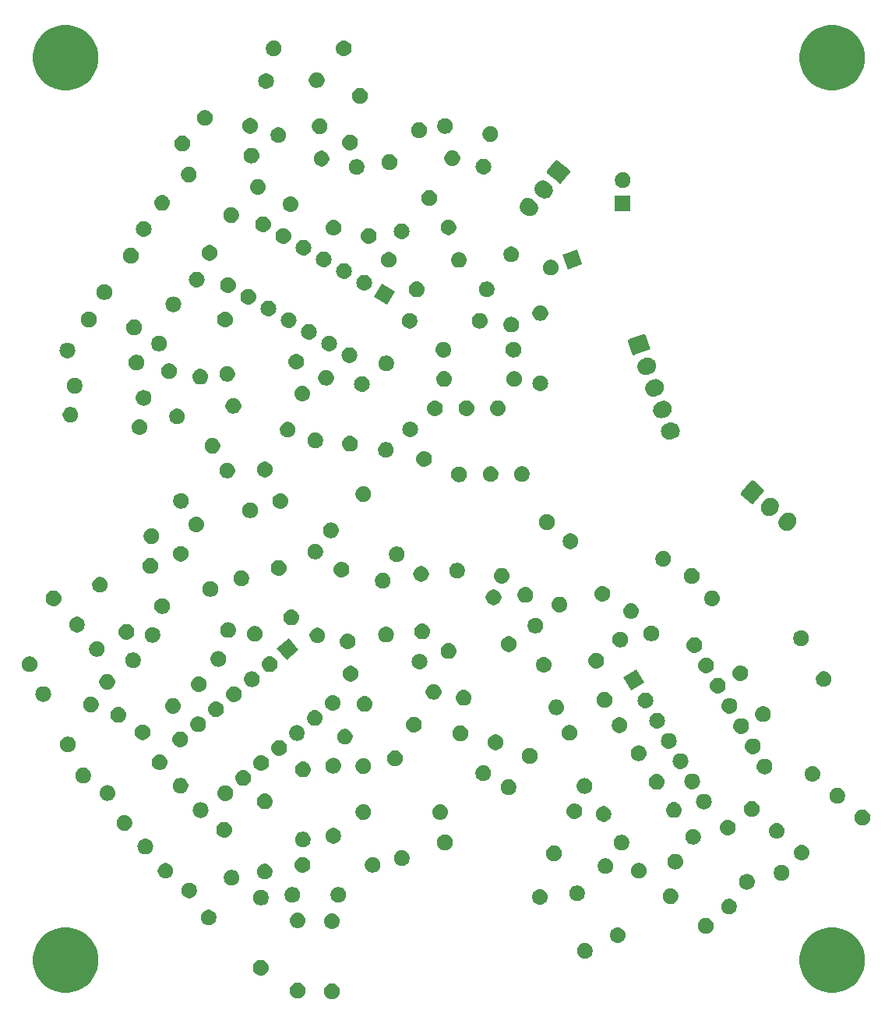
<source format=gbr>
G04 #@! TF.GenerationSoftware,KiCad,Pcbnew,(5.1.2-1)-1*
G04 #@! TF.CreationDate,2021-05-20T21:43:18-04:00*
G04 #@! TF.ProjectId,B_to_UHJ_Converter,425f746f-5f55-4484-9a5f-436f6e766572,rev?*
G04 #@! TF.SameCoordinates,Original*
G04 #@! TF.FileFunction,Soldermask,Top*
G04 #@! TF.FilePolarity,Negative*
%FSLAX46Y46*%
G04 Gerber Fmt 4.6, Leading zero omitted, Abs format (unit mm)*
G04 Created by KiCad (PCBNEW (5.1.2-1)-1) date 2021-05-20 21:43:18*
%MOMM*%
%LPD*%
G04 APERTURE LIST*
%ADD10C,0.100000*%
G04 APERTURE END LIST*
D10*
G36*
X46967786Y-118394211D02*
G01*
X47122658Y-118458361D01*
X47262039Y-118551493D01*
X47380573Y-118670027D01*
X47473705Y-118809408D01*
X47537855Y-118964280D01*
X47570558Y-119128692D01*
X47570558Y-119296324D01*
X47537855Y-119460736D01*
X47473705Y-119615608D01*
X47380573Y-119754989D01*
X47262039Y-119873523D01*
X47122658Y-119966655D01*
X46967786Y-120030805D01*
X46803374Y-120063508D01*
X46635742Y-120063508D01*
X46471330Y-120030805D01*
X46316458Y-119966655D01*
X46177077Y-119873523D01*
X46058543Y-119754989D01*
X45965411Y-119615608D01*
X45901261Y-119460736D01*
X45868558Y-119296324D01*
X45868558Y-119128692D01*
X45901261Y-118964280D01*
X45965411Y-118809408D01*
X46058543Y-118670027D01*
X46177077Y-118551493D01*
X46316458Y-118458361D01*
X46471330Y-118394211D01*
X46635742Y-118361508D01*
X46803374Y-118361508D01*
X46967786Y-118394211D01*
X46967786Y-118394211D01*
G37*
G36*
X43239240Y-118313203D02*
G01*
X43394112Y-118377353D01*
X43533493Y-118470485D01*
X43652027Y-118589019D01*
X43745159Y-118728400D01*
X43809309Y-118883272D01*
X43842012Y-119047684D01*
X43842012Y-119215316D01*
X43809309Y-119379728D01*
X43745159Y-119534600D01*
X43652027Y-119673981D01*
X43533493Y-119792515D01*
X43394112Y-119885647D01*
X43239240Y-119949797D01*
X43074828Y-119982500D01*
X42907196Y-119982500D01*
X42742784Y-119949797D01*
X42587912Y-119885647D01*
X42448531Y-119792515D01*
X42329997Y-119673981D01*
X42236865Y-119534600D01*
X42172715Y-119379728D01*
X42140012Y-119215316D01*
X42140012Y-119047684D01*
X42172715Y-118883272D01*
X42236865Y-118728400D01*
X42329997Y-118589019D01*
X42448531Y-118470485D01*
X42587912Y-118377353D01*
X42742784Y-118313203D01*
X42907196Y-118280500D01*
X43074828Y-118280500D01*
X43239240Y-118313203D01*
X43239240Y-118313203D01*
G37*
G36*
X102127787Y-112409462D02*
G01*
X102180255Y-112431195D01*
X102774029Y-112677144D01*
X103355631Y-113065758D01*
X103850242Y-113560369D01*
X104238856Y-114141971D01*
X104344343Y-114396639D01*
X104506538Y-114788213D01*
X104643000Y-115474256D01*
X104643000Y-116173744D01*
X104506538Y-116859787D01*
X104506537Y-116859789D01*
X104238856Y-117506029D01*
X103850242Y-118087631D01*
X103355631Y-118582242D01*
X102774029Y-118970856D01*
X102392976Y-119128693D01*
X102127787Y-119238538D01*
X101441744Y-119375000D01*
X100742256Y-119375000D01*
X100056213Y-119238538D01*
X99791024Y-119128693D01*
X99409971Y-118970856D01*
X98828369Y-118582242D01*
X98333758Y-118087631D01*
X97945144Y-117506029D01*
X97677463Y-116859789D01*
X97677462Y-116859787D01*
X97541000Y-116173744D01*
X97541000Y-115474256D01*
X97677462Y-114788213D01*
X97839657Y-114396639D01*
X97945144Y-114141971D01*
X98333758Y-113560369D01*
X98828369Y-113065758D01*
X99409971Y-112677144D01*
X100003745Y-112431195D01*
X100056213Y-112409462D01*
X100742256Y-112273000D01*
X101441744Y-112273000D01*
X102127787Y-112409462D01*
X102127787Y-112409462D01*
G37*
G36*
X18815787Y-112409462D02*
G01*
X18868255Y-112431195D01*
X19462029Y-112677144D01*
X20043631Y-113065758D01*
X20538242Y-113560369D01*
X20926856Y-114141971D01*
X21032343Y-114396639D01*
X21194538Y-114788213D01*
X21331000Y-115474256D01*
X21331000Y-116173744D01*
X21194538Y-116859787D01*
X21194537Y-116859789D01*
X20926856Y-117506029D01*
X20538242Y-118087631D01*
X20043631Y-118582242D01*
X19462029Y-118970856D01*
X19080976Y-119128693D01*
X18815787Y-119238538D01*
X18129744Y-119375000D01*
X17430256Y-119375000D01*
X16744213Y-119238538D01*
X16479024Y-119128693D01*
X16097971Y-118970856D01*
X15516369Y-118582242D01*
X15021758Y-118087631D01*
X14633144Y-117506029D01*
X14365463Y-116859789D01*
X14365462Y-116859787D01*
X14229000Y-116173744D01*
X14229000Y-115474256D01*
X14365462Y-114788213D01*
X14527657Y-114396639D01*
X14633144Y-114141971D01*
X15021758Y-113560369D01*
X15516369Y-113065758D01*
X16097971Y-112677144D01*
X16691745Y-112431195D01*
X16744213Y-112409462D01*
X17430256Y-112273000D01*
X18129744Y-112273000D01*
X18815787Y-112409462D01*
X18815787Y-112409462D01*
G37*
G36*
X39163076Y-115809564D02*
G01*
X39323495Y-115858227D01*
X39456159Y-115929137D01*
X39471331Y-115937247D01*
X39600912Y-116043592D01*
X39707257Y-116173173D01*
X39707258Y-116173175D01*
X39786277Y-116321009D01*
X39834940Y-116481428D01*
X39851370Y-116648251D01*
X39834940Y-116815074D01*
X39786277Y-116975493D01*
X39715367Y-117108157D01*
X39707257Y-117123329D01*
X39600912Y-117252910D01*
X39471331Y-117359255D01*
X39471329Y-117359256D01*
X39323495Y-117438275D01*
X39163076Y-117486938D01*
X39038057Y-117499251D01*
X38954449Y-117499251D01*
X38829430Y-117486938D01*
X38669011Y-117438275D01*
X38521177Y-117359256D01*
X38521175Y-117359255D01*
X38391594Y-117252910D01*
X38285249Y-117123329D01*
X38277139Y-117108157D01*
X38206229Y-116975493D01*
X38157566Y-116815074D01*
X38141136Y-116648251D01*
X38157566Y-116481428D01*
X38206229Y-116321009D01*
X38285248Y-116173175D01*
X38285249Y-116173173D01*
X38391594Y-116043592D01*
X38521175Y-115937247D01*
X38536347Y-115929137D01*
X38669011Y-115858227D01*
X38829430Y-115809564D01*
X38954449Y-115797251D01*
X39038057Y-115797251D01*
X39163076Y-115809564D01*
X39163076Y-115809564D01*
G37*
G36*
X74460750Y-113981442D02*
G01*
X74615622Y-114045592D01*
X74755003Y-114138724D01*
X74873537Y-114257258D01*
X74966669Y-114396639D01*
X75030819Y-114551511D01*
X75063522Y-114715923D01*
X75063522Y-114883555D01*
X75030819Y-115047967D01*
X74966669Y-115202839D01*
X74873537Y-115342220D01*
X74755003Y-115460754D01*
X74615622Y-115553886D01*
X74460750Y-115618036D01*
X74296338Y-115650739D01*
X74128706Y-115650739D01*
X73964294Y-115618036D01*
X73809422Y-115553886D01*
X73670041Y-115460754D01*
X73551507Y-115342220D01*
X73458375Y-115202839D01*
X73394225Y-115047967D01*
X73361522Y-114883555D01*
X73361522Y-114715923D01*
X73394225Y-114551511D01*
X73458375Y-114396639D01*
X73551507Y-114257258D01*
X73670041Y-114138724D01*
X73809422Y-114045592D01*
X73964294Y-113981442D01*
X74128706Y-113948739D01*
X74296338Y-113948739D01*
X74460750Y-113981442D01*
X74460750Y-113981442D01*
G37*
G36*
X77945622Y-112274757D02*
G01*
X78106041Y-112323420D01*
X78238705Y-112394330D01*
X78253877Y-112402440D01*
X78383458Y-112508785D01*
X78489803Y-112638366D01*
X78489804Y-112638368D01*
X78568823Y-112786202D01*
X78617486Y-112946621D01*
X78633916Y-113113444D01*
X78617486Y-113280267D01*
X78568823Y-113440686D01*
X78497913Y-113573350D01*
X78489803Y-113588522D01*
X78383458Y-113718103D01*
X78253877Y-113824448D01*
X78253875Y-113824449D01*
X78106041Y-113903468D01*
X77945622Y-113952131D01*
X77820603Y-113964444D01*
X77736995Y-113964444D01*
X77611976Y-113952131D01*
X77451557Y-113903468D01*
X77303723Y-113824449D01*
X77303721Y-113824448D01*
X77174140Y-113718103D01*
X77067795Y-113588522D01*
X77059685Y-113573350D01*
X76988775Y-113440686D01*
X76940112Y-113280267D01*
X76923682Y-113113444D01*
X76940112Y-112946621D01*
X76988775Y-112786202D01*
X77067794Y-112638368D01*
X77067795Y-112638366D01*
X77174140Y-112508785D01*
X77303721Y-112402440D01*
X77318893Y-112394330D01*
X77451557Y-112323420D01*
X77611976Y-112274757D01*
X77736995Y-112262444D01*
X77820603Y-112262444D01*
X77945622Y-112274757D01*
X77945622Y-112274757D01*
G37*
G36*
X87594795Y-111275947D02*
G01*
X87749667Y-111340097D01*
X87889048Y-111433229D01*
X88007582Y-111551763D01*
X88100714Y-111691144D01*
X88164864Y-111846016D01*
X88197567Y-112010428D01*
X88197567Y-112178060D01*
X88164864Y-112342472D01*
X88100714Y-112497344D01*
X88007582Y-112636725D01*
X87889048Y-112755259D01*
X87749667Y-112848391D01*
X87594795Y-112912541D01*
X87430383Y-112945244D01*
X87262751Y-112945244D01*
X87098339Y-112912541D01*
X86943467Y-112848391D01*
X86804086Y-112755259D01*
X86685552Y-112636725D01*
X86592420Y-112497344D01*
X86528270Y-112342472D01*
X86495567Y-112178060D01*
X86495567Y-112010428D01*
X86528270Y-111846016D01*
X86592420Y-111691144D01*
X86685552Y-111551763D01*
X86804086Y-111433229D01*
X86943467Y-111340097D01*
X87098339Y-111275947D01*
X87262751Y-111243244D01*
X87430383Y-111243244D01*
X87594795Y-111275947D01*
X87594795Y-111275947D01*
G37*
G36*
X46886381Y-110753821D02*
G01*
X47016938Y-110793425D01*
X47040247Y-110800496D01*
X47046800Y-110802484D01*
X47098836Y-110830298D01*
X47194636Y-110881504D01*
X47324217Y-110987849D01*
X47430562Y-111117430D01*
X47430563Y-111117432D01*
X47509582Y-111265266D01*
X47558245Y-111425685D01*
X47574675Y-111592508D01*
X47558245Y-111759331D01*
X47509582Y-111919750D01*
X47461113Y-112010429D01*
X47430562Y-112067586D01*
X47324217Y-112197167D01*
X47194636Y-112303512D01*
X47194634Y-112303513D01*
X47046800Y-112382532D01*
X46886381Y-112431195D01*
X46761362Y-112443508D01*
X46677754Y-112443508D01*
X46552735Y-112431195D01*
X46392316Y-112382532D01*
X46244482Y-112303513D01*
X46244480Y-112303512D01*
X46114899Y-112197167D01*
X46008554Y-112067586D01*
X45978003Y-112010429D01*
X45929534Y-111919750D01*
X45880871Y-111759331D01*
X45864441Y-111592508D01*
X45880871Y-111425685D01*
X45929534Y-111265266D01*
X46008553Y-111117432D01*
X46008554Y-111117430D01*
X46114899Y-110987849D01*
X46244480Y-110881504D01*
X46340280Y-110830298D01*
X46392316Y-110802484D01*
X46398870Y-110800496D01*
X46422178Y-110793425D01*
X46552735Y-110753821D01*
X46677754Y-110741508D01*
X46761362Y-110741508D01*
X46886381Y-110753821D01*
X46886381Y-110753821D01*
G37*
G36*
X43157835Y-110672813D02*
G01*
X43318254Y-110721476D01*
X43401829Y-110766148D01*
X43466090Y-110800496D01*
X43595671Y-110906841D01*
X43702016Y-111036422D01*
X43702017Y-111036424D01*
X43781036Y-111184258D01*
X43829699Y-111344677D01*
X43846129Y-111511500D01*
X43829699Y-111678323D01*
X43781036Y-111838742D01*
X43770187Y-111859039D01*
X43702016Y-111986578D01*
X43595671Y-112116159D01*
X43466090Y-112222504D01*
X43466088Y-112222505D01*
X43318254Y-112301524D01*
X43318251Y-112301525D01*
X43311697Y-112303513D01*
X43157835Y-112350187D01*
X43032816Y-112362500D01*
X42949208Y-112362500D01*
X42824189Y-112350187D01*
X42670327Y-112303513D01*
X42663773Y-112301525D01*
X42663770Y-112301524D01*
X42515936Y-112222505D01*
X42515934Y-112222504D01*
X42386353Y-112116159D01*
X42280008Y-111986578D01*
X42211837Y-111859039D01*
X42200988Y-111838742D01*
X42152325Y-111678323D01*
X42135895Y-111511500D01*
X42152325Y-111344677D01*
X42200988Y-111184258D01*
X42280007Y-111036424D01*
X42280008Y-111036422D01*
X42386353Y-110906841D01*
X42515934Y-110800496D01*
X42580195Y-110766148D01*
X42663770Y-110721476D01*
X42824189Y-110672813D01*
X42949208Y-110660500D01*
X43032816Y-110660500D01*
X43157835Y-110672813D01*
X43157835Y-110672813D01*
G37*
G36*
X33565646Y-110379727D02*
G01*
X33720518Y-110443877D01*
X33859899Y-110537009D01*
X33978433Y-110655543D01*
X34071565Y-110794924D01*
X34135715Y-110949796D01*
X34168418Y-111114208D01*
X34168418Y-111281840D01*
X34135715Y-111446252D01*
X34071565Y-111601124D01*
X33978433Y-111740505D01*
X33859899Y-111859039D01*
X33720518Y-111952171D01*
X33565646Y-112016321D01*
X33401234Y-112049024D01*
X33233602Y-112049024D01*
X33069190Y-112016321D01*
X32914318Y-111952171D01*
X32774937Y-111859039D01*
X32656403Y-111740505D01*
X32563271Y-111601124D01*
X32499121Y-111446252D01*
X32466418Y-111281840D01*
X32466418Y-111114208D01*
X32499121Y-110949796D01*
X32563271Y-110794924D01*
X32656403Y-110655543D01*
X32774937Y-110537009D01*
X32914318Y-110443877D01*
X33069190Y-110379727D01*
X33233602Y-110347024D01*
X33401234Y-110347024D01*
X33565646Y-110379727D01*
X33565646Y-110379727D01*
G37*
G36*
X90125460Y-109193704D02*
G01*
X90280332Y-109257854D01*
X90419713Y-109350986D01*
X90538247Y-109469520D01*
X90631379Y-109608901D01*
X90695529Y-109763773D01*
X90728232Y-109928185D01*
X90728232Y-110095817D01*
X90695529Y-110260229D01*
X90631379Y-110415101D01*
X90538247Y-110554482D01*
X90419713Y-110673016D01*
X90280332Y-110766148D01*
X90125460Y-110830298D01*
X89961048Y-110863001D01*
X89793416Y-110863001D01*
X89629004Y-110830298D01*
X89474132Y-110766148D01*
X89334751Y-110673016D01*
X89216217Y-110554482D01*
X89123085Y-110415101D01*
X89058935Y-110260229D01*
X89026232Y-110095817D01*
X89026232Y-109928185D01*
X89058935Y-109763773D01*
X89123085Y-109608901D01*
X89216217Y-109469520D01*
X89334751Y-109350986D01*
X89474132Y-109257854D01*
X89629004Y-109193704D01*
X89793416Y-109161001D01*
X89961048Y-109161001D01*
X90125460Y-109193704D01*
X90125460Y-109193704D01*
G37*
G36*
X39244481Y-108209954D02*
G01*
X39399353Y-108274104D01*
X39538734Y-108367236D01*
X39657268Y-108485770D01*
X39750400Y-108625151D01*
X39814550Y-108780023D01*
X39847253Y-108944435D01*
X39847253Y-109112067D01*
X39814550Y-109276479D01*
X39750400Y-109431351D01*
X39657268Y-109570732D01*
X39538734Y-109689266D01*
X39399353Y-109782398D01*
X39244481Y-109846548D01*
X39080069Y-109879251D01*
X38912437Y-109879251D01*
X38748025Y-109846548D01*
X38593153Y-109782398D01*
X38453772Y-109689266D01*
X38335238Y-109570732D01*
X38242106Y-109431351D01*
X38177956Y-109276479D01*
X38145253Y-109112067D01*
X38145253Y-108944435D01*
X38177956Y-108780023D01*
X38242106Y-108625151D01*
X38335238Y-108485770D01*
X38453772Y-108367236D01*
X38593153Y-108274104D01*
X38748025Y-108209954D01*
X38912437Y-108177251D01*
X39080069Y-108177251D01*
X39244481Y-108209954D01*
X39244481Y-108209954D01*
G37*
G36*
X69481303Y-108123793D02*
G01*
X69571944Y-108151289D01*
X69619227Y-108165632D01*
X69641722Y-108172456D01*
X69711879Y-108209956D01*
X69789558Y-108251476D01*
X69919139Y-108357821D01*
X70025484Y-108487402D01*
X70025485Y-108487404D01*
X70104504Y-108635238D01*
X70153167Y-108795657D01*
X70169597Y-108962480D01*
X70153167Y-109129303D01*
X70104504Y-109289722D01*
X70060160Y-109372684D01*
X70025484Y-109437558D01*
X69919139Y-109567139D01*
X69789558Y-109673484D01*
X69789556Y-109673485D01*
X69641722Y-109752504D01*
X69481303Y-109801167D01*
X69356284Y-109813480D01*
X69272676Y-109813480D01*
X69147657Y-109801167D01*
X68987238Y-109752504D01*
X68839404Y-109673485D01*
X68839402Y-109673484D01*
X68709821Y-109567139D01*
X68603476Y-109437558D01*
X68568800Y-109372684D01*
X68524456Y-109289722D01*
X68475793Y-109129303D01*
X68459363Y-108962480D01*
X68475793Y-108795657D01*
X68524456Y-108635238D01*
X68603475Y-108487404D01*
X68603476Y-108487402D01*
X68709821Y-108357821D01*
X68839402Y-108251476D01*
X68917081Y-108209956D01*
X68987238Y-108172456D01*
X69009734Y-108165632D01*
X69057016Y-108151289D01*
X69147657Y-108123793D01*
X69272676Y-108111480D01*
X69356284Y-108111480D01*
X69481303Y-108123793D01*
X69481303Y-108123793D01*
G37*
G36*
X83764573Y-108062009D02*
G01*
X83919445Y-108126159D01*
X84058826Y-108219291D01*
X84177360Y-108337825D01*
X84270492Y-108477206D01*
X84334642Y-108632078D01*
X84367345Y-108796490D01*
X84367345Y-108964122D01*
X84334642Y-109128534D01*
X84270492Y-109283406D01*
X84177360Y-109422787D01*
X84058826Y-109541321D01*
X83919445Y-109634453D01*
X83764573Y-109698603D01*
X83600161Y-109731306D01*
X83432529Y-109731306D01*
X83268117Y-109698603D01*
X83113245Y-109634453D01*
X82973864Y-109541321D01*
X82855330Y-109422787D01*
X82762198Y-109283406D01*
X82698048Y-109128534D01*
X82665345Y-108964122D01*
X82665345Y-108796490D01*
X82698048Y-108632078D01*
X82762198Y-108477206D01*
X82855330Y-108337825D01*
X82973864Y-108219291D01*
X83113245Y-108126159D01*
X83268117Y-108062009D01*
X83432529Y-108029306D01*
X83600161Y-108029306D01*
X83764573Y-108062009D01*
X83764573Y-108062009D01*
G37*
G36*
X42667334Y-107910847D02*
G01*
X42822206Y-107974997D01*
X42961587Y-108068129D01*
X43080121Y-108186663D01*
X43173253Y-108326044D01*
X43237403Y-108480916D01*
X43270106Y-108645328D01*
X43270106Y-108812960D01*
X43237403Y-108977372D01*
X43173253Y-109132244D01*
X43080121Y-109271625D01*
X42961587Y-109390159D01*
X42822206Y-109483291D01*
X42667334Y-109547441D01*
X42502922Y-109580144D01*
X42335290Y-109580144D01*
X42170878Y-109547441D01*
X42016006Y-109483291D01*
X41876625Y-109390159D01*
X41758091Y-109271625D01*
X41664959Y-109132244D01*
X41600809Y-108977372D01*
X41568106Y-108812960D01*
X41568106Y-108645328D01*
X41600809Y-108480916D01*
X41664959Y-108326044D01*
X41758091Y-108186663D01*
X41876625Y-108068129D01*
X42016006Y-107974997D01*
X42170878Y-107910847D01*
X42335290Y-107878144D01*
X42502922Y-107878144D01*
X42667334Y-107910847D01*
X42667334Y-107910847D01*
G37*
G36*
X47667334Y-107910847D02*
G01*
X47822206Y-107974997D01*
X47961587Y-108068129D01*
X48080121Y-108186663D01*
X48173253Y-108326044D01*
X48237403Y-108480916D01*
X48270106Y-108645328D01*
X48270106Y-108812960D01*
X48237403Y-108977372D01*
X48173253Y-109132244D01*
X48080121Y-109271625D01*
X47961587Y-109390159D01*
X47822206Y-109483291D01*
X47667334Y-109547441D01*
X47502922Y-109580144D01*
X47335290Y-109580144D01*
X47170878Y-109547441D01*
X47016006Y-109483291D01*
X46876625Y-109390159D01*
X46758091Y-109271625D01*
X46664959Y-109132244D01*
X46600809Y-108977372D01*
X46568106Y-108812960D01*
X46568106Y-108645328D01*
X46600809Y-108480916D01*
X46664959Y-108326044D01*
X46758091Y-108186663D01*
X46876625Y-108068129D01*
X47016006Y-107974997D01*
X47170878Y-107910847D01*
X47335290Y-107878144D01*
X47502922Y-107878144D01*
X47667334Y-107910847D01*
X47667334Y-107910847D01*
G37*
G36*
X73610278Y-107736092D02*
G01*
X73765150Y-107800242D01*
X73904531Y-107893374D01*
X74023065Y-108011908D01*
X74116197Y-108151289D01*
X74180347Y-108306161D01*
X74213050Y-108470573D01*
X74213050Y-108638205D01*
X74180347Y-108802617D01*
X74116197Y-108957489D01*
X74023065Y-109096870D01*
X73904531Y-109215404D01*
X73765150Y-109308536D01*
X73610278Y-109372686D01*
X73445866Y-109405389D01*
X73278234Y-109405389D01*
X73113822Y-109372686D01*
X72958950Y-109308536D01*
X72819569Y-109215404D01*
X72701035Y-109096870D01*
X72607903Y-108957489D01*
X72543753Y-108802617D01*
X72511050Y-108638205D01*
X72511050Y-108470573D01*
X72543753Y-108306161D01*
X72607903Y-108151289D01*
X72701035Y-108011908D01*
X72819569Y-107893374D01*
X72958950Y-107800242D01*
X73113822Y-107736092D01*
X73278234Y-107703389D01*
X73445866Y-107703389D01*
X73610278Y-107736092D01*
X73610278Y-107736092D01*
G37*
G36*
X31455528Y-107431151D02*
G01*
X31610400Y-107495301D01*
X31749781Y-107588433D01*
X31868315Y-107706967D01*
X31961447Y-107846348D01*
X32025597Y-108001220D01*
X32058300Y-108165632D01*
X32058300Y-108333264D01*
X32025597Y-108497676D01*
X31961447Y-108652548D01*
X31868315Y-108791929D01*
X31749781Y-108910463D01*
X31610400Y-109003595D01*
X31455528Y-109067745D01*
X31291116Y-109100448D01*
X31123484Y-109100448D01*
X30959072Y-109067745D01*
X30804200Y-109003595D01*
X30664819Y-108910463D01*
X30546285Y-108791929D01*
X30453153Y-108652548D01*
X30389003Y-108497676D01*
X30356300Y-108333264D01*
X30356300Y-108165632D01*
X30389003Y-108001220D01*
X30453153Y-107846348D01*
X30546285Y-107706967D01*
X30664819Y-107588433D01*
X30804200Y-107495301D01*
X30959072Y-107431151D01*
X31123484Y-107398448D01*
X31291116Y-107398448D01*
X31455528Y-107431151D01*
X31455528Y-107431151D01*
G37*
G36*
X91981805Y-106473928D02*
G01*
X92142224Y-106522591D01*
X92242951Y-106576431D01*
X92290060Y-106601611D01*
X92419641Y-106707956D01*
X92525986Y-106837537D01*
X92525987Y-106837539D01*
X92605006Y-106985373D01*
X92653669Y-107145792D01*
X92670099Y-107312615D01*
X92653669Y-107479438D01*
X92605006Y-107639857D01*
X92580239Y-107686192D01*
X92525986Y-107787693D01*
X92419641Y-107917274D01*
X92290060Y-108023619D01*
X92290058Y-108023620D01*
X92142224Y-108102639D01*
X91981805Y-108151302D01*
X91856786Y-108163615D01*
X91773178Y-108163615D01*
X91648159Y-108151302D01*
X91487740Y-108102639D01*
X91339906Y-108023620D01*
X91339904Y-108023619D01*
X91210323Y-107917274D01*
X91103978Y-107787693D01*
X91049725Y-107686192D01*
X91024958Y-107639857D01*
X90976295Y-107479438D01*
X90959865Y-107312615D01*
X90976295Y-107145792D01*
X91024958Y-106985373D01*
X91103977Y-106837539D01*
X91103978Y-106837537D01*
X91210323Y-106707956D01*
X91339904Y-106601611D01*
X91387013Y-106576431D01*
X91487740Y-106522591D01*
X91648159Y-106473928D01*
X91773178Y-106461615D01*
X91856786Y-106461615D01*
X91981805Y-106473928D01*
X91981805Y-106473928D01*
G37*
G36*
X36065646Y-106049600D02*
G01*
X36220518Y-106113750D01*
X36359899Y-106206882D01*
X36478433Y-106325416D01*
X36571565Y-106464797D01*
X36635715Y-106619669D01*
X36668418Y-106784081D01*
X36668418Y-106951713D01*
X36635715Y-107116125D01*
X36571565Y-107270997D01*
X36478433Y-107410378D01*
X36359899Y-107528912D01*
X36220518Y-107622044D01*
X36065646Y-107686194D01*
X35901234Y-107718897D01*
X35733602Y-107718897D01*
X35569190Y-107686194D01*
X35414318Y-107622044D01*
X35274937Y-107528912D01*
X35156403Y-107410378D01*
X35063271Y-107270997D01*
X34999121Y-107116125D01*
X34966418Y-106951713D01*
X34966418Y-106784081D01*
X34999121Y-106619669D01*
X35063271Y-106464797D01*
X35156403Y-106325416D01*
X35274937Y-106206882D01*
X35414318Y-106113750D01*
X35569190Y-106049600D01*
X35733602Y-106016897D01*
X35901234Y-106016897D01*
X36065646Y-106049600D01*
X36065646Y-106049600D01*
G37*
G36*
X95835430Y-105509905D02*
G01*
X95990302Y-105574055D01*
X96129683Y-105667187D01*
X96248217Y-105785721D01*
X96341349Y-105925102D01*
X96405499Y-106079974D01*
X96438202Y-106244386D01*
X96438202Y-106412018D01*
X96405499Y-106576430D01*
X96341349Y-106731302D01*
X96248217Y-106870683D01*
X96129683Y-106989217D01*
X95990302Y-107082349D01*
X95835430Y-107146499D01*
X95671018Y-107179202D01*
X95503386Y-107179202D01*
X95338974Y-107146499D01*
X95184102Y-107082349D01*
X95044721Y-106989217D01*
X94926187Y-106870683D01*
X94833055Y-106731302D01*
X94768905Y-106576430D01*
X94736202Y-106412018D01*
X94736202Y-106244386D01*
X94768905Y-106079974D01*
X94833055Y-105925102D01*
X94926187Y-105785721D01*
X95044721Y-105667187D01*
X95184102Y-105574055D01*
X95338974Y-105509905D01*
X95503386Y-105477202D01*
X95671018Y-105477202D01*
X95835430Y-105509905D01*
X95835430Y-105509905D01*
G37*
G36*
X39658295Y-105375921D02*
G01*
X39813167Y-105440071D01*
X39952548Y-105533203D01*
X40071082Y-105651737D01*
X40164214Y-105791118D01*
X40228364Y-105945990D01*
X40261067Y-106110402D01*
X40261067Y-106278034D01*
X40228364Y-106442446D01*
X40164214Y-106597318D01*
X40071082Y-106736699D01*
X39952548Y-106855233D01*
X39813167Y-106948365D01*
X39658295Y-107012515D01*
X39493883Y-107045218D01*
X39326251Y-107045218D01*
X39161839Y-107012515D01*
X39006967Y-106948365D01*
X38867586Y-106855233D01*
X38749052Y-106736699D01*
X38655920Y-106597318D01*
X38591770Y-106442446D01*
X38559067Y-106278034D01*
X38559067Y-106110402D01*
X38591770Y-105945990D01*
X38655920Y-105791118D01*
X38749052Y-105651737D01*
X38867586Y-105533203D01*
X39006967Y-105440071D01*
X39161839Y-105375921D01*
X39326251Y-105343218D01*
X39493883Y-105343218D01*
X39658295Y-105375921D01*
X39658295Y-105375921D01*
G37*
G36*
X28886905Y-105302550D02*
G01*
X29041777Y-105366700D01*
X29181158Y-105459832D01*
X29299692Y-105578366D01*
X29392824Y-105717747D01*
X29456974Y-105872619D01*
X29489677Y-106037031D01*
X29489677Y-106204663D01*
X29456974Y-106369075D01*
X29392824Y-106523947D01*
X29299692Y-106663328D01*
X29181158Y-106781862D01*
X29041777Y-106874994D01*
X28886905Y-106939144D01*
X28722493Y-106971847D01*
X28554861Y-106971847D01*
X28390449Y-106939144D01*
X28235577Y-106874994D01*
X28096196Y-106781862D01*
X27977662Y-106663328D01*
X27884530Y-106523947D01*
X27820380Y-106369075D01*
X27787677Y-106204663D01*
X27787677Y-106037031D01*
X27820380Y-105872619D01*
X27884530Y-105717747D01*
X27977662Y-105578366D01*
X28096196Y-105459832D01*
X28235577Y-105366700D01*
X28390449Y-105302550D01*
X28554861Y-105269847D01*
X28722493Y-105269847D01*
X28886905Y-105302550D01*
X28886905Y-105302550D01*
G37*
G36*
X80318821Y-105294188D02*
G01*
X80473693Y-105358338D01*
X80613074Y-105451470D01*
X80731608Y-105570004D01*
X80824740Y-105709385D01*
X80888890Y-105864257D01*
X80921593Y-106028669D01*
X80921593Y-106196301D01*
X80888890Y-106360713D01*
X80824740Y-106515585D01*
X80731608Y-106654966D01*
X80613074Y-106773500D01*
X80473693Y-106866632D01*
X80318821Y-106930782D01*
X80154409Y-106963485D01*
X79986777Y-106963485D01*
X79822365Y-106930782D01*
X79667493Y-106866632D01*
X79528112Y-106773500D01*
X79409578Y-106654966D01*
X79316446Y-106515585D01*
X79252296Y-106360713D01*
X79219593Y-106196301D01*
X79219593Y-106028669D01*
X79252296Y-105864257D01*
X79316446Y-105709385D01*
X79409578Y-105570004D01*
X79528112Y-105451470D01*
X79667493Y-105358338D01*
X79822365Y-105294188D01*
X79986777Y-105261485D01*
X80154409Y-105261485D01*
X80318821Y-105294188D01*
X80318821Y-105294188D01*
G37*
G36*
X76703828Y-104790912D02*
G01*
X76858700Y-104855062D01*
X76998081Y-104948194D01*
X77116615Y-105066728D01*
X77209747Y-105206109D01*
X77273897Y-105360981D01*
X77306600Y-105525393D01*
X77306600Y-105693025D01*
X77273897Y-105857437D01*
X77209747Y-106012309D01*
X77116615Y-106151690D01*
X76998081Y-106270224D01*
X76858700Y-106363356D01*
X76703828Y-106427506D01*
X76539416Y-106460209D01*
X76371784Y-106460209D01*
X76207372Y-106427506D01*
X76052500Y-106363356D01*
X75913119Y-106270224D01*
X75794585Y-106151690D01*
X75701453Y-106012309D01*
X75637303Y-105857437D01*
X75604600Y-105693025D01*
X75604600Y-105525393D01*
X75637303Y-105360981D01*
X75701453Y-105206109D01*
X75794585Y-105066728D01*
X75913119Y-104948194D01*
X76052500Y-104855062D01*
X76207372Y-104790912D01*
X76371784Y-104758209D01*
X76539416Y-104758209D01*
X76703828Y-104790912D01*
X76703828Y-104790912D01*
G37*
G36*
X51397414Y-104650530D02*
G01*
X51552286Y-104714680D01*
X51691667Y-104807812D01*
X51810201Y-104926346D01*
X51903333Y-105065727D01*
X51967483Y-105220599D01*
X52000186Y-105385011D01*
X52000186Y-105552643D01*
X51967483Y-105717055D01*
X51903333Y-105871927D01*
X51810201Y-106011308D01*
X51691667Y-106129842D01*
X51552286Y-106222974D01*
X51397414Y-106287124D01*
X51233002Y-106319827D01*
X51065370Y-106319827D01*
X50900958Y-106287124D01*
X50746086Y-106222974D01*
X50606705Y-106129842D01*
X50488171Y-106011308D01*
X50395039Y-105871927D01*
X50330889Y-105717055D01*
X50298186Y-105552643D01*
X50298186Y-105385011D01*
X50330889Y-105220599D01*
X50395039Y-105065727D01*
X50488171Y-104926346D01*
X50606705Y-104807812D01*
X50746086Y-104714680D01*
X50900958Y-104650530D01*
X51065370Y-104617827D01*
X51233002Y-104617827D01*
X51397414Y-104650530D01*
X51397414Y-104650530D01*
G37*
G36*
X43696009Y-104630140D02*
G01*
X43856428Y-104678803D01*
X43923547Y-104714679D01*
X44004264Y-104757823D01*
X44133845Y-104864168D01*
X44240190Y-104993749D01*
X44240191Y-104993751D01*
X44319210Y-105141585D01*
X44367873Y-105302004D01*
X44384303Y-105468827D01*
X44367873Y-105635650D01*
X44319210Y-105796069D01*
X44278293Y-105872619D01*
X44240190Y-105943905D01*
X44133845Y-106073486D01*
X44004264Y-106179831D01*
X44004262Y-106179832D01*
X43856428Y-106258851D01*
X43696009Y-106307514D01*
X43570990Y-106319827D01*
X43487382Y-106319827D01*
X43362363Y-106307514D01*
X43201944Y-106258851D01*
X43054110Y-106179832D01*
X43054108Y-106179831D01*
X42924527Y-106073486D01*
X42818182Y-105943905D01*
X42780079Y-105872619D01*
X42739162Y-105796069D01*
X42690499Y-105635650D01*
X42674069Y-105468827D01*
X42690499Y-105302004D01*
X42739162Y-105141585D01*
X42818181Y-104993751D01*
X42818182Y-104993749D01*
X42924527Y-104864168D01*
X43054108Y-104757823D01*
X43134825Y-104714679D01*
X43201944Y-104678803D01*
X43362363Y-104630140D01*
X43487382Y-104617827D01*
X43570990Y-104617827D01*
X43696009Y-104630140D01*
X43696009Y-104630140D01*
G37*
G36*
X84206796Y-104275272D02*
G01*
X84367215Y-104323935D01*
X84499879Y-104394845D01*
X84515051Y-104402955D01*
X84644632Y-104509300D01*
X84750977Y-104638881D01*
X84750978Y-104638883D01*
X84829997Y-104786717D01*
X84878660Y-104947136D01*
X84895090Y-105113959D01*
X84878660Y-105280782D01*
X84829997Y-105441201D01*
X84803533Y-105490711D01*
X84750977Y-105589037D01*
X84644632Y-105718618D01*
X84515051Y-105824963D01*
X84515049Y-105824964D01*
X84367215Y-105903983D01*
X84206796Y-105952646D01*
X84081777Y-105964959D01*
X83998169Y-105964959D01*
X83873150Y-105952646D01*
X83712731Y-105903983D01*
X83564897Y-105824964D01*
X83564895Y-105824963D01*
X83435314Y-105718618D01*
X83328969Y-105589037D01*
X83276413Y-105490711D01*
X83249949Y-105441201D01*
X83201286Y-105280782D01*
X83184856Y-105113959D01*
X83201286Y-104947136D01*
X83249949Y-104786717D01*
X83328968Y-104638883D01*
X83328969Y-104638881D01*
X83435314Y-104509300D01*
X83564895Y-104402955D01*
X83580067Y-104394845D01*
X83712731Y-104323935D01*
X83873150Y-104275272D01*
X83998169Y-104262959D01*
X84081777Y-104262959D01*
X84206796Y-104275272D01*
X84206796Y-104275272D01*
G37*
G36*
X54556977Y-103918266D02*
G01*
X54711849Y-103982416D01*
X54851230Y-104075548D01*
X54969764Y-104194082D01*
X55062896Y-104333463D01*
X55127046Y-104488335D01*
X55159749Y-104652747D01*
X55159749Y-104820379D01*
X55127046Y-104984791D01*
X55062896Y-105139663D01*
X54969764Y-105279044D01*
X54851230Y-105397578D01*
X54711849Y-105490710D01*
X54556977Y-105554860D01*
X54392565Y-105587563D01*
X54224933Y-105587563D01*
X54060521Y-105554860D01*
X53905649Y-105490710D01*
X53766268Y-105397578D01*
X53647734Y-105279044D01*
X53554602Y-105139663D01*
X53490452Y-104984791D01*
X53457749Y-104820379D01*
X53457749Y-104652747D01*
X53490452Y-104488335D01*
X53554602Y-104333463D01*
X53647734Y-104194082D01*
X53766268Y-104075548D01*
X53905649Y-103982416D01*
X54060521Y-103918266D01*
X54224933Y-103885563D01*
X54392565Y-103885563D01*
X54556977Y-103918266D01*
X54556977Y-103918266D01*
G37*
G36*
X71110278Y-103405965D02*
G01*
X71265150Y-103470115D01*
X71404531Y-103563247D01*
X71523065Y-103681781D01*
X71616197Y-103821162D01*
X71680347Y-103976034D01*
X71713050Y-104140446D01*
X71713050Y-104308078D01*
X71680347Y-104472490D01*
X71616197Y-104627362D01*
X71523065Y-104766743D01*
X71404531Y-104885277D01*
X71265150Y-104978409D01*
X71110278Y-105042559D01*
X70945866Y-105075262D01*
X70778234Y-105075262D01*
X70613822Y-105042559D01*
X70458950Y-104978409D01*
X70319569Y-104885277D01*
X70201035Y-104766743D01*
X70107903Y-104627362D01*
X70043753Y-104472490D01*
X70011050Y-104308078D01*
X70011050Y-104140446D01*
X70043753Y-103976034D01*
X70107903Y-103821162D01*
X70201035Y-103681781D01*
X70319569Y-103563247D01*
X70458950Y-103470115D01*
X70613822Y-103405965D01*
X70778234Y-103373262D01*
X70945866Y-103373262D01*
X71110278Y-103405965D01*
X71110278Y-103405965D01*
G37*
G36*
X97936309Y-103301313D02*
G01*
X98096728Y-103349976D01*
X98229392Y-103420886D01*
X98244564Y-103428996D01*
X98374145Y-103535341D01*
X98480490Y-103664922D01*
X98480491Y-103664924D01*
X98559510Y-103812758D01*
X98608173Y-103973177D01*
X98624603Y-104140000D01*
X98608173Y-104306823D01*
X98559510Y-104467242D01*
X98488600Y-104599906D01*
X98480490Y-104615078D01*
X98374145Y-104744659D01*
X98244564Y-104851004D01*
X98244562Y-104851005D01*
X98096728Y-104930024D01*
X97936309Y-104978687D01*
X97811290Y-104991000D01*
X97727682Y-104991000D01*
X97602663Y-104978687D01*
X97442244Y-104930024D01*
X97294410Y-104851005D01*
X97294408Y-104851004D01*
X97164827Y-104744659D01*
X97058482Y-104615078D01*
X97050372Y-104599906D01*
X96979462Y-104467242D01*
X96930799Y-104306823D01*
X96914369Y-104140000D01*
X96930799Y-103973177D01*
X96979462Y-103812758D01*
X97058481Y-103664924D01*
X97058482Y-103664922D01*
X97164827Y-103535341D01*
X97294408Y-103428996D01*
X97309580Y-103420886D01*
X97442244Y-103349976D01*
X97602663Y-103301313D01*
X97727682Y-103289000D01*
X97811290Y-103289000D01*
X97936309Y-103301313D01*
X97936309Y-103301313D01*
G37*
G36*
X26615575Y-102637053D02*
G01*
X26775994Y-102685716D01*
X26908658Y-102756626D01*
X26923830Y-102764736D01*
X27053411Y-102871081D01*
X27159756Y-103000662D01*
X27159757Y-103000664D01*
X27238776Y-103148498D01*
X27287439Y-103308917D01*
X27303869Y-103475740D01*
X27287439Y-103642563D01*
X27238776Y-103802982D01*
X27194635Y-103885563D01*
X27159756Y-103950818D01*
X27053411Y-104080399D01*
X26923830Y-104186744D01*
X26923828Y-104186745D01*
X26775994Y-104265764D01*
X26615575Y-104314427D01*
X26490556Y-104326740D01*
X26406948Y-104326740D01*
X26281929Y-104314427D01*
X26121510Y-104265764D01*
X25973676Y-104186745D01*
X25973674Y-104186744D01*
X25844093Y-104080399D01*
X25737748Y-103950818D01*
X25702869Y-103885563D01*
X25658728Y-103802982D01*
X25610065Y-103642563D01*
X25593635Y-103475740D01*
X25610065Y-103308917D01*
X25658728Y-103148498D01*
X25737747Y-103000664D01*
X25737748Y-103000662D01*
X25844093Y-102871081D01*
X25973674Y-102764736D01*
X25988846Y-102756626D01*
X26121510Y-102685716D01*
X26281929Y-102637053D01*
X26406948Y-102624740D01*
X26490556Y-102624740D01*
X26615575Y-102637053D01*
X26615575Y-102637053D01*
G37*
G36*
X78441992Y-102236464D02*
G01*
X78596864Y-102300614D01*
X78736245Y-102393746D01*
X78854779Y-102512280D01*
X78947911Y-102651661D01*
X79012061Y-102806533D01*
X79044764Y-102970945D01*
X79044764Y-103138577D01*
X79012061Y-103302989D01*
X78947911Y-103457861D01*
X78854779Y-103597242D01*
X78736245Y-103715776D01*
X78596864Y-103808908D01*
X78441992Y-103873058D01*
X78277580Y-103905761D01*
X78109948Y-103905761D01*
X77945536Y-103873058D01*
X77790664Y-103808908D01*
X77651283Y-103715776D01*
X77532749Y-103597242D01*
X77439617Y-103457861D01*
X77375467Y-103302989D01*
X77342764Y-103138577D01*
X77342764Y-102970945D01*
X77375467Y-102806533D01*
X77439617Y-102651661D01*
X77532749Y-102512280D01*
X77651283Y-102393746D01*
X77790664Y-102300614D01*
X77945536Y-102236464D01*
X78109948Y-102203761D01*
X78277580Y-102203761D01*
X78441992Y-102236464D01*
X78441992Y-102236464D01*
G37*
G36*
X59255440Y-102208165D02*
G01*
X59410312Y-102272315D01*
X59549693Y-102365447D01*
X59668227Y-102483981D01*
X59761359Y-102623362D01*
X59825509Y-102778234D01*
X59858212Y-102942646D01*
X59858212Y-103110278D01*
X59825509Y-103274690D01*
X59761359Y-103429562D01*
X59668227Y-103568943D01*
X59549693Y-103687477D01*
X59410312Y-103780609D01*
X59255440Y-103844759D01*
X59091028Y-103877462D01*
X58923396Y-103877462D01*
X58758984Y-103844759D01*
X58604112Y-103780609D01*
X58464731Y-103687477D01*
X58346197Y-103568943D01*
X58253065Y-103429562D01*
X58188915Y-103274690D01*
X58156212Y-103110278D01*
X58156212Y-102942646D01*
X58188915Y-102778234D01*
X58253065Y-102623362D01*
X58346197Y-102483981D01*
X58464731Y-102365447D01*
X58604112Y-102272315D01*
X58758984Y-102208165D01*
X58923396Y-102175462D01*
X59091028Y-102175462D01*
X59255440Y-102208165D01*
X59255440Y-102208165D01*
G37*
G36*
X43806012Y-101902203D02*
G01*
X43960884Y-101966353D01*
X44100265Y-102059485D01*
X44218799Y-102178019D01*
X44311931Y-102317400D01*
X44376081Y-102472272D01*
X44408784Y-102636684D01*
X44408784Y-102804316D01*
X44376081Y-102968728D01*
X44311931Y-103123600D01*
X44218799Y-103262981D01*
X44100265Y-103381515D01*
X43960884Y-103474647D01*
X43806012Y-103538797D01*
X43641600Y-103571500D01*
X43473968Y-103571500D01*
X43309556Y-103538797D01*
X43154684Y-103474647D01*
X43015303Y-103381515D01*
X42896769Y-103262981D01*
X42803637Y-103123600D01*
X42739487Y-102968728D01*
X42706784Y-102804316D01*
X42706784Y-102636684D01*
X42739487Y-102472272D01*
X42803637Y-102317400D01*
X42896769Y-102178019D01*
X43015303Y-102059485D01*
X43154684Y-101966353D01*
X43309556Y-101902203D01*
X43473968Y-101869500D01*
X43641600Y-101869500D01*
X43806012Y-101902203D01*
X43806012Y-101902203D01*
G37*
G36*
X86225951Y-101596276D02*
G01*
X86380823Y-101660426D01*
X86520204Y-101753558D01*
X86638738Y-101872092D01*
X86731870Y-102011473D01*
X86796020Y-102166345D01*
X86828723Y-102330757D01*
X86828723Y-102498389D01*
X86796020Y-102662801D01*
X86731870Y-102817673D01*
X86638738Y-102957054D01*
X86520204Y-103075588D01*
X86380823Y-103168720D01*
X86225951Y-103232870D01*
X86061539Y-103265573D01*
X85893907Y-103265573D01*
X85729495Y-103232870D01*
X85574623Y-103168720D01*
X85435242Y-103075588D01*
X85316708Y-102957054D01*
X85223576Y-102817673D01*
X85159426Y-102662801D01*
X85126723Y-102498389D01*
X85126723Y-102330757D01*
X85159426Y-102166345D01*
X85223576Y-102011473D01*
X85316708Y-101872092D01*
X85435242Y-101753558D01*
X85574623Y-101660426D01*
X85729495Y-101596276D01*
X85893907Y-101563573D01*
X86061539Y-101563573D01*
X86225951Y-101596276D01*
X86225951Y-101596276D01*
G37*
G36*
X47119232Y-101496147D02*
G01*
X47274104Y-101560297D01*
X47413485Y-101653429D01*
X47532019Y-101771963D01*
X47625151Y-101911344D01*
X47689301Y-102066216D01*
X47722004Y-102230628D01*
X47722004Y-102398260D01*
X47689301Y-102562672D01*
X47625151Y-102717544D01*
X47532019Y-102856925D01*
X47413485Y-102975459D01*
X47274104Y-103068591D01*
X47119232Y-103132741D01*
X46954820Y-103165444D01*
X46787188Y-103165444D01*
X46622776Y-103132741D01*
X46467904Y-103068591D01*
X46328523Y-102975459D01*
X46209989Y-102856925D01*
X46116857Y-102717544D01*
X46052707Y-102562672D01*
X46020004Y-102398260D01*
X46020004Y-102230628D01*
X46052707Y-102066216D01*
X46116857Y-101911344D01*
X46209989Y-101771963D01*
X46328523Y-101653429D01*
X46467904Y-101560297D01*
X46622776Y-101496147D01*
X46787188Y-101463444D01*
X46954820Y-101463444D01*
X47119232Y-101496147D01*
X47119232Y-101496147D01*
G37*
G36*
X95218509Y-100939113D02*
G01*
X95378928Y-100987776D01*
X95487249Y-101045675D01*
X95526764Y-101066796D01*
X95656345Y-101173141D01*
X95762690Y-101302722D01*
X95762691Y-101302724D01*
X95841710Y-101450558D01*
X95890373Y-101610977D01*
X95906803Y-101777800D01*
X95890373Y-101944623D01*
X95841710Y-102105042D01*
X95786588Y-102208167D01*
X95762690Y-102252878D01*
X95656345Y-102382459D01*
X95526764Y-102488804D01*
X95526762Y-102488805D01*
X95378928Y-102567824D01*
X95218509Y-102616487D01*
X95093490Y-102628800D01*
X95009882Y-102628800D01*
X94884863Y-102616487D01*
X94724444Y-102567824D01*
X94576610Y-102488805D01*
X94576608Y-102488804D01*
X94447027Y-102382459D01*
X94340682Y-102252878D01*
X94316784Y-102208167D01*
X94261662Y-102105042D01*
X94212999Y-101944623D01*
X94196569Y-101777800D01*
X94212999Y-101610977D01*
X94261662Y-101450558D01*
X94340681Y-101302724D01*
X94340682Y-101302722D01*
X94447027Y-101173141D01*
X94576608Y-101066796D01*
X94616123Y-101045675D01*
X94724444Y-100987776D01*
X94884863Y-100939113D01*
X95009882Y-100926800D01*
X95093490Y-100926800D01*
X95218509Y-100939113D01*
X95218509Y-100939113D01*
G37*
G36*
X35184123Y-100811647D02*
G01*
X35344542Y-100860310D01*
X35468936Y-100926800D01*
X35492378Y-100939330D01*
X35621959Y-101045675D01*
X35728304Y-101175256D01*
X35728305Y-101175258D01*
X35807324Y-101323092D01*
X35855987Y-101483511D01*
X35872417Y-101650334D01*
X35855987Y-101817157D01*
X35817320Y-101944623D01*
X35810729Y-101966353D01*
X35807324Y-101977576D01*
X35759945Y-102066215D01*
X35728304Y-102125412D01*
X35621959Y-102254993D01*
X35492378Y-102361338D01*
X35477206Y-102369448D01*
X35344542Y-102440358D01*
X35184123Y-102489021D01*
X35059104Y-102501334D01*
X34975496Y-102501334D01*
X34850477Y-102489021D01*
X34690058Y-102440358D01*
X34557394Y-102369448D01*
X34542222Y-102361338D01*
X34412641Y-102254993D01*
X34306296Y-102125412D01*
X34274655Y-102066215D01*
X34227276Y-101977576D01*
X34223872Y-101966353D01*
X34217280Y-101944623D01*
X34178613Y-101817157D01*
X34162183Y-101650334D01*
X34178613Y-101483511D01*
X34227276Y-101323092D01*
X34306295Y-101175258D01*
X34306296Y-101175256D01*
X34412641Y-101045675D01*
X34542222Y-100939330D01*
X34565664Y-100926800D01*
X34690058Y-100860310D01*
X34850477Y-100811647D01*
X34975496Y-100799334D01*
X35059104Y-100799334D01*
X35184123Y-100811647D01*
X35184123Y-100811647D01*
G37*
G36*
X89916766Y-100591473D02*
G01*
X90077185Y-100640136D01*
X90183040Y-100696717D01*
X90225021Y-100719156D01*
X90354602Y-100825501D01*
X90460947Y-100955082D01*
X90460948Y-100955084D01*
X90539967Y-101102918D01*
X90588630Y-101263337D01*
X90605060Y-101430160D01*
X90588630Y-101596983D01*
X90539967Y-101757402D01*
X90532183Y-101771964D01*
X90460947Y-101905238D01*
X90354602Y-102034819D01*
X90225021Y-102141164D01*
X90225019Y-102141165D01*
X90077185Y-102220184D01*
X89916766Y-102268847D01*
X89791747Y-102281160D01*
X89708139Y-102281160D01*
X89583120Y-102268847D01*
X89422701Y-102220184D01*
X89274867Y-102141165D01*
X89274865Y-102141164D01*
X89145284Y-102034819D01*
X89038939Y-101905238D01*
X88967703Y-101771964D01*
X88959919Y-101757402D01*
X88911256Y-101596983D01*
X88894826Y-101430160D01*
X88911256Y-101263337D01*
X88959919Y-101102918D01*
X89038938Y-100955084D01*
X89038939Y-100955082D01*
X89145284Y-100825501D01*
X89274865Y-100719156D01*
X89316846Y-100696717D01*
X89422701Y-100640136D01*
X89583120Y-100591473D01*
X89708139Y-100579160D01*
X89791747Y-100579160D01*
X89916766Y-100591473D01*
X89916766Y-100591473D01*
G37*
G36*
X24419668Y-100105154D02*
G01*
X24574540Y-100169304D01*
X24713921Y-100262436D01*
X24832455Y-100380970D01*
X24925587Y-100520351D01*
X24989737Y-100675223D01*
X25022440Y-100839635D01*
X25022440Y-101007267D01*
X24989737Y-101171679D01*
X24925587Y-101326551D01*
X24832455Y-101465932D01*
X24713921Y-101584466D01*
X24574540Y-101677598D01*
X24419668Y-101741748D01*
X24255256Y-101774451D01*
X24087624Y-101774451D01*
X23923212Y-101741748D01*
X23768340Y-101677598D01*
X23628959Y-101584466D01*
X23510425Y-101465932D01*
X23417293Y-101326551D01*
X23353143Y-101171679D01*
X23320440Y-101007267D01*
X23320440Y-100839635D01*
X23353143Y-100675223D01*
X23417293Y-100520351D01*
X23510425Y-100380970D01*
X23628959Y-100262436D01*
X23768340Y-100169304D01*
X23923212Y-100105154D01*
X24087624Y-100072451D01*
X24255256Y-100072451D01*
X24419668Y-100105154D01*
X24419668Y-100105154D01*
G37*
G36*
X104616828Y-99511703D02*
G01*
X104771700Y-99575853D01*
X104911081Y-99668985D01*
X105029615Y-99787519D01*
X105122747Y-99926900D01*
X105186897Y-100081772D01*
X105219600Y-100246184D01*
X105219600Y-100413816D01*
X105186897Y-100578228D01*
X105122747Y-100733100D01*
X105029615Y-100872481D01*
X104911081Y-100991015D01*
X104771700Y-101084147D01*
X104616828Y-101148297D01*
X104452416Y-101181000D01*
X104284784Y-101181000D01*
X104120372Y-101148297D01*
X103965500Y-101084147D01*
X103826119Y-100991015D01*
X103707585Y-100872481D01*
X103614453Y-100733100D01*
X103550303Y-100578228D01*
X103517600Y-100413816D01*
X103517600Y-100246184D01*
X103550303Y-100081772D01*
X103614453Y-99926900D01*
X103707585Y-99787519D01*
X103826119Y-99668985D01*
X103965500Y-99575853D01*
X104120372Y-99511703D01*
X104284784Y-99479000D01*
X104452416Y-99479000D01*
X104616828Y-99511703D01*
X104616828Y-99511703D01*
G37*
G36*
X76486789Y-99124272D02*
G01*
X76641661Y-99188422D01*
X76781042Y-99281554D01*
X76899576Y-99400088D01*
X76992708Y-99539469D01*
X77056858Y-99694341D01*
X77089561Y-99858753D01*
X77089561Y-100026385D01*
X77056858Y-100190797D01*
X76992708Y-100345669D01*
X76899576Y-100485050D01*
X76781042Y-100603584D01*
X76641661Y-100696716D01*
X76486789Y-100760866D01*
X76322377Y-100793569D01*
X76154745Y-100793569D01*
X75990333Y-100760866D01*
X75835461Y-100696716D01*
X75696080Y-100603584D01*
X75577546Y-100485050D01*
X75484414Y-100345669D01*
X75420264Y-100190797D01*
X75387561Y-100026385D01*
X75387561Y-99858753D01*
X75420264Y-99694341D01*
X75484414Y-99539469D01*
X75577546Y-99400088D01*
X75696080Y-99281554D01*
X75835461Y-99188422D01*
X75990333Y-99124272D01*
X76154745Y-99091569D01*
X76322377Y-99091569D01*
X76486789Y-99124272D01*
X76486789Y-99124272D01*
G37*
G36*
X58646449Y-98903586D02*
G01*
X58806868Y-98952249D01*
X58888819Y-98996053D01*
X58954704Y-99031269D01*
X59084285Y-99137614D01*
X59190630Y-99267195D01*
X59190631Y-99267197D01*
X59269650Y-99415031D01*
X59318313Y-99575450D01*
X59334743Y-99742273D01*
X59318313Y-99909096D01*
X59269650Y-100069515D01*
X59204823Y-100190797D01*
X59190630Y-100217351D01*
X59084285Y-100346932D01*
X58954704Y-100453277D01*
X58954702Y-100453278D01*
X58806868Y-100532297D01*
X58646449Y-100580960D01*
X58521430Y-100593273D01*
X58437822Y-100593273D01*
X58312803Y-100580960D01*
X58152384Y-100532297D01*
X58004550Y-100453278D01*
X58004548Y-100453277D01*
X57874967Y-100346932D01*
X57768622Y-100217351D01*
X57754429Y-100190797D01*
X57689602Y-100069515D01*
X57640939Y-99909096D01*
X57624509Y-99742273D01*
X57640939Y-99575450D01*
X57689602Y-99415031D01*
X57768621Y-99267197D01*
X57768622Y-99267195D01*
X57874967Y-99137614D01*
X58004548Y-99031269D01*
X58070433Y-98996053D01*
X58152384Y-98952249D01*
X58312803Y-98903586D01*
X58437822Y-98891273D01*
X58521430Y-98891273D01*
X58646449Y-98903586D01*
X58646449Y-98903586D01*
G37*
G36*
X50382719Y-98910152D02*
G01*
X50537591Y-98974302D01*
X50676972Y-99067434D01*
X50795506Y-99185968D01*
X50888638Y-99325349D01*
X50952788Y-99480221D01*
X50985491Y-99644633D01*
X50985491Y-99812265D01*
X50952788Y-99976677D01*
X50888638Y-100131549D01*
X50795506Y-100270930D01*
X50676972Y-100389464D01*
X50537591Y-100482596D01*
X50382719Y-100546746D01*
X50218307Y-100579449D01*
X50050675Y-100579449D01*
X49886263Y-100546746D01*
X49731391Y-100482596D01*
X49592010Y-100389464D01*
X49473476Y-100270930D01*
X49380344Y-100131549D01*
X49316194Y-99976677D01*
X49283491Y-99812265D01*
X49283491Y-99644633D01*
X49316194Y-99480221D01*
X49380344Y-99325349D01*
X49473476Y-99185968D01*
X49592010Y-99067434D01*
X49731391Y-98974302D01*
X49886263Y-98910152D01*
X50050675Y-98877449D01*
X50218307Y-98877449D01*
X50382719Y-98910152D01*
X50382719Y-98910152D01*
G37*
G36*
X73245030Y-98799588D02*
G01*
X73405449Y-98848251D01*
X73521261Y-98910154D01*
X73553285Y-98927271D01*
X73682866Y-99033616D01*
X73789211Y-99163197D01*
X73789212Y-99163199D01*
X73868231Y-99311033D01*
X73916894Y-99471452D01*
X73933324Y-99638275D01*
X73916894Y-99805098D01*
X73868231Y-99965517D01*
X73806092Y-100081771D01*
X73789211Y-100113353D01*
X73682866Y-100242934D01*
X73553285Y-100349279D01*
X73553283Y-100349280D01*
X73405449Y-100428299D01*
X73245030Y-100476962D01*
X73120011Y-100489275D01*
X73036403Y-100489275D01*
X72911384Y-100476962D01*
X72750965Y-100428299D01*
X72603131Y-100349280D01*
X72603129Y-100349279D01*
X72473548Y-100242934D01*
X72367203Y-100113353D01*
X72350322Y-100081771D01*
X72288183Y-99965517D01*
X72239520Y-99805098D01*
X72223090Y-99638275D01*
X72239520Y-99471452D01*
X72288183Y-99311033D01*
X72367202Y-99163199D01*
X72367203Y-99163197D01*
X72473548Y-99033616D01*
X72603129Y-98927271D01*
X72635153Y-98910154D01*
X72750965Y-98848251D01*
X72911384Y-98799588D01*
X73036403Y-98787275D01*
X73120011Y-98787275D01*
X73245030Y-98799588D01*
X73245030Y-98799588D01*
G37*
G36*
X32615500Y-98683046D02*
G01*
X32775919Y-98731709D01*
X32902913Y-98799589D01*
X32923755Y-98810729D01*
X33053336Y-98917074D01*
X33159681Y-99046655D01*
X33159682Y-99046657D01*
X33238701Y-99194491D01*
X33287364Y-99354910D01*
X33303794Y-99521733D01*
X33287364Y-99688556D01*
X33238701Y-99848975D01*
X33176408Y-99965517D01*
X33159681Y-99996811D01*
X33053336Y-100126392D01*
X32923755Y-100232737D01*
X32923753Y-100232738D01*
X32775919Y-100311757D01*
X32615500Y-100360420D01*
X32490481Y-100372733D01*
X32406873Y-100372733D01*
X32281854Y-100360420D01*
X32121435Y-100311757D01*
X31973601Y-100232738D01*
X31973599Y-100232737D01*
X31844018Y-100126392D01*
X31737673Y-99996811D01*
X31720946Y-99965517D01*
X31658653Y-99848975D01*
X31609990Y-99688556D01*
X31593560Y-99521733D01*
X31609990Y-99354910D01*
X31658653Y-99194491D01*
X31737672Y-99046657D01*
X31737673Y-99046655D01*
X31844018Y-98917074D01*
X31973599Y-98810729D01*
X31994441Y-98799589D01*
X32121435Y-98731709D01*
X32281854Y-98683046D01*
X32406873Y-98670733D01*
X32490481Y-98670733D01*
X32615500Y-98683046D01*
X32615500Y-98683046D01*
G37*
G36*
X84047416Y-98674684D02*
G01*
X84207835Y-98723347D01*
X84284050Y-98764085D01*
X84355671Y-98802367D01*
X84485252Y-98908712D01*
X84591597Y-99038293D01*
X84591598Y-99038295D01*
X84670617Y-99186129D01*
X84719280Y-99346548D01*
X84735710Y-99513371D01*
X84719280Y-99680194D01*
X84670617Y-99840613D01*
X84616620Y-99941634D01*
X84591597Y-99988449D01*
X84485252Y-100118030D01*
X84355671Y-100224375D01*
X84355669Y-100224376D01*
X84207835Y-100303395D01*
X84047416Y-100352058D01*
X83922397Y-100364371D01*
X83838789Y-100364371D01*
X83713770Y-100352058D01*
X83553351Y-100303395D01*
X83405517Y-100224376D01*
X83405515Y-100224375D01*
X83275934Y-100118030D01*
X83169589Y-99988449D01*
X83144566Y-99941634D01*
X83090569Y-99840613D01*
X83041906Y-99680194D01*
X83025476Y-99513371D01*
X83041906Y-99346548D01*
X83090569Y-99186129D01*
X83169588Y-99038295D01*
X83169589Y-99038293D01*
X83275934Y-98908712D01*
X83405515Y-98802367D01*
X83477136Y-98764085D01*
X83553351Y-98723347D01*
X83713770Y-98674684D01*
X83838789Y-98662371D01*
X83922397Y-98662371D01*
X84047416Y-98674684D01*
X84047416Y-98674684D01*
G37*
G36*
X92597808Y-98580856D02*
G01*
X92752680Y-98645006D01*
X92892061Y-98738138D01*
X93010595Y-98856672D01*
X93103727Y-98996053D01*
X93167877Y-99150925D01*
X93200580Y-99315337D01*
X93200580Y-99482969D01*
X93167877Y-99647381D01*
X93103727Y-99802253D01*
X93010595Y-99941634D01*
X92892061Y-100060168D01*
X92752680Y-100153300D01*
X92597808Y-100217450D01*
X92433396Y-100250153D01*
X92265764Y-100250153D01*
X92101352Y-100217450D01*
X91946480Y-100153300D01*
X91807099Y-100060168D01*
X91688565Y-99941634D01*
X91595433Y-99802253D01*
X91531283Y-99647381D01*
X91498580Y-99482969D01*
X91498580Y-99315337D01*
X91531283Y-99150925D01*
X91595433Y-98996053D01*
X91688565Y-98856672D01*
X91807099Y-98738138D01*
X91946480Y-98645006D01*
X92101352Y-98580856D01*
X92265764Y-98548153D01*
X92433396Y-98548153D01*
X92597808Y-98580856D01*
X92597808Y-98580856D01*
G37*
G36*
X87310566Y-97758573D02*
G01*
X87470985Y-97807236D01*
X87575710Y-97863213D01*
X87618821Y-97886256D01*
X87748402Y-97992601D01*
X87854747Y-98122182D01*
X87854748Y-98122184D01*
X87933767Y-98270018D01*
X87982430Y-98430437D01*
X87998860Y-98597260D01*
X87982430Y-98764083D01*
X87956898Y-98848250D01*
X87938120Y-98910154D01*
X87933767Y-98924502D01*
X87876699Y-99031268D01*
X87854747Y-99072338D01*
X87748402Y-99201919D01*
X87618821Y-99308264D01*
X87613635Y-99311036D01*
X87470985Y-99387284D01*
X87310566Y-99435947D01*
X87185547Y-99448260D01*
X87101939Y-99448260D01*
X86976920Y-99435947D01*
X86816501Y-99387284D01*
X86673851Y-99311036D01*
X86668665Y-99308264D01*
X86539084Y-99201919D01*
X86432739Y-99072338D01*
X86410787Y-99031268D01*
X86353719Y-98924502D01*
X86349367Y-98910154D01*
X86330588Y-98848250D01*
X86305056Y-98764083D01*
X86288626Y-98597260D01*
X86305056Y-98430437D01*
X86353719Y-98270018D01*
X86432738Y-98122184D01*
X86432739Y-98122182D01*
X86539084Y-97992601D01*
X86668665Y-97886256D01*
X86711776Y-97863213D01*
X86816501Y-97807236D01*
X86976920Y-97758573D01*
X87101939Y-97746260D01*
X87185547Y-97746260D01*
X87310566Y-97758573D01*
X87310566Y-97758573D01*
G37*
G36*
X39576890Y-97735531D02*
G01*
X39737309Y-97784194D01*
X39861132Y-97850379D01*
X39885145Y-97863214D01*
X40014726Y-97969559D01*
X40121071Y-98099140D01*
X40121072Y-98099142D01*
X40200091Y-98246976D01*
X40200092Y-98246979D01*
X40207081Y-98270018D01*
X40248754Y-98407395D01*
X40265184Y-98574218D01*
X40248754Y-98741041D01*
X40200091Y-98901460D01*
X40161156Y-98974302D01*
X40121071Y-99049296D01*
X40014726Y-99178877D01*
X39885145Y-99285222D01*
X39885143Y-99285223D01*
X39737309Y-99364242D01*
X39576890Y-99412905D01*
X39451871Y-99425218D01*
X39368263Y-99425218D01*
X39243244Y-99412905D01*
X39082825Y-99364242D01*
X38934991Y-99285223D01*
X38934989Y-99285222D01*
X38805408Y-99178877D01*
X38699063Y-99049296D01*
X38658978Y-98974302D01*
X38620043Y-98901460D01*
X38571380Y-98741041D01*
X38554950Y-98574218D01*
X38571380Y-98407395D01*
X38613053Y-98270018D01*
X38620042Y-98246979D01*
X38620043Y-98246976D01*
X38699062Y-98099142D01*
X38699063Y-98099140D01*
X38805408Y-97969559D01*
X38934989Y-97863214D01*
X38959002Y-97850379D01*
X39082825Y-97784194D01*
X39243244Y-97735531D01*
X39368263Y-97723218D01*
X39451871Y-97723218D01*
X39576890Y-97735531D01*
X39576890Y-97735531D01*
G37*
G36*
X101899028Y-97149503D02*
G01*
X102053900Y-97213653D01*
X102193281Y-97306785D01*
X102311815Y-97425319D01*
X102404947Y-97564700D01*
X102469097Y-97719572D01*
X102501800Y-97883984D01*
X102501800Y-98051616D01*
X102469097Y-98216028D01*
X102404947Y-98370900D01*
X102311815Y-98510281D01*
X102193281Y-98628815D01*
X102053900Y-98721947D01*
X101899028Y-98786097D01*
X101734616Y-98818800D01*
X101566984Y-98818800D01*
X101402572Y-98786097D01*
X101247700Y-98721947D01*
X101108319Y-98628815D01*
X100989785Y-98510281D01*
X100896653Y-98370900D01*
X100832503Y-98216028D01*
X100799800Y-98051616D01*
X100799800Y-97883984D01*
X100832503Y-97719572D01*
X100896653Y-97564700D01*
X100989785Y-97425319D01*
X101108319Y-97306785D01*
X101247700Y-97213653D01*
X101402572Y-97149503D01*
X101566984Y-97116800D01*
X101734616Y-97116800D01*
X101899028Y-97149503D01*
X101899028Y-97149503D01*
G37*
G36*
X35307144Y-96829209D02*
G01*
X35437701Y-96868813D01*
X35454473Y-96873901D01*
X35467563Y-96877872D01*
X35566440Y-96930723D01*
X35615399Y-96956892D01*
X35744980Y-97063237D01*
X35851325Y-97192818D01*
X35851326Y-97192820D01*
X35930345Y-97340654D01*
X35979008Y-97501073D01*
X35995438Y-97667896D01*
X35979008Y-97834719D01*
X35930345Y-97995138D01*
X35900157Y-98051615D01*
X35851325Y-98142974D01*
X35744980Y-98272555D01*
X35615399Y-98378900D01*
X35615397Y-98378901D01*
X35467563Y-98457920D01*
X35307144Y-98506583D01*
X35182125Y-98518896D01*
X35098517Y-98518896D01*
X34973498Y-98506583D01*
X34813079Y-98457920D01*
X34665245Y-98378901D01*
X34665243Y-98378900D01*
X34535662Y-98272555D01*
X34429317Y-98142974D01*
X34380485Y-98051615D01*
X34350297Y-97995138D01*
X34301634Y-97834719D01*
X34285204Y-97667896D01*
X34301634Y-97501073D01*
X34350297Y-97340654D01*
X34429316Y-97192820D01*
X34429317Y-97192818D01*
X34535662Y-97063237D01*
X34665243Y-96956892D01*
X34714202Y-96930723D01*
X34813079Y-96877872D01*
X34826170Y-96873901D01*
X34842941Y-96868813D01*
X34973498Y-96829209D01*
X35098517Y-96816896D01*
X35182125Y-96816896D01*
X35307144Y-96829209D01*
X35307144Y-96829209D01*
G37*
G36*
X22498125Y-96821212D02*
G01*
X22658544Y-96869875D01*
X22772382Y-96930723D01*
X22806380Y-96948895D01*
X22935961Y-97055240D01*
X23042306Y-97184821D01*
X23050416Y-97199993D01*
X23121326Y-97332657D01*
X23169989Y-97493076D01*
X23186419Y-97659899D01*
X23169989Y-97826722D01*
X23151929Y-97886256D01*
X23126660Y-97969559D01*
X23121326Y-97987141D01*
X23086864Y-98051615D01*
X23042306Y-98134977D01*
X22935961Y-98264558D01*
X22806380Y-98370903D01*
X22806378Y-98370904D01*
X22658544Y-98449923D01*
X22498125Y-98498586D01*
X22373106Y-98510899D01*
X22289498Y-98510899D01*
X22164479Y-98498586D01*
X22004060Y-98449923D01*
X21856226Y-98370904D01*
X21856224Y-98370903D01*
X21726643Y-98264558D01*
X21620298Y-98134977D01*
X21575740Y-98051615D01*
X21541278Y-97987141D01*
X21535945Y-97969559D01*
X21510675Y-97886256D01*
X21492615Y-97826722D01*
X21476185Y-97659899D01*
X21492615Y-97493076D01*
X21541278Y-97332657D01*
X21612188Y-97199993D01*
X21620298Y-97184821D01*
X21726643Y-97055240D01*
X21856224Y-96948895D01*
X21890222Y-96930723D01*
X22004060Y-96869875D01*
X22164479Y-96821212D01*
X22289498Y-96808899D01*
X22373106Y-96808899D01*
X22498125Y-96821212D01*
X22498125Y-96821212D01*
G37*
G36*
X66165977Y-96213785D02*
G01*
X66320849Y-96277935D01*
X66460230Y-96371067D01*
X66578764Y-96489601D01*
X66671896Y-96628982D01*
X66736046Y-96783854D01*
X66768749Y-96948266D01*
X66768749Y-97115898D01*
X66736046Y-97280310D01*
X66671896Y-97435182D01*
X66578764Y-97574563D01*
X66460230Y-97693097D01*
X66320849Y-97786229D01*
X66165977Y-97850379D01*
X66001565Y-97883082D01*
X65833933Y-97883082D01*
X65669521Y-97850379D01*
X65514649Y-97786229D01*
X65375268Y-97693097D01*
X65256734Y-97574563D01*
X65163602Y-97435182D01*
X65099452Y-97280310D01*
X65066749Y-97115898D01*
X65066749Y-96948266D01*
X65099452Y-96783854D01*
X65163602Y-96628982D01*
X65256734Y-96489601D01*
X65375268Y-96371067D01*
X65514649Y-96277935D01*
X65669521Y-96213785D01*
X65833933Y-96181082D01*
X66001565Y-96181082D01*
X66165977Y-96213785D01*
X66165977Y-96213785D01*
G37*
G36*
X74340025Y-96055287D02*
G01*
X74500444Y-96103950D01*
X74619482Y-96167577D01*
X74648280Y-96182970D01*
X74777861Y-96289315D01*
X74884206Y-96418896D01*
X74884207Y-96418898D01*
X74963226Y-96566732D01*
X75011889Y-96727151D01*
X75028319Y-96893974D01*
X75011889Y-97060797D01*
X74963226Y-97221216D01*
X74917562Y-97306647D01*
X74884206Y-97369052D01*
X74777861Y-97498633D01*
X74648280Y-97604978D01*
X74648278Y-97604979D01*
X74500444Y-97683998D01*
X74340025Y-97732661D01*
X74215006Y-97744974D01*
X74131398Y-97744974D01*
X74006379Y-97732661D01*
X73845960Y-97683998D01*
X73698126Y-97604979D01*
X73698124Y-97604978D01*
X73568543Y-97498633D01*
X73462198Y-97369052D01*
X73428842Y-97306647D01*
X73383178Y-97221216D01*
X73334515Y-97060797D01*
X73318085Y-96893974D01*
X73334515Y-96727151D01*
X73383178Y-96566732D01*
X73462197Y-96418898D01*
X73462198Y-96418896D01*
X73568543Y-96289315D01*
X73698124Y-96182970D01*
X73726922Y-96167577D01*
X73845960Y-96103950D01*
X74006379Y-96055287D01*
X74131398Y-96042974D01*
X74215006Y-96042974D01*
X74340025Y-96055287D01*
X74340025Y-96055287D01*
G37*
G36*
X30506980Y-96058329D02*
G01*
X30661852Y-96122479D01*
X30801233Y-96215611D01*
X30919767Y-96334145D01*
X31012899Y-96473526D01*
X31077049Y-96628398D01*
X31109752Y-96792810D01*
X31109752Y-96960442D01*
X31077049Y-97124854D01*
X31012899Y-97279726D01*
X30919767Y-97419107D01*
X30801233Y-97537641D01*
X30661852Y-97630773D01*
X30506980Y-97694923D01*
X30342568Y-97727626D01*
X30174936Y-97727626D01*
X30010524Y-97694923D01*
X29855652Y-97630773D01*
X29716271Y-97537641D01*
X29597737Y-97419107D01*
X29504605Y-97279726D01*
X29440455Y-97124854D01*
X29407752Y-96960442D01*
X29407752Y-96792810D01*
X29440455Y-96628398D01*
X29504605Y-96473526D01*
X29597737Y-96334145D01*
X29716271Y-96215611D01*
X29855652Y-96122479D01*
X30010524Y-96058329D01*
X30174936Y-96025626D01*
X30342568Y-96025626D01*
X30506980Y-96058329D01*
X30506980Y-96058329D01*
G37*
G36*
X82170587Y-95616960D02*
G01*
X82331006Y-95665623D01*
X82463670Y-95736533D01*
X82478842Y-95744643D01*
X82608423Y-95850988D01*
X82714768Y-95980569D01*
X82714769Y-95980571D01*
X82793788Y-96128405D01*
X82842451Y-96288824D01*
X82858881Y-96455647D01*
X82842451Y-96622470D01*
X82793788Y-96782889D01*
X82747293Y-96869875D01*
X82714768Y-96930725D01*
X82608423Y-97060306D01*
X82478842Y-97166651D01*
X82478840Y-97166652D01*
X82331006Y-97245671D01*
X82170587Y-97294334D01*
X82045568Y-97306647D01*
X81961960Y-97306647D01*
X81836941Y-97294334D01*
X81676522Y-97245671D01*
X81528688Y-97166652D01*
X81528686Y-97166651D01*
X81399105Y-97060306D01*
X81292760Y-96930725D01*
X81260235Y-96869875D01*
X81213740Y-96782889D01*
X81165077Y-96622470D01*
X81148647Y-96455647D01*
X81165077Y-96288824D01*
X81213740Y-96128405D01*
X81292759Y-95980571D01*
X81292760Y-95980569D01*
X81399105Y-95850988D01*
X81528686Y-95744643D01*
X81543858Y-95736533D01*
X81676522Y-95665623D01*
X81836941Y-95616960D01*
X81961960Y-95604647D01*
X82045568Y-95604647D01*
X82170587Y-95616960D01*
X82170587Y-95616960D01*
G37*
G36*
X86040566Y-95558869D02*
G01*
X86200985Y-95607532D01*
X86333649Y-95678442D01*
X86348821Y-95686552D01*
X86478402Y-95792897D01*
X86584747Y-95922478D01*
X86584748Y-95922480D01*
X86663767Y-96070314D01*
X86712430Y-96230733D01*
X86728860Y-96397556D01*
X86712430Y-96564379D01*
X86663767Y-96724798D01*
X86592857Y-96857462D01*
X86584747Y-96872634D01*
X86478402Y-97002215D01*
X86348821Y-97108560D01*
X86348819Y-97108561D01*
X86200985Y-97187580D01*
X86040566Y-97236243D01*
X85915547Y-97248556D01*
X85831939Y-97248556D01*
X85706920Y-97236243D01*
X85546501Y-97187580D01*
X85398667Y-97108561D01*
X85398665Y-97108560D01*
X85269084Y-97002215D01*
X85162739Y-96872634D01*
X85154629Y-96857462D01*
X85083719Y-96724798D01*
X85035056Y-96564379D01*
X85018626Y-96397556D01*
X85035056Y-96230733D01*
X85083719Y-96070314D01*
X85162738Y-95922480D01*
X85162739Y-95922478D01*
X85269084Y-95792897D01*
X85398665Y-95686552D01*
X85413837Y-95678442D01*
X85546501Y-95607532D01*
X85706920Y-95558869D01*
X85831939Y-95546556D01*
X85915547Y-95546556D01*
X86040566Y-95558869D01*
X86040566Y-95558869D01*
G37*
G36*
X37252897Y-95196528D02*
G01*
X37413316Y-95245191D01*
X37461468Y-95270929D01*
X37561152Y-95324211D01*
X37690733Y-95430556D01*
X37797078Y-95560137D01*
X37797079Y-95560139D01*
X37876098Y-95707973D01*
X37924761Y-95868392D01*
X37941191Y-96035215D01*
X37924761Y-96202038D01*
X37876098Y-96362457D01*
X37805188Y-96495121D01*
X37797078Y-96510293D01*
X37690733Y-96639874D01*
X37561152Y-96746219D01*
X37561150Y-96746220D01*
X37413316Y-96825239D01*
X37413313Y-96825240D01*
X37383454Y-96834298D01*
X37252897Y-96873902D01*
X37127878Y-96886215D01*
X37044270Y-96886215D01*
X36919251Y-96873902D01*
X36788694Y-96834298D01*
X36758835Y-96825240D01*
X36758832Y-96825239D01*
X36610998Y-96746220D01*
X36610996Y-96746219D01*
X36481415Y-96639874D01*
X36375070Y-96510293D01*
X36366960Y-96495121D01*
X36296050Y-96362457D01*
X36247387Y-96202038D01*
X36230957Y-96035215D01*
X36247387Y-95868392D01*
X36296050Y-95707973D01*
X36375069Y-95560139D01*
X36375070Y-95560137D01*
X36481415Y-95430556D01*
X36610996Y-95324211D01*
X36710680Y-95270929D01*
X36758832Y-95245191D01*
X36919251Y-95196528D01*
X37044270Y-95184215D01*
X37127878Y-95184215D01*
X37252897Y-95196528D01*
X37252897Y-95196528D01*
G37*
G36*
X19938255Y-94946183D02*
G01*
X20093127Y-95010333D01*
X20232508Y-95103465D01*
X20351042Y-95221999D01*
X20444174Y-95361380D01*
X20508324Y-95516252D01*
X20541027Y-95680664D01*
X20541027Y-95848296D01*
X20508324Y-96012708D01*
X20444174Y-96167580D01*
X20351042Y-96306961D01*
X20232508Y-96425495D01*
X20093127Y-96518627D01*
X19938255Y-96582777D01*
X19773843Y-96615480D01*
X19606211Y-96615480D01*
X19441799Y-96582777D01*
X19286927Y-96518627D01*
X19147546Y-96425495D01*
X19029012Y-96306961D01*
X18935880Y-96167580D01*
X18871730Y-96012708D01*
X18839027Y-95848296D01*
X18839027Y-95680664D01*
X18871730Y-95516252D01*
X18935880Y-95361380D01*
X19029012Y-95221999D01*
X19147546Y-95103465D01*
X19286927Y-95010333D01*
X19441799Y-94946183D01*
X19606211Y-94913480D01*
X19773843Y-94913480D01*
X19938255Y-94946183D01*
X19938255Y-94946183D01*
G37*
G36*
X99115517Y-94750466D02*
G01*
X99275936Y-94799129D01*
X99375990Y-94852609D01*
X99423772Y-94878149D01*
X99553353Y-94984494D01*
X99659698Y-95114075D01*
X99659699Y-95114077D01*
X99738718Y-95261911D01*
X99787381Y-95422330D01*
X99803811Y-95589153D01*
X99787381Y-95755976D01*
X99738718Y-95916395D01*
X99687237Y-96012709D01*
X99659698Y-96064231D01*
X99553353Y-96193812D01*
X99423772Y-96300157D01*
X99408600Y-96308267D01*
X99275936Y-96379177D01*
X99115517Y-96427840D01*
X98990498Y-96440153D01*
X98906890Y-96440153D01*
X98781871Y-96427840D01*
X98621452Y-96379177D01*
X98488788Y-96308267D01*
X98473616Y-96300157D01*
X98344035Y-96193812D01*
X98237690Y-96064231D01*
X98210151Y-96012709D01*
X98158670Y-95916395D01*
X98110007Y-95755976D01*
X98093577Y-95589153D01*
X98110007Y-95422330D01*
X98158670Y-95261911D01*
X98237689Y-95114077D01*
X98237690Y-95114075D01*
X98344035Y-94984494D01*
X98473616Y-94878149D01*
X98521398Y-94852609D01*
X98621452Y-94799129D01*
X98781871Y-94750466D01*
X98906890Y-94738153D01*
X98990498Y-94738153D01*
X99115517Y-94750466D01*
X99115517Y-94750466D01*
G37*
G36*
X63423946Y-94695327D02*
G01*
X63578818Y-94759477D01*
X63718199Y-94852609D01*
X63836733Y-94971143D01*
X63929865Y-95110524D01*
X63994015Y-95265396D01*
X64026718Y-95429808D01*
X64026718Y-95597440D01*
X63994015Y-95761852D01*
X63929865Y-95916724D01*
X63836733Y-96056105D01*
X63718199Y-96174639D01*
X63578818Y-96267771D01*
X63423946Y-96331921D01*
X63259534Y-96364624D01*
X63091902Y-96364624D01*
X62927490Y-96331921D01*
X62772618Y-96267771D01*
X62633237Y-96174639D01*
X62514703Y-96056105D01*
X62421571Y-95916724D01*
X62357421Y-95761852D01*
X62324718Y-95597440D01*
X62324718Y-95429808D01*
X62357421Y-95265396D01*
X62421571Y-95110524D01*
X62514703Y-94971143D01*
X62633237Y-94852609D01*
X62772618Y-94759477D01*
X62927490Y-94695327D01*
X63091902Y-94662624D01*
X63259534Y-94662624D01*
X63423946Y-94695327D01*
X63423946Y-94695327D01*
G37*
G36*
X43724607Y-94261813D02*
G01*
X43885026Y-94310476D01*
X43986423Y-94364674D01*
X44032862Y-94389496D01*
X44162443Y-94495841D01*
X44268788Y-94625422D01*
X44268789Y-94625424D01*
X44347808Y-94773258D01*
X44347809Y-94773261D01*
X44355656Y-94799128D01*
X44396471Y-94933677D01*
X44412901Y-95100500D01*
X44396471Y-95267323D01*
X44347808Y-95427742D01*
X44284200Y-95546744D01*
X44268788Y-95575578D01*
X44162443Y-95705159D01*
X44032862Y-95811504D01*
X44032860Y-95811505D01*
X43885026Y-95890524D01*
X43724607Y-95939187D01*
X43599588Y-95951500D01*
X43515980Y-95951500D01*
X43390961Y-95939187D01*
X43230542Y-95890524D01*
X43082708Y-95811505D01*
X43082706Y-95811504D01*
X42953125Y-95705159D01*
X42846780Y-95575578D01*
X42831368Y-95546744D01*
X42767760Y-95427742D01*
X42719097Y-95267323D01*
X42702667Y-95100500D01*
X42719097Y-94933677D01*
X42759912Y-94799128D01*
X42767759Y-94773261D01*
X42767760Y-94773258D01*
X42846779Y-94625424D01*
X42846780Y-94625422D01*
X42953125Y-94495841D01*
X43082706Y-94389496D01*
X43129145Y-94364674D01*
X43230542Y-94310476D01*
X43390961Y-94261813D01*
X43515980Y-94249500D01*
X43599588Y-94249500D01*
X43724607Y-94261813D01*
X43724607Y-94261813D01*
G37*
G36*
X93909680Y-93948573D02*
G01*
X94070099Y-93997236D01*
X94177157Y-94054460D01*
X94217935Y-94076256D01*
X94347516Y-94182601D01*
X94453861Y-94312182D01*
X94453862Y-94312184D01*
X94532881Y-94460018D01*
X94581544Y-94620437D01*
X94597974Y-94787260D01*
X94581544Y-94954083D01*
X94556531Y-95036538D01*
X94532924Y-95114362D01*
X94532881Y-95114502D01*
X94475422Y-95222000D01*
X94453861Y-95262338D01*
X94347516Y-95391919D01*
X94217935Y-95498264D01*
X94217933Y-95498265D01*
X94070099Y-95577284D01*
X93909680Y-95625947D01*
X93784661Y-95638260D01*
X93701053Y-95638260D01*
X93576034Y-95625947D01*
X93415615Y-95577284D01*
X93267781Y-95498265D01*
X93267779Y-95498264D01*
X93138198Y-95391919D01*
X93031853Y-95262338D01*
X93010292Y-95222000D01*
X92952833Y-95114502D01*
X92952791Y-95114362D01*
X92929183Y-95036538D01*
X92904170Y-94954083D01*
X92887740Y-94787260D01*
X92904170Y-94620437D01*
X92952833Y-94460018D01*
X93031852Y-94312184D01*
X93031853Y-94312182D01*
X93138198Y-94182601D01*
X93267779Y-94076256D01*
X93308557Y-94054460D01*
X93415615Y-93997236D01*
X93576034Y-93948573D01*
X93701053Y-93936260D01*
X93784661Y-93936260D01*
X93909680Y-93948573D01*
X93909680Y-93948573D01*
G37*
G36*
X50382719Y-93910152D02*
G01*
X50537591Y-93974302D01*
X50676972Y-94067434D01*
X50795506Y-94185968D01*
X50888638Y-94325349D01*
X50952788Y-94480221D01*
X50985491Y-94644633D01*
X50985491Y-94812265D01*
X50952788Y-94976677D01*
X50888638Y-95131549D01*
X50795506Y-95270930D01*
X50676972Y-95389464D01*
X50537591Y-95482596D01*
X50382719Y-95546746D01*
X50218307Y-95579449D01*
X50050675Y-95579449D01*
X49886263Y-95546746D01*
X49731391Y-95482596D01*
X49592010Y-95389464D01*
X49473476Y-95270930D01*
X49380344Y-95131549D01*
X49316194Y-94976677D01*
X49283491Y-94812265D01*
X49283491Y-94644633D01*
X49316194Y-94480221D01*
X49380344Y-94325349D01*
X49473476Y-94185968D01*
X49592010Y-94067434D01*
X49731391Y-93974302D01*
X49886263Y-93910152D01*
X50050675Y-93877449D01*
X50218307Y-93877449D01*
X50382719Y-93910152D01*
X50382719Y-93910152D01*
G37*
G36*
X47037827Y-93855757D02*
G01*
X47198246Y-93904420D01*
X47280850Y-93948573D01*
X47346082Y-93983440D01*
X47475663Y-94089785D01*
X47582008Y-94219366D01*
X47582009Y-94219368D01*
X47661028Y-94367202D01*
X47661029Y-94367205D01*
X47664261Y-94377859D01*
X47709691Y-94527621D01*
X47726121Y-94694444D01*
X47709691Y-94861267D01*
X47661028Y-95021686D01*
X47602305Y-95131549D01*
X47582008Y-95169522D01*
X47475663Y-95299103D01*
X47346082Y-95405448D01*
X47346080Y-95405449D01*
X47198246Y-95484468D01*
X47037827Y-95533131D01*
X46912808Y-95545444D01*
X46829200Y-95545444D01*
X46704181Y-95533131D01*
X46543762Y-95484468D01*
X46395928Y-95405449D01*
X46395926Y-95405448D01*
X46266345Y-95299103D01*
X46160000Y-95169522D01*
X46139703Y-95131549D01*
X46080980Y-95021686D01*
X46032317Y-94861267D01*
X46015887Y-94694444D01*
X46032317Y-94527621D01*
X46077747Y-94377859D01*
X46080979Y-94367205D01*
X46080980Y-94367202D01*
X46159999Y-94219368D01*
X46160000Y-94219366D01*
X46266345Y-94089785D01*
X46395926Y-93983440D01*
X46461158Y-93948573D01*
X46543762Y-93904420D01*
X46704181Y-93855757D01*
X46829200Y-93843444D01*
X46912808Y-93843444D01*
X47037827Y-93855757D01*
X47037827Y-93855757D01*
G37*
G36*
X39198650Y-93563848D02*
G01*
X39295383Y-93593192D01*
X39345979Y-93608540D01*
X39359069Y-93612511D01*
X39467927Y-93670697D01*
X39506905Y-93691531D01*
X39636486Y-93797876D01*
X39742831Y-93927457D01*
X39742832Y-93927459D01*
X39821851Y-94075293D01*
X39870514Y-94235712D01*
X39886944Y-94402535D01*
X39870514Y-94569358D01*
X39870513Y-94569360D01*
X39823813Y-94723311D01*
X39821851Y-94729777D01*
X39782974Y-94802510D01*
X39742831Y-94877613D01*
X39636486Y-95007194D01*
X39506905Y-95113539D01*
X39506903Y-95113540D01*
X39359069Y-95192559D01*
X39198650Y-95241222D01*
X39073631Y-95253535D01*
X38990023Y-95253535D01*
X38865004Y-95241222D01*
X38704585Y-95192559D01*
X38556751Y-95113540D01*
X38556749Y-95113539D01*
X38427168Y-95007194D01*
X38320823Y-94877613D01*
X38280680Y-94802510D01*
X38241803Y-94729777D01*
X38239842Y-94723311D01*
X38193141Y-94569360D01*
X38193140Y-94569358D01*
X38176710Y-94402535D01*
X38193140Y-94235712D01*
X38241803Y-94075293D01*
X38320822Y-93927459D01*
X38320823Y-93927457D01*
X38427168Y-93797876D01*
X38556749Y-93691531D01*
X38595727Y-93670697D01*
X38704585Y-93612511D01*
X38717676Y-93608540D01*
X38768271Y-93593192D01*
X38865004Y-93563848D01*
X38990023Y-93551535D01*
X39073631Y-93551535D01*
X39198650Y-93563848D01*
X39198650Y-93563848D01*
G37*
G36*
X28148263Y-93485650D02*
G01*
X28308682Y-93534313D01*
X28418837Y-93593192D01*
X28456518Y-93613333D01*
X28586099Y-93719678D01*
X28692444Y-93849259D01*
X28692445Y-93849261D01*
X28771464Y-93997095D01*
X28771465Y-93997098D01*
X28771507Y-93997236D01*
X28820127Y-94157514D01*
X28836557Y-94324337D01*
X28820127Y-94491160D01*
X28771464Y-94651579D01*
X28700554Y-94784243D01*
X28692444Y-94799415D01*
X28586099Y-94928996D01*
X28456518Y-95035341D01*
X28441346Y-95043451D01*
X28308682Y-95114361D01*
X28148263Y-95163024D01*
X28023244Y-95175337D01*
X27939636Y-95175337D01*
X27814617Y-95163024D01*
X27654198Y-95114361D01*
X27521534Y-95043451D01*
X27506362Y-95035341D01*
X27376781Y-94928996D01*
X27270436Y-94799415D01*
X27262326Y-94784243D01*
X27191416Y-94651579D01*
X27142753Y-94491160D01*
X27126323Y-94324337D01*
X27142753Y-94157514D01*
X27191373Y-93997236D01*
X27191415Y-93997098D01*
X27191416Y-93997095D01*
X27270435Y-93849261D01*
X27270436Y-93849259D01*
X27376781Y-93719678D01*
X27506362Y-93613333D01*
X27544043Y-93593192D01*
X27654198Y-93534313D01*
X27814617Y-93485650D01*
X27939636Y-93473337D01*
X28023244Y-93473337D01*
X28148263Y-93485650D01*
X28148263Y-93485650D01*
G37*
G36*
X84770566Y-93359164D02*
G01*
X84930985Y-93407827D01*
X85053545Y-93473337D01*
X85078821Y-93486847D01*
X85208402Y-93593192D01*
X85314747Y-93722773D01*
X85314748Y-93722775D01*
X85393767Y-93870609D01*
X85393768Y-93870612D01*
X85394171Y-93871940D01*
X85442430Y-94031028D01*
X85458860Y-94197851D01*
X85442430Y-94364674D01*
X85393767Y-94525093D01*
X85340140Y-94625422D01*
X85314747Y-94672929D01*
X85208402Y-94802510D01*
X85078821Y-94908855D01*
X85078819Y-94908856D01*
X84930985Y-94987875D01*
X84770566Y-95036538D01*
X84645547Y-95048851D01*
X84561939Y-95048851D01*
X84436920Y-95036538D01*
X84276501Y-94987875D01*
X84128667Y-94908856D01*
X84128665Y-94908855D01*
X83999084Y-94802510D01*
X83892739Y-94672929D01*
X83867346Y-94625422D01*
X83813719Y-94525093D01*
X83765056Y-94364674D01*
X83748626Y-94197851D01*
X83765056Y-94031028D01*
X83813315Y-93871940D01*
X83813718Y-93870612D01*
X83813719Y-93870609D01*
X83892738Y-93722775D01*
X83892739Y-93722773D01*
X83999084Y-93593192D01*
X84128665Y-93486847D01*
X84153941Y-93473337D01*
X84276501Y-93407827D01*
X84436920Y-93359164D01*
X84561939Y-93346851D01*
X84645547Y-93346851D01*
X84770566Y-93359164D01*
X84770566Y-93359164D01*
G37*
G36*
X53829812Y-93086717D02*
G01*
X53984684Y-93150867D01*
X54124065Y-93243999D01*
X54242599Y-93362533D01*
X54335731Y-93501914D01*
X54399881Y-93656786D01*
X54432584Y-93821198D01*
X54432584Y-93988830D01*
X54399881Y-94153242D01*
X54335731Y-94308114D01*
X54242599Y-94447495D01*
X54124065Y-94566029D01*
X53984684Y-94659161D01*
X53829812Y-94723311D01*
X53665400Y-94756014D01*
X53497768Y-94756014D01*
X53333356Y-94723311D01*
X53178484Y-94659161D01*
X53039103Y-94566029D01*
X52920569Y-94447495D01*
X52827437Y-94308114D01*
X52763287Y-94153242D01*
X52730584Y-93988830D01*
X52730584Y-93821198D01*
X52763287Y-93656786D01*
X52827437Y-93501914D01*
X52920569Y-93362533D01*
X53039103Y-93243999D01*
X53178484Y-93150867D01*
X53333356Y-93086717D01*
X53497768Y-93054014D01*
X53665400Y-93054014D01*
X53829812Y-93086717D01*
X53829812Y-93086717D01*
G37*
G36*
X68462649Y-92805414D02*
G01*
X68617521Y-92869564D01*
X68756902Y-92962696D01*
X68875436Y-93081230D01*
X68968568Y-93220611D01*
X69032718Y-93375483D01*
X69065421Y-93539895D01*
X69065421Y-93707527D01*
X69032718Y-93871939D01*
X68968568Y-94026811D01*
X68875436Y-94166192D01*
X68756902Y-94284726D01*
X68617521Y-94377858D01*
X68462649Y-94442008D01*
X68298237Y-94474711D01*
X68130605Y-94474711D01*
X67966193Y-94442008D01*
X67811321Y-94377858D01*
X67671940Y-94284726D01*
X67553406Y-94166192D01*
X67460274Y-94026811D01*
X67396124Y-93871939D01*
X67363421Y-93707527D01*
X67363421Y-93539895D01*
X67396124Y-93375483D01*
X67460274Y-93220611D01*
X67553406Y-93081230D01*
X67671940Y-92962696D01*
X67811321Y-92869564D01*
X67966193Y-92805414D01*
X68130605Y-92772711D01*
X68298237Y-92772711D01*
X68462649Y-92805414D01*
X68462649Y-92805414D01*
G37*
G36*
X80215384Y-92504768D02*
G01*
X80375803Y-92553431D01*
X80439646Y-92587556D01*
X80523639Y-92632451D01*
X80653220Y-92738796D01*
X80759565Y-92868377D01*
X80759566Y-92868379D01*
X80838585Y-93016213D01*
X80887248Y-93176632D01*
X80903678Y-93343455D01*
X80887248Y-93510278D01*
X80838585Y-93670697D01*
X80770606Y-93797876D01*
X80759565Y-93818533D01*
X80653220Y-93948114D01*
X80523639Y-94054459D01*
X80523637Y-94054460D01*
X80375803Y-94133479D01*
X80215384Y-94182142D01*
X80090365Y-94194455D01*
X80006757Y-94194455D01*
X79881738Y-94182142D01*
X79721319Y-94133479D01*
X79573485Y-94054460D01*
X79573483Y-94054459D01*
X79443902Y-93948114D01*
X79337557Y-93818533D01*
X79326516Y-93797876D01*
X79258537Y-93670697D01*
X79209874Y-93510278D01*
X79193444Y-93343455D01*
X79209874Y-93176632D01*
X79258537Y-93016213D01*
X79337556Y-92868379D01*
X79337557Y-92868377D01*
X79443902Y-92738796D01*
X79573483Y-92632451D01*
X79657476Y-92587556D01*
X79721319Y-92553431D01*
X79881738Y-92504768D01*
X80006757Y-92492455D01*
X80090365Y-92492455D01*
X80215384Y-92504768D01*
X80215384Y-92504768D01*
G37*
G36*
X41144403Y-91931167D02*
G01*
X41304822Y-91979830D01*
X41437486Y-92050740D01*
X41452658Y-92058850D01*
X41582239Y-92165195D01*
X41688584Y-92294776D01*
X41692945Y-92302935D01*
X41767604Y-92442612D01*
X41816267Y-92603031D01*
X41832697Y-92769854D01*
X41816267Y-92936677D01*
X41780673Y-93054014D01*
X41770753Y-93086717D01*
X41767604Y-93097096D01*
X41725092Y-93176630D01*
X41688584Y-93244932D01*
X41582239Y-93374513D01*
X41452658Y-93480858D01*
X41452656Y-93480859D01*
X41304822Y-93559878D01*
X41304819Y-93559879D01*
X41274960Y-93568937D01*
X41144403Y-93608541D01*
X41019384Y-93620854D01*
X40935776Y-93620854D01*
X40810757Y-93608541D01*
X40680200Y-93568937D01*
X40650341Y-93559879D01*
X40650338Y-93559878D01*
X40502504Y-93480859D01*
X40502502Y-93480858D01*
X40372921Y-93374513D01*
X40266576Y-93244932D01*
X40230068Y-93176630D01*
X40187556Y-93097096D01*
X40184408Y-93086717D01*
X40174487Y-93054014D01*
X40138893Y-92936677D01*
X40122463Y-92769854D01*
X40138893Y-92603031D01*
X40187556Y-92442612D01*
X40262215Y-92302935D01*
X40266576Y-92294776D01*
X40372921Y-92165195D01*
X40502502Y-92058850D01*
X40517674Y-92050740D01*
X40650338Y-91979830D01*
X40810757Y-91931167D01*
X40935776Y-91918854D01*
X41019384Y-91918854D01*
X41144403Y-91931167D01*
X41144403Y-91931167D01*
G37*
G36*
X92639680Y-91748869D02*
G01*
X92757884Y-91784726D01*
X92798491Y-91797044D01*
X92800099Y-91797532D01*
X92932763Y-91868442D01*
X92947935Y-91876552D01*
X93077516Y-91982897D01*
X93183861Y-92112478D01*
X93183862Y-92112480D01*
X93262881Y-92260314D01*
X93311544Y-92420733D01*
X93327974Y-92587556D01*
X93311544Y-92754379D01*
X93262881Y-92914798D01*
X93208673Y-93016213D01*
X93183861Y-93062634D01*
X93077516Y-93192215D01*
X92947935Y-93298560D01*
X92947933Y-93298561D01*
X92800099Y-93377580D01*
X92639680Y-93426243D01*
X92514661Y-93438556D01*
X92431053Y-93438556D01*
X92306034Y-93426243D01*
X92145615Y-93377580D01*
X91997781Y-93298561D01*
X91997779Y-93298560D01*
X91868198Y-93192215D01*
X91761853Y-93062634D01*
X91737041Y-93016213D01*
X91682833Y-92914798D01*
X91634170Y-92754379D01*
X91617740Y-92587556D01*
X91634170Y-92420733D01*
X91682833Y-92260314D01*
X91761852Y-92112480D01*
X91761853Y-92112478D01*
X91868198Y-91982897D01*
X91997779Y-91876552D01*
X92012951Y-91868442D01*
X92145615Y-91797532D01*
X92147224Y-91797044D01*
X92187830Y-91784726D01*
X92306034Y-91748869D01*
X92431053Y-91736556D01*
X92514661Y-91736556D01*
X92639680Y-91748869D01*
X92639680Y-91748869D01*
G37*
G36*
X18278472Y-91568453D02*
G01*
X18433344Y-91632603D01*
X18572725Y-91725735D01*
X18691259Y-91844269D01*
X18784391Y-91983650D01*
X18848541Y-92138522D01*
X18881244Y-92302934D01*
X18881244Y-92470566D01*
X18848541Y-92634978D01*
X18784391Y-92789850D01*
X18691259Y-92929231D01*
X18572725Y-93047765D01*
X18433344Y-93140897D01*
X18278472Y-93205047D01*
X18114060Y-93237750D01*
X17946428Y-93237750D01*
X17782016Y-93205047D01*
X17627144Y-93140897D01*
X17487763Y-93047765D01*
X17369229Y-92929231D01*
X17276097Y-92789850D01*
X17211947Y-92634978D01*
X17179244Y-92470566D01*
X17179244Y-92302934D01*
X17211947Y-92138522D01*
X17276097Y-91983650D01*
X17369229Y-91844269D01*
X17487763Y-91725735D01*
X17627144Y-91632603D01*
X17782016Y-91568453D01*
X17946428Y-91535750D01*
X18114060Y-91535750D01*
X18278472Y-91568453D01*
X18278472Y-91568453D01*
G37*
G36*
X64758036Y-91336759D02*
G01*
X64912908Y-91400909D01*
X65052289Y-91494041D01*
X65170823Y-91612575D01*
X65263955Y-91751956D01*
X65328105Y-91906828D01*
X65360808Y-92071240D01*
X65360808Y-92238872D01*
X65328105Y-92403284D01*
X65263955Y-92558156D01*
X65170823Y-92697537D01*
X65052289Y-92816071D01*
X64912908Y-92909203D01*
X64758036Y-92973353D01*
X64593624Y-93006056D01*
X64425992Y-93006056D01*
X64261580Y-92973353D01*
X64106708Y-92909203D01*
X63967327Y-92816071D01*
X63848793Y-92697537D01*
X63755661Y-92558156D01*
X63691511Y-92403284D01*
X63658808Y-92238872D01*
X63658808Y-92071240D01*
X63691511Y-91906828D01*
X63755661Y-91751956D01*
X63848793Y-91612575D01*
X63967327Y-91494041D01*
X64106708Y-91400909D01*
X64261580Y-91336759D01*
X64425992Y-91304056D01*
X64593624Y-91304056D01*
X64758036Y-91336759D01*
X64758036Y-91336759D01*
G37*
G36*
X83500566Y-91159460D02*
G01*
X83631123Y-91199064D01*
X83659021Y-91207527D01*
X83660985Y-91208123D01*
X83793649Y-91279033D01*
X83808821Y-91287143D01*
X83938402Y-91393488D01*
X84044747Y-91523069D01*
X84046747Y-91526811D01*
X84123767Y-91670905D01*
X84172430Y-91831324D01*
X84188860Y-91998147D01*
X84172430Y-92164970D01*
X84123767Y-92325389D01*
X84065020Y-92435296D01*
X84044747Y-92473225D01*
X83938402Y-92602806D01*
X83808821Y-92709151D01*
X83808819Y-92709152D01*
X83660985Y-92788171D01*
X83500566Y-92836834D01*
X83375547Y-92849147D01*
X83291939Y-92849147D01*
X83166920Y-92836834D01*
X83006501Y-92788171D01*
X82858667Y-92709152D01*
X82858665Y-92709151D01*
X82729084Y-92602806D01*
X82622739Y-92473225D01*
X82602466Y-92435296D01*
X82543719Y-92325389D01*
X82495056Y-92164970D01*
X82478626Y-91998147D01*
X82495056Y-91831324D01*
X82543719Y-91670905D01*
X82620739Y-91526811D01*
X82622739Y-91523069D01*
X82729084Y-91393488D01*
X82858665Y-91287143D01*
X82873837Y-91279033D01*
X83006501Y-91208123D01*
X83008466Y-91207527D01*
X83036363Y-91199064D01*
X83166920Y-91159460D01*
X83291939Y-91147147D01*
X83375547Y-91147147D01*
X83500566Y-91159460D01*
X83500566Y-91159460D01*
G37*
G36*
X30409103Y-90991950D02*
G01*
X30487201Y-91015641D01*
X30567159Y-91039896D01*
X30569522Y-91040613D01*
X30678485Y-91098855D01*
X30717358Y-91119633D01*
X30846939Y-91225978D01*
X30953284Y-91355559D01*
X30953285Y-91355561D01*
X31032304Y-91503395D01*
X31080967Y-91663814D01*
X31097397Y-91830637D01*
X31080967Y-91997460D01*
X31032304Y-92157879D01*
X30989013Y-92238871D01*
X30953284Y-92305715D01*
X30846939Y-92435296D01*
X30717358Y-92541641D01*
X30717356Y-92541642D01*
X30569522Y-92620661D01*
X30409103Y-92669324D01*
X30284084Y-92681637D01*
X30200476Y-92681637D01*
X30075457Y-92669324D01*
X29915038Y-92620661D01*
X29767204Y-92541642D01*
X29767202Y-92541641D01*
X29637621Y-92435296D01*
X29531276Y-92305715D01*
X29495547Y-92238871D01*
X29452256Y-92157879D01*
X29403593Y-91997460D01*
X29387163Y-91830637D01*
X29403593Y-91663814D01*
X29452256Y-91503395D01*
X29531275Y-91355561D01*
X29531276Y-91355559D01*
X29637621Y-91225978D01*
X29767202Y-91119633D01*
X29806075Y-91098855D01*
X29915038Y-91040613D01*
X29917402Y-91039896D01*
X29997359Y-91015641D01*
X30075457Y-90991950D01*
X30200476Y-90979637D01*
X30284084Y-90979637D01*
X30409103Y-90991950D01*
X30409103Y-90991950D01*
G37*
G36*
X48371203Y-90730518D02*
G01*
X48526075Y-90794668D01*
X48665456Y-90887800D01*
X48783990Y-91006334D01*
X48877122Y-91145715D01*
X48941272Y-91300587D01*
X48973975Y-91464999D01*
X48973975Y-91632631D01*
X48941272Y-91797043D01*
X48877122Y-91951915D01*
X48783990Y-92091296D01*
X48665456Y-92209830D01*
X48526075Y-92302962D01*
X48371203Y-92367112D01*
X48206791Y-92399815D01*
X48039159Y-92399815D01*
X47874747Y-92367112D01*
X47719875Y-92302962D01*
X47580494Y-92209830D01*
X47461960Y-92091296D01*
X47368828Y-91951915D01*
X47304678Y-91797043D01*
X47271975Y-91632631D01*
X47271975Y-91464999D01*
X47304678Y-91300587D01*
X47368828Y-91145715D01*
X47461960Y-91006334D01*
X47580494Y-90887800D01*
X47719875Y-90794668D01*
X47874747Y-90730518D01*
X48039159Y-90697815D01*
X48206791Y-90697815D01*
X48371203Y-90730518D01*
X48371203Y-90730518D01*
G37*
G36*
X60923946Y-90365200D02*
G01*
X61078818Y-90429350D01*
X61218199Y-90522482D01*
X61336733Y-90641016D01*
X61429865Y-90780397D01*
X61494015Y-90935269D01*
X61526718Y-91099681D01*
X61526718Y-91267313D01*
X61494015Y-91431725D01*
X61429865Y-91586597D01*
X61336733Y-91725978D01*
X61218199Y-91844512D01*
X61078818Y-91937644D01*
X60923946Y-92001794D01*
X60759534Y-92034497D01*
X60591902Y-92034497D01*
X60427490Y-92001794D01*
X60272618Y-91937644D01*
X60133237Y-91844512D01*
X60014703Y-91725978D01*
X59921571Y-91586597D01*
X59857421Y-91431725D01*
X59824718Y-91267313D01*
X59824718Y-91099681D01*
X59857421Y-90935269D01*
X59921571Y-90780397D01*
X60014703Y-90641016D01*
X60133237Y-90522482D01*
X60272618Y-90429350D01*
X60427490Y-90365200D01*
X60591902Y-90332497D01*
X60759534Y-90332497D01*
X60923946Y-90365200D01*
X60923946Y-90365200D01*
G37*
G36*
X43090156Y-90298487D02*
G01*
X43202271Y-90332497D01*
X43237485Y-90343179D01*
X43250575Y-90347150D01*
X43335308Y-90392441D01*
X43398411Y-90426170D01*
X43527992Y-90532515D01*
X43634337Y-90662096D01*
X43634338Y-90662098D01*
X43713357Y-90809932D01*
X43762020Y-90970351D01*
X43778450Y-91137174D01*
X43762020Y-91303997D01*
X43713357Y-91464416D01*
X43680006Y-91526811D01*
X43634337Y-91612252D01*
X43527992Y-91741833D01*
X43398411Y-91848178D01*
X43398409Y-91848179D01*
X43250575Y-91927198D01*
X43090156Y-91975861D01*
X42965137Y-91988174D01*
X42881529Y-91988174D01*
X42756510Y-91975861D01*
X42596091Y-91927198D01*
X42448257Y-91848179D01*
X42448255Y-91848178D01*
X42318674Y-91741833D01*
X42212329Y-91612252D01*
X42166660Y-91526811D01*
X42133309Y-91464416D01*
X42084646Y-91303997D01*
X42068216Y-91137174D01*
X42084646Y-90970351D01*
X42133309Y-90809932D01*
X42212328Y-90662098D01*
X42212329Y-90662096D01*
X42318674Y-90532515D01*
X42448255Y-90426170D01*
X42511358Y-90392441D01*
X42596091Y-90347150D01*
X42609182Y-90343179D01*
X42644395Y-90332497D01*
X42756510Y-90298487D01*
X42881529Y-90286174D01*
X42965137Y-90286174D01*
X43090156Y-90298487D01*
X43090156Y-90298487D01*
G37*
G36*
X72792776Y-90305414D02*
G01*
X72947648Y-90369564D01*
X73087029Y-90462696D01*
X73205563Y-90581230D01*
X73298695Y-90720611D01*
X73362845Y-90875483D01*
X73395548Y-91039895D01*
X73395548Y-91207527D01*
X73362845Y-91371939D01*
X73298695Y-91526811D01*
X73205563Y-91666192D01*
X73087029Y-91784726D01*
X72947648Y-91877858D01*
X72792776Y-91942008D01*
X72628364Y-91974711D01*
X72460732Y-91974711D01*
X72296320Y-91942008D01*
X72141448Y-91877858D01*
X72002067Y-91784726D01*
X71883533Y-91666192D01*
X71790401Y-91526811D01*
X71726251Y-91371939D01*
X71693548Y-91207527D01*
X71693548Y-91039895D01*
X71726251Y-90875483D01*
X71790401Y-90720611D01*
X71883533Y-90581230D01*
X72002067Y-90462696D01*
X72141448Y-90369564D01*
X72296320Y-90305414D01*
X72460732Y-90272711D01*
X72628364Y-90272711D01*
X72792776Y-90305414D01*
X72792776Y-90305414D01*
G37*
G36*
X26389530Y-90242488D02*
G01*
X26544402Y-90306638D01*
X26683783Y-90399770D01*
X26802317Y-90518304D01*
X26895449Y-90657685D01*
X26959599Y-90812557D01*
X26992302Y-90976969D01*
X26992302Y-91144601D01*
X26959599Y-91309013D01*
X26895449Y-91463885D01*
X26802317Y-91603266D01*
X26683783Y-91721800D01*
X26544402Y-91814932D01*
X26389530Y-91879082D01*
X26225118Y-91911785D01*
X26057486Y-91911785D01*
X25893074Y-91879082D01*
X25738202Y-91814932D01*
X25598821Y-91721800D01*
X25480287Y-91603266D01*
X25387155Y-91463885D01*
X25323005Y-91309013D01*
X25290302Y-91144601D01*
X25290302Y-90976969D01*
X25323005Y-90812557D01*
X25387155Y-90657685D01*
X25480287Y-90518304D01*
X25598821Y-90399770D01*
X25738202Y-90306638D01*
X25893074Y-90242488D01*
X26057486Y-90209785D01*
X26225118Y-90209785D01*
X26389530Y-90242488D01*
X26389530Y-90242488D01*
G37*
G36*
X91369680Y-89549164D02*
G01*
X91530099Y-89597827D01*
X91662763Y-89668737D01*
X91677935Y-89676847D01*
X91807516Y-89783192D01*
X91913861Y-89912773D01*
X91913862Y-89912775D01*
X91992881Y-90060609D01*
X92041544Y-90221028D01*
X92057974Y-90387851D01*
X92041544Y-90554674D01*
X91992881Y-90715093D01*
X91950348Y-90794667D01*
X91913861Y-90862929D01*
X91807516Y-90992510D01*
X91677935Y-91098855D01*
X91677933Y-91098856D01*
X91530099Y-91177875D01*
X91369680Y-91226538D01*
X91244661Y-91238851D01*
X91161053Y-91238851D01*
X91036034Y-91226538D01*
X90875615Y-91177875D01*
X90727781Y-91098856D01*
X90727779Y-91098855D01*
X90598198Y-90992510D01*
X90491853Y-90862929D01*
X90455366Y-90794667D01*
X90412833Y-90715093D01*
X90364170Y-90554674D01*
X90347740Y-90387851D01*
X90364170Y-90221028D01*
X90412833Y-90060609D01*
X90491852Y-89912775D01*
X90491853Y-89912773D01*
X90598198Y-89783192D01*
X90727779Y-89676847D01*
X90742951Y-89668737D01*
X90875615Y-89597827D01*
X91036034Y-89549164D01*
X91161053Y-89536851D01*
X91244661Y-89536851D01*
X91369680Y-89549164D01*
X91369680Y-89549164D01*
G37*
G36*
X78231430Y-89476563D02*
G01*
X78386302Y-89540713D01*
X78525683Y-89633845D01*
X78644217Y-89752379D01*
X78737349Y-89891760D01*
X78801499Y-90046632D01*
X78834202Y-90211044D01*
X78834202Y-90378676D01*
X78801499Y-90543088D01*
X78737349Y-90697960D01*
X78644217Y-90837341D01*
X78525683Y-90955875D01*
X78386302Y-91049007D01*
X78231430Y-91113157D01*
X78067018Y-91145860D01*
X77899386Y-91145860D01*
X77734974Y-91113157D01*
X77580102Y-91049007D01*
X77440721Y-90955875D01*
X77322187Y-90837341D01*
X77229055Y-90697960D01*
X77164905Y-90543088D01*
X77132202Y-90378676D01*
X77132202Y-90211044D01*
X77164905Y-90046632D01*
X77229055Y-89891760D01*
X77322187Y-89752379D01*
X77440721Y-89633845D01*
X77580102Y-89540713D01*
X77734974Y-89476563D01*
X77899386Y-89443860D01*
X78067018Y-89443860D01*
X78231430Y-89476563D01*
X78231430Y-89476563D01*
G37*
G36*
X55794033Y-89386929D02*
G01*
X55954452Y-89435592D01*
X56061121Y-89492608D01*
X56102288Y-89514612D01*
X56231869Y-89620957D01*
X56338214Y-89750538D01*
X56338215Y-89750540D01*
X56417234Y-89898374D01*
X56465897Y-90058793D01*
X56482327Y-90225616D01*
X56465897Y-90392439D01*
X56417234Y-90552858D01*
X56370112Y-90641017D01*
X56338214Y-90700694D01*
X56231869Y-90830275D01*
X56102288Y-90936620D01*
X56102286Y-90936621D01*
X55954452Y-91015640D01*
X55794033Y-91064303D01*
X55669014Y-91076616D01*
X55585406Y-91076616D01*
X55460387Y-91064303D01*
X55299968Y-91015640D01*
X55152134Y-90936621D01*
X55152132Y-90936620D01*
X55022551Y-90830275D01*
X54916206Y-90700694D01*
X54884308Y-90641017D01*
X54837186Y-90552858D01*
X54788523Y-90392439D01*
X54772093Y-90225616D01*
X54788523Y-90058793D01*
X54837186Y-89898374D01*
X54916205Y-89750540D01*
X54916206Y-89750538D01*
X55022551Y-89620957D01*
X55152132Y-89514612D01*
X55193299Y-89492608D01*
X55299968Y-89435592D01*
X55460387Y-89386929D01*
X55585406Y-89374616D01*
X55669014Y-89374616D01*
X55794033Y-89386929D01*
X55794033Y-89386929D01*
G37*
G36*
X32354856Y-89359270D02*
G01*
X32446038Y-89386930D01*
X32502185Y-89403962D01*
X32515275Y-89407933D01*
X32633639Y-89471200D01*
X32663111Y-89486953D01*
X32792692Y-89593298D01*
X32899037Y-89722879D01*
X32899038Y-89722881D01*
X32978057Y-89870715D01*
X32978058Y-89870718D01*
X32979773Y-89876371D01*
X33026720Y-90031134D01*
X33043150Y-90197957D01*
X33026720Y-90364780D01*
X32978057Y-90525199D01*
X32918230Y-90637128D01*
X32899037Y-90673035D01*
X32792692Y-90802616D01*
X32663111Y-90908961D01*
X32663109Y-90908962D01*
X32515275Y-90987981D01*
X32354856Y-91036644D01*
X32229837Y-91048957D01*
X32146229Y-91048957D01*
X32021210Y-91036644D01*
X31860791Y-90987981D01*
X31712957Y-90908962D01*
X31712955Y-90908961D01*
X31583374Y-90802616D01*
X31477029Y-90673035D01*
X31457836Y-90637128D01*
X31398009Y-90525199D01*
X31349346Y-90364780D01*
X31332916Y-90197957D01*
X31349346Y-90031134D01*
X31396293Y-89876371D01*
X31398008Y-89870718D01*
X31398009Y-89870715D01*
X31477028Y-89722881D01*
X31477029Y-89722879D01*
X31583374Y-89593298D01*
X31712955Y-89486953D01*
X31742427Y-89471200D01*
X31860791Y-89407933D01*
X31873882Y-89403962D01*
X31930028Y-89386930D01*
X32021210Y-89359270D01*
X32146229Y-89346957D01*
X32229837Y-89346957D01*
X32354856Y-89359270D01*
X32354856Y-89359270D01*
G37*
G36*
X82230566Y-88959755D02*
G01*
X82390985Y-89008418D01*
X82523649Y-89079328D01*
X82538821Y-89087438D01*
X82668402Y-89193783D01*
X82774747Y-89323364D01*
X82774748Y-89323366D01*
X82853767Y-89471200D01*
X82853768Y-89471203D01*
X82858545Y-89486952D01*
X82902430Y-89631619D01*
X82918860Y-89798442D01*
X82902430Y-89965265D01*
X82853767Y-90125684D01*
X82800352Y-90225616D01*
X82774747Y-90273520D01*
X82668402Y-90403101D01*
X82538821Y-90509446D01*
X82538819Y-90509447D01*
X82390985Y-90588466D01*
X82230566Y-90637129D01*
X82105547Y-90649442D01*
X82021939Y-90649442D01*
X81896920Y-90637129D01*
X81736501Y-90588466D01*
X81588667Y-90509447D01*
X81588665Y-90509446D01*
X81459084Y-90403101D01*
X81352739Y-90273520D01*
X81327134Y-90225616D01*
X81273719Y-90125684D01*
X81225056Y-89965265D01*
X81208626Y-89798442D01*
X81225056Y-89631619D01*
X81268941Y-89486952D01*
X81273718Y-89471203D01*
X81273719Y-89471200D01*
X81352738Y-89323366D01*
X81352739Y-89323364D01*
X81459084Y-89193783D01*
X81588665Y-89087438D01*
X81603837Y-89079328D01*
X81736501Y-89008418D01*
X81896920Y-88959755D01*
X82021939Y-88947442D01*
X82105547Y-88947442D01*
X82230566Y-88959755D01*
X82230566Y-88959755D01*
G37*
G36*
X45035909Y-88665806D02*
G01*
X45196328Y-88714469D01*
X45312254Y-88776433D01*
X45344164Y-88793489D01*
X45473745Y-88899834D01*
X45580090Y-89029415D01*
X45580091Y-89029417D01*
X45659110Y-89177251D01*
X45659111Y-89177254D01*
X45668169Y-89207113D01*
X45707773Y-89337670D01*
X45724203Y-89504493D01*
X45707773Y-89671316D01*
X45659110Y-89831735D01*
X45623489Y-89898377D01*
X45580090Y-89979571D01*
X45473745Y-90109152D01*
X45344164Y-90215497D01*
X45344162Y-90215498D01*
X45196328Y-90294517D01*
X45196325Y-90294518D01*
X45166466Y-90303576D01*
X45035909Y-90343180D01*
X44910890Y-90355493D01*
X44827282Y-90355493D01*
X44702263Y-90343180D01*
X44571706Y-90303576D01*
X44541847Y-90294518D01*
X44541844Y-90294517D01*
X44394010Y-90215498D01*
X44394008Y-90215497D01*
X44264427Y-90109152D01*
X44158082Y-89979571D01*
X44114683Y-89898377D01*
X44079062Y-89831735D01*
X44030399Y-89671316D01*
X44013969Y-89504493D01*
X44030399Y-89337670D01*
X44070003Y-89207113D01*
X44079061Y-89177254D01*
X44079062Y-89177251D01*
X44158081Y-89029417D01*
X44158082Y-89029415D01*
X44264427Y-88899834D01*
X44394008Y-88793489D01*
X44425918Y-88776433D01*
X44541844Y-88714469D01*
X44702263Y-88665806D01*
X44827282Y-88653493D01*
X44910890Y-88653493D01*
X45035909Y-88665806D01*
X45035909Y-88665806D01*
G37*
G36*
X23666850Y-88326679D02*
G01*
X23827269Y-88375342D01*
X23872710Y-88399631D01*
X23975105Y-88454362D01*
X24104686Y-88560707D01*
X24211031Y-88690288D01*
X24211032Y-88690290D01*
X24290051Y-88838124D01*
X24338714Y-88998543D01*
X24355144Y-89165366D01*
X24338714Y-89332189D01*
X24322108Y-89386930D01*
X24291767Y-89486953D01*
X24290051Y-89492608D01*
X24247147Y-89572875D01*
X24211031Y-89640444D01*
X24104686Y-89770025D01*
X23975105Y-89876370D01*
X23975103Y-89876371D01*
X23827269Y-89955390D01*
X23666850Y-90004053D01*
X23541831Y-90016366D01*
X23458223Y-90016366D01*
X23333204Y-90004053D01*
X23172785Y-89955390D01*
X23024951Y-89876371D01*
X23024949Y-89876370D01*
X22895368Y-89770025D01*
X22789023Y-89640444D01*
X22752907Y-89572875D01*
X22710003Y-89492608D01*
X22708288Y-89486953D01*
X22677946Y-89386930D01*
X22661340Y-89332189D01*
X22644910Y-89165366D01*
X22661340Y-88998543D01*
X22710003Y-88838124D01*
X22789022Y-88690290D01*
X22789023Y-88690288D01*
X22895368Y-88560707D01*
X23024949Y-88454362D01*
X23127344Y-88399631D01*
X23172785Y-88375342D01*
X23333204Y-88326679D01*
X23458223Y-88314366D01*
X23541831Y-88314366D01*
X23666850Y-88326679D01*
X23666850Y-88326679D01*
G37*
G36*
X93739253Y-88259112D02*
G01*
X93899672Y-88307775D01*
X94010339Y-88366928D01*
X94047508Y-88386795D01*
X94177089Y-88493140D01*
X94283434Y-88622721D01*
X94283435Y-88622723D01*
X94362454Y-88770557D01*
X94362455Y-88770560D01*
X94369203Y-88792806D01*
X94411117Y-88930976D01*
X94427547Y-89097799D01*
X94411117Y-89264622D01*
X94362454Y-89425041D01*
X94319986Y-89504493D01*
X94283434Y-89572877D01*
X94177089Y-89702458D01*
X94047508Y-89808803D01*
X94047506Y-89808804D01*
X93899672Y-89887823D01*
X93739253Y-89936486D01*
X93614234Y-89948799D01*
X93530626Y-89948799D01*
X93405607Y-89936486D01*
X93245188Y-89887823D01*
X93097354Y-89808804D01*
X93097352Y-89808803D01*
X92967771Y-89702458D01*
X92861426Y-89572877D01*
X92824874Y-89504493D01*
X92782406Y-89425041D01*
X92733743Y-89264622D01*
X92717313Y-89097799D01*
X92733743Y-88930976D01*
X92775657Y-88792806D01*
X92782405Y-88770560D01*
X92782406Y-88770557D01*
X92861425Y-88622723D01*
X92861426Y-88622721D01*
X92967771Y-88493140D01*
X93097352Y-88386795D01*
X93134521Y-88366928D01*
X93245188Y-88307775D01*
X93405607Y-88259112D01*
X93530626Y-88246799D01*
X93614234Y-88246799D01*
X93739253Y-88259112D01*
X93739253Y-88259112D01*
G37*
G36*
X34300608Y-87726589D02*
G01*
X34461027Y-87775252D01*
X34523031Y-87808394D01*
X34608863Y-87854272D01*
X34738444Y-87960617D01*
X34844789Y-88090198D01*
X34852899Y-88105370D01*
X34923809Y-88238034D01*
X34972472Y-88398453D01*
X34988902Y-88565276D01*
X34972472Y-88732099D01*
X34923809Y-88892518D01*
X34872296Y-88988892D01*
X34844789Y-89040354D01*
X34738444Y-89169935D01*
X34608863Y-89276280D01*
X34608861Y-89276281D01*
X34461027Y-89355300D01*
X34461024Y-89355301D01*
X34431165Y-89364359D01*
X34300608Y-89403963D01*
X34175589Y-89416276D01*
X34091981Y-89416276D01*
X33966962Y-89403963D01*
X33836405Y-89364359D01*
X33806546Y-89355301D01*
X33806543Y-89355300D01*
X33658709Y-89276281D01*
X33658707Y-89276280D01*
X33529126Y-89169935D01*
X33422781Y-89040354D01*
X33395274Y-88988892D01*
X33343761Y-88892518D01*
X33295098Y-88732099D01*
X33278668Y-88565276D01*
X33295098Y-88398453D01*
X33343761Y-88238034D01*
X33414671Y-88105370D01*
X33422781Y-88090198D01*
X33529126Y-87960617D01*
X33658707Y-87854272D01*
X33744539Y-87808394D01*
X33806543Y-87775252D01*
X33966962Y-87726589D01*
X34091981Y-87714276D01*
X34175589Y-87714276D01*
X34300608Y-87726589D01*
X34300608Y-87726589D01*
G37*
G36*
X71275745Y-87506369D02*
G01*
X71436164Y-87555032D01*
X71489401Y-87583488D01*
X71584000Y-87634052D01*
X71713581Y-87740397D01*
X71819926Y-87869978D01*
X71819927Y-87869980D01*
X71898946Y-88017814D01*
X71947609Y-88178233D01*
X71964039Y-88345056D01*
X71947609Y-88511879D01*
X71908005Y-88642436D01*
X71904651Y-88653493D01*
X71898946Y-88672298D01*
X71834168Y-88793489D01*
X71819926Y-88820134D01*
X71713581Y-88949715D01*
X71584000Y-89056060D01*
X71583998Y-89056061D01*
X71436164Y-89135080D01*
X71275745Y-89183743D01*
X71150726Y-89196056D01*
X71067118Y-89196056D01*
X70942099Y-89183743D01*
X70781680Y-89135080D01*
X70633846Y-89056061D01*
X70633844Y-89056060D01*
X70504263Y-88949715D01*
X70397918Y-88820134D01*
X70383676Y-88793489D01*
X70318898Y-88672298D01*
X70313194Y-88653493D01*
X70309839Y-88642436D01*
X70270235Y-88511879D01*
X70253805Y-88345056D01*
X70270235Y-88178233D01*
X70318898Y-88017814D01*
X70397917Y-87869980D01*
X70397918Y-87869978D01*
X70504263Y-87740397D01*
X70633844Y-87634052D01*
X70728443Y-87583488D01*
X70781680Y-87555032D01*
X70942099Y-87506369D01*
X71067118Y-87494056D01*
X71150726Y-87494056D01*
X71275745Y-87506369D01*
X71275745Y-87506369D01*
G37*
G36*
X29616387Y-87360180D02*
G01*
X29733176Y-87395608D01*
X29772953Y-87407674D01*
X29776806Y-87408843D01*
X29881522Y-87464815D01*
X29924642Y-87487863D01*
X30054223Y-87594208D01*
X30160568Y-87723789D01*
X30160569Y-87723791D01*
X30239588Y-87871625D01*
X30288251Y-88032044D01*
X30304681Y-88198867D01*
X30288251Y-88365690D01*
X30239588Y-88526109D01*
X30209277Y-88582817D01*
X30160568Y-88673945D01*
X30054223Y-88803526D01*
X29924642Y-88909871D01*
X29924640Y-88909872D01*
X29776806Y-88988891D01*
X29616387Y-89037554D01*
X29491368Y-89049867D01*
X29407760Y-89049867D01*
X29282741Y-89037554D01*
X29122322Y-88988891D01*
X28974488Y-88909872D01*
X28974486Y-88909871D01*
X28844905Y-88803526D01*
X28738560Y-88673945D01*
X28689851Y-88582817D01*
X28659540Y-88526109D01*
X28610877Y-88365690D01*
X28594447Y-88198867D01*
X28610877Y-88032044D01*
X28659540Y-87871625D01*
X28738559Y-87723791D01*
X28738560Y-87723789D01*
X28844905Y-87594208D01*
X28974486Y-87487863D01*
X29017606Y-87464815D01*
X29122322Y-87408843D01*
X29126176Y-87407674D01*
X29165952Y-87395608D01*
X29282741Y-87360180D01*
X29407760Y-87347867D01*
X29491368Y-87347867D01*
X29616387Y-87360180D01*
X29616387Y-87360180D01*
G37*
G36*
X90099680Y-87349460D02*
G01*
X90219064Y-87385675D01*
X90255524Y-87396735D01*
X90260099Y-87398123D01*
X90323319Y-87431915D01*
X90407935Y-87477143D01*
X90537516Y-87583488D01*
X90643861Y-87713069D01*
X90643862Y-87713071D01*
X90722881Y-87860905D01*
X90771544Y-88021324D01*
X90787974Y-88188147D01*
X90771544Y-88354970D01*
X90722881Y-88515389D01*
X90686840Y-88582817D01*
X90643861Y-88663225D01*
X90537516Y-88792806D01*
X90407935Y-88899151D01*
X90407933Y-88899152D01*
X90260099Y-88978171D01*
X90099680Y-89026834D01*
X89974661Y-89039147D01*
X89891053Y-89039147D01*
X89766034Y-89026834D01*
X89605615Y-88978171D01*
X89457781Y-88899152D01*
X89457779Y-88899151D01*
X89328198Y-88792806D01*
X89221853Y-88663225D01*
X89178874Y-88582817D01*
X89142833Y-88515389D01*
X89094170Y-88354970D01*
X89077740Y-88188147D01*
X89094170Y-88021324D01*
X89142833Y-87860905D01*
X89221852Y-87713071D01*
X89221853Y-87713069D01*
X89328198Y-87583488D01*
X89457779Y-87477143D01*
X89542395Y-87431915D01*
X89605615Y-87398123D01*
X89610191Y-87396735D01*
X89646650Y-87385675D01*
X89766034Y-87349460D01*
X89891053Y-87337147D01*
X89974661Y-87337147D01*
X90099680Y-87349460D01*
X90099680Y-87349460D01*
G37*
G36*
X20778472Y-87238326D02*
G01*
X20933344Y-87302476D01*
X21072725Y-87395608D01*
X21191259Y-87514142D01*
X21284391Y-87653523D01*
X21348541Y-87808395D01*
X21381244Y-87972807D01*
X21381244Y-88140439D01*
X21348541Y-88304851D01*
X21284391Y-88459723D01*
X21191259Y-88599104D01*
X21072725Y-88717638D01*
X20933344Y-88810770D01*
X20778472Y-88874920D01*
X20614060Y-88907623D01*
X20446428Y-88907623D01*
X20282016Y-88874920D01*
X20127144Y-88810770D01*
X19987763Y-88717638D01*
X19869229Y-88599104D01*
X19776097Y-88459723D01*
X19711947Y-88304851D01*
X19679244Y-88140439D01*
X19679244Y-87972807D01*
X19711947Y-87808395D01*
X19776097Y-87653523D01*
X19869229Y-87514142D01*
X19987763Y-87395608D01*
X20127144Y-87302476D01*
X20282016Y-87238326D01*
X20446428Y-87205623D01*
X20614060Y-87205623D01*
X20778472Y-87238326D01*
X20778472Y-87238326D01*
G37*
G36*
X50433090Y-87147721D02*
G01*
X50593509Y-87196384D01*
X50712217Y-87259835D01*
X50741345Y-87275404D01*
X50870926Y-87381749D01*
X50977271Y-87511330D01*
X50985381Y-87526502D01*
X51056291Y-87659166D01*
X51104954Y-87819585D01*
X51121384Y-87986408D01*
X51104954Y-88153231D01*
X51079229Y-88238034D01*
X51057477Y-88309742D01*
X51056291Y-88313650D01*
X51016142Y-88388763D01*
X50977271Y-88461486D01*
X50870926Y-88591067D01*
X50741345Y-88697412D01*
X50741343Y-88697413D01*
X50593509Y-88776432D01*
X50433090Y-88825095D01*
X50308071Y-88837408D01*
X50224463Y-88837408D01*
X50099444Y-88825095D01*
X49939025Y-88776432D01*
X49791191Y-88697413D01*
X49791189Y-88697412D01*
X49661608Y-88591067D01*
X49555263Y-88461486D01*
X49516392Y-88388763D01*
X49476243Y-88313650D01*
X49475058Y-88309742D01*
X49453305Y-88238034D01*
X49427580Y-88153231D01*
X49411150Y-87986408D01*
X49427580Y-87819585D01*
X49476243Y-87659166D01*
X49547153Y-87526502D01*
X49555263Y-87511330D01*
X49661608Y-87381749D01*
X49791189Y-87275404D01*
X49820317Y-87259835D01*
X49939025Y-87196384D01*
X50099444Y-87147721D01*
X50224463Y-87135408D01*
X50308071Y-87135408D01*
X50433090Y-87147721D01*
X50433090Y-87147721D01*
G37*
G36*
X46981662Y-87033126D02*
G01*
X47142081Y-87081789D01*
X47242395Y-87135408D01*
X47289917Y-87160809D01*
X47419498Y-87267154D01*
X47525843Y-87396735D01*
X47525844Y-87396737D01*
X47604863Y-87544571D01*
X47653526Y-87704990D01*
X47669956Y-87871813D01*
X47653526Y-88038636D01*
X47604863Y-88199055D01*
X47545699Y-88309743D01*
X47525843Y-88346891D01*
X47419498Y-88476472D01*
X47289917Y-88582817D01*
X47289915Y-88582818D01*
X47142081Y-88661837D01*
X47142078Y-88661838D01*
X47128997Y-88665806D01*
X46981662Y-88710500D01*
X46856643Y-88722813D01*
X46773035Y-88722813D01*
X46648016Y-88710500D01*
X46500681Y-88665806D01*
X46487600Y-88661838D01*
X46487597Y-88661837D01*
X46339763Y-88582818D01*
X46339761Y-88582817D01*
X46210180Y-88476472D01*
X46103835Y-88346891D01*
X46083979Y-88309743D01*
X46024815Y-88199055D01*
X45976152Y-88038636D01*
X45959722Y-87871813D01*
X45976152Y-87704990D01*
X46024815Y-87544571D01*
X46103834Y-87396737D01*
X46103835Y-87396735D01*
X46210180Y-87267154D01*
X46339761Y-87160809D01*
X46387283Y-87135408D01*
X46487597Y-87081789D01*
X46648016Y-87033126D01*
X46773035Y-87020813D01*
X46856643Y-87020813D01*
X46981662Y-87033126D01*
X46981662Y-87033126D01*
G37*
G36*
X80960566Y-86760051D02*
G01*
X81120985Y-86808714D01*
X81253649Y-86879624D01*
X81268821Y-86887734D01*
X81398402Y-86994079D01*
X81504747Y-87123660D01*
X81504748Y-87123662D01*
X81583767Y-87271496D01*
X81583768Y-87271499D01*
X81592536Y-87300402D01*
X81632430Y-87431915D01*
X81648860Y-87598738D01*
X81632430Y-87765561D01*
X81592826Y-87896118D01*
X81584029Y-87925118D01*
X81583767Y-87925980D01*
X81523551Y-88038636D01*
X81504747Y-88073816D01*
X81398402Y-88203397D01*
X81268821Y-88309742D01*
X81268819Y-88309743D01*
X81120985Y-88388762D01*
X80960566Y-88437425D01*
X80835547Y-88449738D01*
X80751939Y-88449738D01*
X80626920Y-88437425D01*
X80466501Y-88388762D01*
X80318667Y-88309743D01*
X80318665Y-88309742D01*
X80189084Y-88203397D01*
X80082739Y-88073816D01*
X80063935Y-88038636D01*
X80003719Y-87925980D01*
X80003458Y-87925118D01*
X79994660Y-87896118D01*
X79955056Y-87765561D01*
X79938626Y-87598738D01*
X79955056Y-87431915D01*
X79994950Y-87300402D01*
X80003718Y-87271499D01*
X80003719Y-87271496D01*
X80082738Y-87123662D01*
X80082739Y-87123660D01*
X80189084Y-86994079D01*
X80318665Y-86887734D01*
X80333837Y-86879624D01*
X80466501Y-86808714D01*
X80626920Y-86760051D01*
X80751939Y-86747738D01*
X80835547Y-86747738D01*
X80960566Y-86760051D01*
X80960566Y-86760051D01*
G37*
G36*
X76587237Y-86730334D02*
G01*
X76742109Y-86794484D01*
X76881490Y-86887616D01*
X77000024Y-87006150D01*
X77093156Y-87145531D01*
X77157306Y-87300403D01*
X77190009Y-87464815D01*
X77190009Y-87632447D01*
X77157306Y-87796859D01*
X77093156Y-87951731D01*
X77000024Y-88091112D01*
X76881490Y-88209646D01*
X76742109Y-88302778D01*
X76587237Y-88366928D01*
X76422825Y-88399631D01*
X76255193Y-88399631D01*
X76090781Y-88366928D01*
X75935909Y-88302778D01*
X75796528Y-88209646D01*
X75677994Y-88091112D01*
X75584862Y-87951731D01*
X75520712Y-87796859D01*
X75488009Y-87632447D01*
X75488009Y-87464815D01*
X75520712Y-87300403D01*
X75584862Y-87145531D01*
X75677994Y-87006150D01*
X75796528Y-86887616D01*
X75935909Y-86794484D01*
X76090781Y-86730334D01*
X76255193Y-86697631D01*
X76422825Y-86697631D01*
X76587237Y-86730334D01*
X76587237Y-86730334D01*
G37*
G36*
X61207181Y-86481772D02*
G01*
X61367600Y-86530435D01*
X61484840Y-86593101D01*
X61515436Y-86609455D01*
X61645017Y-86715800D01*
X61751362Y-86845381D01*
X61751363Y-86845383D01*
X61830382Y-86993217D01*
X61830383Y-86993220D01*
X61834305Y-87006150D01*
X61879045Y-87153636D01*
X61895475Y-87320459D01*
X61879045Y-87487282D01*
X61830382Y-87647701D01*
X61759472Y-87780365D01*
X61751362Y-87795537D01*
X61645017Y-87925118D01*
X61515436Y-88031463D01*
X61515434Y-88031464D01*
X61367600Y-88110483D01*
X61207181Y-88159146D01*
X61082162Y-88171459D01*
X60998554Y-88171459D01*
X60873535Y-88159146D01*
X60713116Y-88110483D01*
X60565282Y-88031464D01*
X60565280Y-88031463D01*
X60435699Y-87925118D01*
X60329354Y-87795537D01*
X60321244Y-87780365D01*
X60250334Y-87647701D01*
X60201671Y-87487282D01*
X60185241Y-87320459D01*
X60201671Y-87153636D01*
X60246411Y-87006150D01*
X60250333Y-86993220D01*
X60250334Y-86993217D01*
X60329353Y-86845383D01*
X60329354Y-86845381D01*
X60435699Y-86715800D01*
X60565280Y-86609455D01*
X60595876Y-86593101D01*
X60713116Y-86530435D01*
X60873535Y-86481772D01*
X60998554Y-86469459D01*
X61082162Y-86469459D01*
X61207181Y-86481772D01*
X61207181Y-86481772D01*
G37*
G36*
X36246361Y-86093909D02*
G01*
X36376918Y-86133513D01*
X36393690Y-86138601D01*
X36406780Y-86142572D01*
X36513462Y-86199595D01*
X36554616Y-86221592D01*
X36684197Y-86327937D01*
X36790542Y-86457518D01*
X36790543Y-86457520D01*
X36869562Y-86605354D01*
X36918225Y-86765773D01*
X36934655Y-86932596D01*
X36918225Y-87099419D01*
X36869562Y-87259838D01*
X36846772Y-87302475D01*
X36790542Y-87407674D01*
X36684197Y-87537255D01*
X36554616Y-87643600D01*
X36539444Y-87651710D01*
X36406780Y-87722620D01*
X36406777Y-87722621D01*
X36402920Y-87723791D01*
X36246361Y-87771283D01*
X36121342Y-87783596D01*
X36037734Y-87783596D01*
X35912715Y-87771283D01*
X35756156Y-87723791D01*
X35752299Y-87722621D01*
X35752296Y-87722620D01*
X35619632Y-87651710D01*
X35604460Y-87643600D01*
X35474879Y-87537255D01*
X35368534Y-87407674D01*
X35312304Y-87302475D01*
X35289514Y-87259838D01*
X35240851Y-87099419D01*
X35224421Y-86932596D01*
X35240851Y-86765773D01*
X35289514Y-86605354D01*
X35368533Y-86457520D01*
X35368534Y-86457518D01*
X35474879Y-86327937D01*
X35604460Y-86221592D01*
X35645614Y-86199595D01*
X35752296Y-86142572D01*
X35765387Y-86138601D01*
X35782158Y-86133513D01*
X35912715Y-86093909D01*
X36037734Y-86081596D01*
X36121342Y-86081596D01*
X36246361Y-86093909D01*
X36246361Y-86093909D01*
G37*
G36*
X15511194Y-86071912D02*
G01*
X15671613Y-86120575D01*
X15804277Y-86191485D01*
X15819449Y-86199595D01*
X15949030Y-86305940D01*
X16055375Y-86435521D01*
X16055376Y-86435523D01*
X16134395Y-86583357D01*
X16183058Y-86743776D01*
X16199488Y-86910599D01*
X16183058Y-87077422D01*
X16134395Y-87237841D01*
X16088222Y-87324224D01*
X16055375Y-87385677D01*
X15949030Y-87515258D01*
X15819449Y-87621603D01*
X15819447Y-87621604D01*
X15671613Y-87700623D01*
X15511194Y-87749286D01*
X15386175Y-87761599D01*
X15302567Y-87761599D01*
X15177548Y-87749286D01*
X15017129Y-87700623D01*
X14869295Y-87621604D01*
X14869293Y-87621603D01*
X14739712Y-87515258D01*
X14633367Y-87385677D01*
X14600520Y-87324224D01*
X14554347Y-87237841D01*
X14505684Y-87077422D01*
X14489254Y-86910599D01*
X14505684Y-86743776D01*
X14554347Y-86583357D01*
X14633366Y-86435523D01*
X14633367Y-86435521D01*
X14739712Y-86305940D01*
X14869293Y-86199595D01*
X14884465Y-86191485D01*
X15017129Y-86120575D01*
X15177548Y-86071912D01*
X15302567Y-86059599D01*
X15386175Y-86059599D01*
X15511194Y-86071912D01*
X15511194Y-86071912D01*
G37*
G36*
X58018730Y-85844912D02*
G01*
X58173602Y-85909062D01*
X58312983Y-86002194D01*
X58431517Y-86120728D01*
X58524649Y-86260109D01*
X58588799Y-86414981D01*
X58621502Y-86579393D01*
X58621502Y-86747025D01*
X58588799Y-86911437D01*
X58524649Y-87066309D01*
X58431517Y-87205690D01*
X58312983Y-87324224D01*
X58173602Y-87417356D01*
X58018730Y-87481506D01*
X57854318Y-87514209D01*
X57686686Y-87514209D01*
X57522274Y-87481506D01*
X57367402Y-87417356D01*
X57228021Y-87324224D01*
X57109487Y-87205690D01*
X57016355Y-87066309D01*
X56952205Y-86911437D01*
X56919502Y-86747025D01*
X56919502Y-86579393D01*
X56952205Y-86414981D01*
X57016355Y-86260109D01*
X57109487Y-86120728D01*
X57228021Y-86002194D01*
X57367402Y-85909062D01*
X57522274Y-85844912D01*
X57686686Y-85812209D01*
X57854318Y-85812209D01*
X58018730Y-85844912D01*
X58018730Y-85844912D01*
G37*
G36*
X88829680Y-85149755D02*
G01*
X88960237Y-85189359D01*
X88960945Y-85189574D01*
X88990099Y-85198418D01*
X89122763Y-85269328D01*
X89137935Y-85277438D01*
X89267516Y-85383783D01*
X89373861Y-85513364D01*
X89373862Y-85513366D01*
X89452881Y-85661200D01*
X89501544Y-85821619D01*
X89517974Y-85988442D01*
X89501544Y-86155265D01*
X89452881Y-86315684D01*
X89388827Y-86435521D01*
X89373861Y-86463520D01*
X89267516Y-86593101D01*
X89137935Y-86699446D01*
X89137933Y-86699447D01*
X88990099Y-86778466D01*
X88829680Y-86827129D01*
X88704661Y-86839442D01*
X88621053Y-86839442D01*
X88496034Y-86827129D01*
X88335615Y-86778466D01*
X88187781Y-86699447D01*
X88187779Y-86699446D01*
X88058198Y-86593101D01*
X87951853Y-86463520D01*
X87936887Y-86435521D01*
X87872833Y-86315684D01*
X87824170Y-86155265D01*
X87807740Y-85988442D01*
X87824170Y-85821619D01*
X87872833Y-85661200D01*
X87951852Y-85513366D01*
X87951853Y-85513364D01*
X88058198Y-85383783D01*
X88187779Y-85277438D01*
X88202951Y-85269328D01*
X88335615Y-85198418D01*
X88364770Y-85189574D01*
X88365477Y-85189359D01*
X88496034Y-85149755D01*
X88621053Y-85137442D01*
X88704661Y-85137442D01*
X88829680Y-85149755D01*
X88829680Y-85149755D01*
G37*
G36*
X32436475Y-85007107D02*
G01*
X32596894Y-85055770D01*
X32688381Y-85104671D01*
X32744730Y-85134790D01*
X32874311Y-85241135D01*
X32980656Y-85370716D01*
X32987640Y-85383783D01*
X33059676Y-85518552D01*
X33108339Y-85678971D01*
X33124769Y-85845794D01*
X33108339Y-86012617D01*
X33059676Y-86173036D01*
X33033722Y-86221592D01*
X32980656Y-86320872D01*
X32874311Y-86450453D01*
X32744730Y-86556798D01*
X32744728Y-86556799D01*
X32596894Y-86635818D01*
X32436475Y-86684481D01*
X32311456Y-86696794D01*
X32227848Y-86696794D01*
X32102829Y-86684481D01*
X31942410Y-86635818D01*
X31794576Y-86556799D01*
X31794574Y-86556798D01*
X31664993Y-86450453D01*
X31558648Y-86320872D01*
X31505582Y-86221592D01*
X31479628Y-86173036D01*
X31430965Y-86012617D01*
X31414535Y-85845794D01*
X31430965Y-85678971D01*
X31479628Y-85518552D01*
X31551664Y-85383783D01*
X31558648Y-85370716D01*
X31664993Y-85241135D01*
X31794574Y-85134790D01*
X31850923Y-85104671D01*
X31942410Y-85055770D01*
X32102829Y-85007107D01*
X32227848Y-84994794D01*
X32311456Y-84994794D01*
X32436475Y-85007107D01*
X32436475Y-85007107D01*
G37*
G36*
X80686231Y-85710521D02*
G01*
X79212255Y-86561521D01*
X78361255Y-85087545D01*
X79835231Y-84236545D01*
X80686231Y-85710521D01*
X80686231Y-85710521D01*
G37*
G36*
X22537334Y-84774377D02*
G01*
X22692206Y-84838527D01*
X22831587Y-84931659D01*
X22950121Y-85050193D01*
X23043253Y-85189574D01*
X23107403Y-85344446D01*
X23140106Y-85508858D01*
X23140106Y-85676490D01*
X23107403Y-85840902D01*
X23043253Y-85995774D01*
X22950121Y-86135155D01*
X22831587Y-86253689D01*
X22692206Y-86346821D01*
X22537334Y-86410971D01*
X22372922Y-86443674D01*
X22205290Y-86443674D01*
X22040878Y-86410971D01*
X21886006Y-86346821D01*
X21746625Y-86253689D01*
X21628091Y-86135155D01*
X21534959Y-85995774D01*
X21470809Y-85840902D01*
X21438106Y-85676490D01*
X21438106Y-85508858D01*
X21470809Y-85344446D01*
X21534959Y-85189574D01*
X21628091Y-85050193D01*
X21746625Y-84931659D01*
X21886006Y-84838527D01*
X22040878Y-84774377D01*
X22205290Y-84741674D01*
X22372922Y-84741674D01*
X22537334Y-84774377D01*
X22537334Y-84774377D01*
G37*
G36*
X38192114Y-84461228D02*
G01*
X38352533Y-84509891D01*
X38478678Y-84577317D01*
X38500369Y-84588911D01*
X38629950Y-84695256D01*
X38736295Y-84824837D01*
X38736296Y-84824839D01*
X38815315Y-84972673D01*
X38863978Y-85133092D01*
X38880408Y-85299915D01*
X38863978Y-85466738D01*
X38815315Y-85627157D01*
X38770756Y-85710521D01*
X38736295Y-85774993D01*
X38629950Y-85904574D01*
X38500369Y-86010919D01*
X38500367Y-86010920D01*
X38352533Y-86089939D01*
X38352530Y-86089940D01*
X38322671Y-86098998D01*
X38192114Y-86138602D01*
X38067095Y-86150915D01*
X37983487Y-86150915D01*
X37858468Y-86138602D01*
X37727911Y-86098998D01*
X37698052Y-86089940D01*
X37698049Y-86089939D01*
X37550215Y-86010920D01*
X37550213Y-86010919D01*
X37420632Y-85904574D01*
X37314287Y-85774993D01*
X37279826Y-85710521D01*
X37235267Y-85627157D01*
X37186604Y-85466738D01*
X37170174Y-85299915D01*
X37186604Y-85133092D01*
X37235267Y-84972673D01*
X37314286Y-84824839D01*
X37314287Y-84824837D01*
X37420632Y-84695256D01*
X37550213Y-84588911D01*
X37571904Y-84577317D01*
X37698049Y-84509891D01*
X37858468Y-84461228D01*
X37983487Y-84448915D01*
X38067095Y-84448915D01*
X38192114Y-84461228D01*
X38192114Y-84461228D01*
G37*
G36*
X100419772Y-84469502D02*
G01*
X100574644Y-84533652D01*
X100714025Y-84626784D01*
X100832559Y-84745318D01*
X100925691Y-84884699D01*
X100989841Y-85039571D01*
X101022544Y-85203983D01*
X101022544Y-85371615D01*
X100989841Y-85536027D01*
X100925691Y-85690899D01*
X100832559Y-85830280D01*
X100714025Y-85948814D01*
X100574644Y-86041946D01*
X100419772Y-86106096D01*
X100255360Y-86138799D01*
X100087728Y-86138799D01*
X99923316Y-86106096D01*
X99768444Y-86041946D01*
X99629063Y-85948814D01*
X99510529Y-85830280D01*
X99417397Y-85690899D01*
X99353247Y-85536027D01*
X99320544Y-85371615D01*
X99320544Y-85203983D01*
X99353247Y-85039571D01*
X99417397Y-84884699D01*
X99510529Y-84745318D01*
X99629063Y-84626784D01*
X99768444Y-84533652D01*
X99923316Y-84469502D01*
X100087728Y-84436799D01*
X100255360Y-84436799D01*
X100419772Y-84469502D01*
X100419772Y-84469502D01*
G37*
G36*
X48991894Y-83883274D02*
G01*
X49146766Y-83947424D01*
X49286147Y-84040556D01*
X49404681Y-84159090D01*
X49497813Y-84298471D01*
X49561963Y-84453343D01*
X49594666Y-84617755D01*
X49594666Y-84785387D01*
X49561963Y-84949799D01*
X49497813Y-85104671D01*
X49404681Y-85244052D01*
X49286147Y-85362586D01*
X49146766Y-85455718D01*
X48991894Y-85519868D01*
X48827482Y-85552571D01*
X48659850Y-85552571D01*
X48495438Y-85519868D01*
X48340566Y-85455718D01*
X48201185Y-85362586D01*
X48082651Y-85244052D01*
X47989519Y-85104671D01*
X47925369Y-84949799D01*
X47892666Y-84785387D01*
X47892666Y-84617755D01*
X47925369Y-84453343D01*
X47989519Y-84298471D01*
X48082651Y-84159090D01*
X48201185Y-84040556D01*
X48340566Y-83947424D01*
X48495438Y-83883274D01*
X48659850Y-83850571D01*
X48827482Y-83850571D01*
X48991894Y-83883274D01*
X48991894Y-83883274D01*
G37*
G36*
X91278776Y-83812054D02*
G01*
X91439195Y-83860717D01*
X91551623Y-83920811D01*
X91587031Y-83939737D01*
X91716612Y-84046082D01*
X91822957Y-84175663D01*
X91822958Y-84175665D01*
X91901977Y-84323499D01*
X91950640Y-84483918D01*
X91967070Y-84650741D01*
X91950640Y-84817564D01*
X91901977Y-84977983D01*
X91886409Y-85007108D01*
X91822957Y-85125819D01*
X91716612Y-85255400D01*
X91587031Y-85361745D01*
X91571859Y-85369855D01*
X91439195Y-85440765D01*
X91278776Y-85489428D01*
X91153757Y-85501741D01*
X91070149Y-85501741D01*
X90945130Y-85489428D01*
X90784711Y-85440765D01*
X90652047Y-85369855D01*
X90636875Y-85361745D01*
X90507294Y-85255400D01*
X90400949Y-85125819D01*
X90337497Y-85007108D01*
X90321929Y-84977983D01*
X90273266Y-84817564D01*
X90256836Y-84650741D01*
X90273266Y-84483918D01*
X90321929Y-84323499D01*
X90400948Y-84175665D01*
X90400949Y-84175663D01*
X90507294Y-84046082D01*
X90636875Y-83939737D01*
X90672283Y-83920811D01*
X90784711Y-83860717D01*
X90945130Y-83812054D01*
X91070149Y-83799741D01*
X91153757Y-83799741D01*
X91278776Y-83812054D01*
X91278776Y-83812054D01*
G37*
G36*
X87559680Y-82950051D02*
G01*
X87720099Y-82998714D01*
X87779536Y-83030484D01*
X87867935Y-83077734D01*
X87997516Y-83184079D01*
X88103861Y-83313660D01*
X88103862Y-83313662D01*
X88182881Y-83461496D01*
X88231544Y-83621915D01*
X88247974Y-83788738D01*
X88231544Y-83955561D01*
X88182881Y-84115980D01*
X88128853Y-84217059D01*
X88103861Y-84263816D01*
X87997516Y-84393397D01*
X87867935Y-84499742D01*
X87867933Y-84499743D01*
X87720099Y-84578762D01*
X87559680Y-84627425D01*
X87434661Y-84639738D01*
X87351053Y-84639738D01*
X87226034Y-84627425D01*
X87065615Y-84578762D01*
X86917781Y-84499743D01*
X86917779Y-84499742D01*
X86788198Y-84393397D01*
X86681853Y-84263816D01*
X86656861Y-84217059D01*
X86602833Y-84115980D01*
X86554170Y-83955561D01*
X86537740Y-83788738D01*
X86554170Y-83621915D01*
X86602833Y-83461496D01*
X86681852Y-83313662D01*
X86681853Y-83313660D01*
X86788198Y-83184079D01*
X86917779Y-83077734D01*
X87006178Y-83030484D01*
X87065615Y-82998714D01*
X87226034Y-82950051D01*
X87351053Y-82937738D01*
X87434661Y-82937738D01*
X87559680Y-82950051D01*
X87559680Y-82950051D01*
G37*
G36*
X69906718Y-82899944D02*
G01*
X70067137Y-82948607D01*
X70199801Y-83019517D01*
X70214973Y-83027627D01*
X70344554Y-83133972D01*
X70450899Y-83263553D01*
X70450900Y-83263555D01*
X70529919Y-83411389D01*
X70578582Y-83571808D01*
X70595012Y-83738631D01*
X70578582Y-83905454D01*
X70529919Y-84065873D01*
X70503136Y-84115980D01*
X70450899Y-84213709D01*
X70344554Y-84343290D01*
X70214973Y-84449635D01*
X70214971Y-84449636D01*
X70067137Y-84528655D01*
X69906718Y-84577318D01*
X69781699Y-84589631D01*
X69698091Y-84589631D01*
X69573072Y-84577318D01*
X69412653Y-84528655D01*
X69264819Y-84449636D01*
X69264817Y-84449635D01*
X69135236Y-84343290D01*
X69028891Y-84213709D01*
X68976654Y-84115980D01*
X68949871Y-84065873D01*
X68901208Y-83905454D01*
X68884778Y-83738631D01*
X68901208Y-83571808D01*
X68949871Y-83411389D01*
X69028890Y-83263555D01*
X69028891Y-83263553D01*
X69135236Y-83133972D01*
X69264817Y-83027627D01*
X69279989Y-83019517D01*
X69412653Y-82948607D01*
X69573072Y-82899944D01*
X69698091Y-82887631D01*
X69781699Y-82887631D01*
X69906718Y-82899944D01*
X69906718Y-82899944D01*
G37*
G36*
X14109035Y-82854286D02*
G01*
X14263907Y-82918436D01*
X14403288Y-83011568D01*
X14521822Y-83130102D01*
X14614954Y-83269483D01*
X14679104Y-83424355D01*
X14711807Y-83588767D01*
X14711807Y-83756399D01*
X14679104Y-83920811D01*
X14614954Y-84075683D01*
X14521822Y-84215064D01*
X14403288Y-84333598D01*
X14263907Y-84426730D01*
X14109035Y-84490880D01*
X13944623Y-84523583D01*
X13776991Y-84523583D01*
X13612579Y-84490880D01*
X13457707Y-84426730D01*
X13318326Y-84333598D01*
X13199792Y-84215064D01*
X13106660Y-84075683D01*
X13042510Y-83920811D01*
X13009807Y-83756399D01*
X13009807Y-83588767D01*
X13042510Y-83424355D01*
X13106660Y-83269483D01*
X13199792Y-83130102D01*
X13318326Y-83011568D01*
X13457707Y-82918436D01*
X13612579Y-82854286D01*
X13776991Y-82821583D01*
X13944623Y-82821583D01*
X14109035Y-82854286D01*
X14109035Y-82854286D01*
G37*
G36*
X40137867Y-82828548D02*
G01*
X40298286Y-82877211D01*
X40391395Y-82926979D01*
X40446122Y-82956231D01*
X40575703Y-83062576D01*
X40682048Y-83192157D01*
X40682049Y-83192159D01*
X40761068Y-83339993D01*
X40809731Y-83500412D01*
X40826161Y-83667235D01*
X40809731Y-83834058D01*
X40761068Y-83994477D01*
X40696125Y-84115977D01*
X40682048Y-84142313D01*
X40575703Y-84271894D01*
X40446122Y-84378239D01*
X40446120Y-84378240D01*
X40298286Y-84457259D01*
X40137867Y-84505922D01*
X40012848Y-84518235D01*
X39929240Y-84518235D01*
X39804221Y-84505922D01*
X39643802Y-84457259D01*
X39495968Y-84378240D01*
X39495966Y-84378239D01*
X39366385Y-84271894D01*
X39260040Y-84142313D01*
X39245963Y-84115977D01*
X39181020Y-83994477D01*
X39132357Y-83834058D01*
X39115927Y-83667235D01*
X39132357Y-83500412D01*
X39181020Y-83339993D01*
X39260039Y-83192159D01*
X39260040Y-83192157D01*
X39366385Y-83062576D01*
X39495966Y-82956231D01*
X39550693Y-82926979D01*
X39643802Y-82877211D01*
X39804221Y-82828548D01*
X39929240Y-82816235D01*
X40012848Y-82816235D01*
X40137867Y-82828548D01*
X40137867Y-82828548D01*
G37*
G36*
X56414724Y-82539685D02*
G01*
X56575143Y-82588348D01*
X56631972Y-82618724D01*
X56722979Y-82667368D01*
X56852560Y-82773713D01*
X56958905Y-82903294D01*
X56958906Y-82903296D01*
X57037925Y-83051130D01*
X57086588Y-83211549D01*
X57103018Y-83378372D01*
X57086588Y-83545195D01*
X57037925Y-83705614D01*
X56981031Y-83812055D01*
X56958905Y-83853450D01*
X56852560Y-83983031D01*
X56722979Y-84089376D01*
X56722977Y-84089377D01*
X56575143Y-84168396D01*
X56414724Y-84217059D01*
X56289705Y-84229372D01*
X56206097Y-84229372D01*
X56081078Y-84217059D01*
X55920659Y-84168396D01*
X55772825Y-84089377D01*
X55772823Y-84089376D01*
X55643242Y-83983031D01*
X55536897Y-83853450D01*
X55514771Y-83812055D01*
X55457877Y-83705614D01*
X55409214Y-83545195D01*
X55392784Y-83378372D01*
X55409214Y-83211549D01*
X55457877Y-83051130D01*
X55536896Y-82903296D01*
X55536897Y-82903294D01*
X55643242Y-82773713D01*
X55772823Y-82667368D01*
X55863830Y-82618724D01*
X55920659Y-82588348D01*
X56081078Y-82539685D01*
X56206097Y-82527372D01*
X56289705Y-82527372D01*
X56414724Y-82539685D01*
X56414724Y-82539685D01*
G37*
G36*
X75607001Y-82445485D02*
G01*
X75767420Y-82494148D01*
X75881335Y-82555037D01*
X75915256Y-82573168D01*
X76044837Y-82679513D01*
X76151182Y-82809094D01*
X76151183Y-82809096D01*
X76230202Y-82956930D01*
X76278865Y-83117349D01*
X76295295Y-83284172D01*
X76278865Y-83450995D01*
X76230202Y-83611414D01*
X76179851Y-83705614D01*
X76151182Y-83759250D01*
X76044837Y-83888831D01*
X75915256Y-83995176D01*
X75915254Y-83995177D01*
X75767420Y-84074196D01*
X75607001Y-84122859D01*
X75481982Y-84135172D01*
X75398374Y-84135172D01*
X75273355Y-84122859D01*
X75112936Y-84074196D01*
X74965102Y-83995177D01*
X74965100Y-83995176D01*
X74835519Y-83888831D01*
X74729174Y-83759250D01*
X74700505Y-83705614D01*
X74650154Y-83611414D01*
X74601491Y-83450995D01*
X74585061Y-83284172D01*
X74601491Y-83117349D01*
X74650154Y-82956930D01*
X74729173Y-82809096D01*
X74729174Y-82809094D01*
X74835519Y-82679513D01*
X74965100Y-82573168D01*
X74999021Y-82555037D01*
X75112936Y-82494148D01*
X75273355Y-82445485D01*
X75398374Y-82433172D01*
X75481982Y-82433172D01*
X75607001Y-82445485D01*
X75607001Y-82445485D01*
G37*
G36*
X25357422Y-82421304D02*
G01*
X25512294Y-82485454D01*
X25651675Y-82578586D01*
X25770209Y-82697120D01*
X25863341Y-82836501D01*
X25927491Y-82991373D01*
X25960194Y-83155785D01*
X25960194Y-83323417D01*
X25927491Y-83487829D01*
X25863341Y-83642701D01*
X25770209Y-83782082D01*
X25651675Y-83900616D01*
X25512294Y-83993748D01*
X25357422Y-84057898D01*
X25193010Y-84090601D01*
X25025378Y-84090601D01*
X24860966Y-84057898D01*
X24706094Y-83993748D01*
X24566713Y-83900616D01*
X24448179Y-83782082D01*
X24355047Y-83642701D01*
X24290897Y-83487829D01*
X24258194Y-83323417D01*
X24258194Y-83155785D01*
X24290897Y-82991373D01*
X24355047Y-82836501D01*
X24448179Y-82697120D01*
X24566713Y-82578586D01*
X24706094Y-82485454D01*
X24860966Y-82421304D01*
X25025378Y-82388601D01*
X25193010Y-82388601D01*
X25357422Y-82421304D01*
X25357422Y-82421304D01*
G37*
G36*
X34550468Y-82255115D02*
G01*
X34710887Y-82303778D01*
X34843551Y-82374688D01*
X34858723Y-82382798D01*
X34988304Y-82489143D01*
X35094649Y-82618724D01*
X35094650Y-82618726D01*
X35173669Y-82766560D01*
X35222332Y-82926979D01*
X35238762Y-83093802D01*
X35222332Y-83260625D01*
X35173669Y-83421044D01*
X35137971Y-83487830D01*
X35094649Y-83568880D01*
X34988304Y-83698461D01*
X34858723Y-83804806D01*
X34858721Y-83804807D01*
X34710887Y-83883826D01*
X34550468Y-83932489D01*
X34425449Y-83944802D01*
X34341841Y-83944802D01*
X34216822Y-83932489D01*
X34056403Y-83883826D01*
X33908569Y-83804807D01*
X33908567Y-83804806D01*
X33778986Y-83698461D01*
X33672641Y-83568880D01*
X33629319Y-83487830D01*
X33593621Y-83421044D01*
X33544958Y-83260625D01*
X33528528Y-83093802D01*
X33544958Y-82926979D01*
X33593621Y-82766560D01*
X33672640Y-82618726D01*
X33672641Y-82618724D01*
X33778986Y-82489143D01*
X33908567Y-82382798D01*
X33923739Y-82374688D01*
X34056403Y-82303778D01*
X34216822Y-82255115D01*
X34341841Y-82242802D01*
X34425449Y-82242802D01*
X34550468Y-82255115D01*
X34550468Y-82255115D01*
G37*
G36*
X43115713Y-82139446D02*
G01*
X41811905Y-83233470D01*
X40717881Y-81929662D01*
X42021689Y-80835638D01*
X43115713Y-82139446D01*
X43115713Y-82139446D01*
G37*
G36*
X59556181Y-81401772D02*
G01*
X59716600Y-81450435D01*
X59849264Y-81521345D01*
X59864436Y-81529455D01*
X59994017Y-81635800D01*
X60100362Y-81765381D01*
X60100363Y-81765383D01*
X60179382Y-81913217D01*
X60179383Y-81913220D01*
X60184371Y-81929662D01*
X60228045Y-82073636D01*
X60244475Y-82240459D01*
X60228045Y-82407282D01*
X60179382Y-82567701D01*
X60126109Y-82667367D01*
X60100362Y-82715537D01*
X59994017Y-82845118D01*
X59864436Y-82951463D01*
X59855516Y-82956231D01*
X59716600Y-83030483D01*
X59556181Y-83079146D01*
X59431162Y-83091459D01*
X59347554Y-83091459D01*
X59222535Y-83079146D01*
X59062116Y-83030483D01*
X58923200Y-82956231D01*
X58914280Y-82951463D01*
X58784699Y-82845118D01*
X58678354Y-82715537D01*
X58652607Y-82667367D01*
X58599334Y-82567701D01*
X58550671Y-82407282D01*
X58534241Y-82240459D01*
X58550671Y-82073636D01*
X58594345Y-81929662D01*
X58599333Y-81913220D01*
X58599334Y-81913217D01*
X58678353Y-81765383D01*
X58678354Y-81765381D01*
X58784699Y-81635800D01*
X58914280Y-81529455D01*
X58929452Y-81521345D01*
X59062116Y-81450435D01*
X59222535Y-81401772D01*
X59347554Y-81389459D01*
X59431162Y-81389459D01*
X59556181Y-81401772D01*
X59556181Y-81401772D01*
G37*
G36*
X21429858Y-81194260D02*
G01*
X21584730Y-81258410D01*
X21724111Y-81351542D01*
X21842645Y-81470076D01*
X21935777Y-81609457D01*
X21999927Y-81764329D01*
X22032630Y-81928741D01*
X22032630Y-82096373D01*
X21999927Y-82260785D01*
X21935777Y-82415657D01*
X21842645Y-82555038D01*
X21724111Y-82673572D01*
X21584730Y-82766704D01*
X21429858Y-82830854D01*
X21265446Y-82863557D01*
X21097814Y-82863557D01*
X20933402Y-82830854D01*
X20778530Y-82766704D01*
X20639149Y-82673572D01*
X20520615Y-82555038D01*
X20427483Y-82415657D01*
X20363333Y-82260785D01*
X20330630Y-82096373D01*
X20330630Y-81928741D01*
X20363333Y-81764329D01*
X20427483Y-81609457D01*
X20520615Y-81470076D01*
X20639149Y-81351542D01*
X20778530Y-81258410D01*
X20933402Y-81194260D01*
X21097814Y-81161557D01*
X21265446Y-81161557D01*
X21429858Y-81194260D01*
X21429858Y-81194260D01*
G37*
G36*
X86289680Y-80750346D02*
G01*
X86450099Y-80799009D01*
X86558813Y-80857118D01*
X86597935Y-80878029D01*
X86727516Y-80984374D01*
X86833861Y-81113955D01*
X86833862Y-81113957D01*
X86912881Y-81261791D01*
X86961544Y-81422210D01*
X86977974Y-81589033D01*
X86961544Y-81755856D01*
X86912881Y-81916275D01*
X86906217Y-81928742D01*
X86833861Y-82064111D01*
X86727516Y-82193692D01*
X86597935Y-82300037D01*
X86590938Y-82303777D01*
X86450099Y-82379057D01*
X86289680Y-82427720D01*
X86164661Y-82440033D01*
X86081053Y-82440033D01*
X85956034Y-82427720D01*
X85795615Y-82379057D01*
X85654776Y-82303777D01*
X85647779Y-82300037D01*
X85518198Y-82193692D01*
X85411853Y-82064111D01*
X85339497Y-81928742D01*
X85332833Y-81916275D01*
X85284170Y-81755856D01*
X85267740Y-81589033D01*
X85284170Y-81422210D01*
X85332833Y-81261791D01*
X85411852Y-81113957D01*
X85411853Y-81113955D01*
X85518198Y-80984374D01*
X85647779Y-80878029D01*
X85686901Y-80857118D01*
X85795615Y-80799009D01*
X85956034Y-80750346D01*
X86081053Y-80738033D01*
X86164661Y-80738033D01*
X86289680Y-80750346D01*
X86289680Y-80750346D01*
G37*
G36*
X66186628Y-80664903D02*
G01*
X66341500Y-80729053D01*
X66480881Y-80822185D01*
X66599415Y-80940719D01*
X66692547Y-81080100D01*
X66756697Y-81234972D01*
X66789400Y-81399384D01*
X66789400Y-81567016D01*
X66756697Y-81731428D01*
X66692547Y-81886300D01*
X66599415Y-82025681D01*
X66480881Y-82144215D01*
X66341500Y-82237347D01*
X66186628Y-82301497D01*
X66022216Y-82334200D01*
X65854584Y-82334200D01*
X65690172Y-82301497D01*
X65535300Y-82237347D01*
X65395919Y-82144215D01*
X65277385Y-82025681D01*
X65184253Y-81886300D01*
X65120103Y-81731428D01*
X65087400Y-81567016D01*
X65087400Y-81399384D01*
X65120103Y-81234972D01*
X65184253Y-81080100D01*
X65277385Y-80940719D01*
X65395919Y-80822185D01*
X65535300Y-80729053D01*
X65690172Y-80664903D01*
X65854584Y-80632200D01*
X66022216Y-80632200D01*
X66186628Y-80664903D01*
X66186628Y-80664903D01*
G37*
G36*
X48604623Y-80360227D02*
G01*
X48765042Y-80408890D01*
X48864991Y-80462314D01*
X48912878Y-80487910D01*
X49042459Y-80594255D01*
X49148804Y-80723836D01*
X49152226Y-80730239D01*
X49227824Y-80871672D01*
X49276487Y-81032091D01*
X49292917Y-81198914D01*
X49276487Y-81365737D01*
X49227824Y-81526156D01*
X49183297Y-81609460D01*
X49148804Y-81673992D01*
X49042459Y-81803573D01*
X48912878Y-81909918D01*
X48912876Y-81909919D01*
X48765042Y-81988938D01*
X48604623Y-82037601D01*
X48479604Y-82049914D01*
X48395996Y-82049914D01*
X48270977Y-82037601D01*
X48110558Y-81988938D01*
X47962724Y-81909919D01*
X47962722Y-81909918D01*
X47833141Y-81803573D01*
X47726796Y-81673992D01*
X47692303Y-81609460D01*
X47647776Y-81526156D01*
X47599113Y-81365737D01*
X47582683Y-81198914D01*
X47599113Y-81032091D01*
X47647776Y-80871672D01*
X47723374Y-80730239D01*
X47726796Y-80723836D01*
X47833141Y-80594255D01*
X47962722Y-80487910D01*
X48010609Y-80462314D01*
X48110558Y-80408890D01*
X48270977Y-80360227D01*
X48395996Y-80347914D01*
X48479604Y-80347914D01*
X48604623Y-80360227D01*
X48604623Y-80360227D01*
G37*
G36*
X78303421Y-80172777D02*
G01*
X78458293Y-80236927D01*
X78597674Y-80330059D01*
X78716208Y-80448593D01*
X78809340Y-80587974D01*
X78873490Y-80742846D01*
X78906193Y-80907258D01*
X78906193Y-81074890D01*
X78873490Y-81239302D01*
X78809340Y-81394174D01*
X78716208Y-81533555D01*
X78597674Y-81652089D01*
X78458293Y-81745221D01*
X78303421Y-81809371D01*
X78139009Y-81842074D01*
X77971377Y-81842074D01*
X77806965Y-81809371D01*
X77652093Y-81745221D01*
X77512712Y-81652089D01*
X77394178Y-81533555D01*
X77301046Y-81394174D01*
X77236896Y-81239302D01*
X77204193Y-81074890D01*
X77204193Y-80907258D01*
X77236896Y-80742846D01*
X77301046Y-80587974D01*
X77394178Y-80448593D01*
X77512712Y-80330059D01*
X77652093Y-80236927D01*
X77806965Y-80172777D01*
X77971377Y-80140074D01*
X78139009Y-80140074D01*
X78303421Y-80172777D01*
X78303421Y-80172777D01*
G37*
G36*
X97959295Y-80022444D02*
G01*
X98114167Y-80086594D01*
X98253548Y-80179726D01*
X98372082Y-80298260D01*
X98465214Y-80437641D01*
X98529364Y-80592513D01*
X98562067Y-80756925D01*
X98562067Y-80924557D01*
X98529364Y-81088969D01*
X98465214Y-81243841D01*
X98372082Y-81383222D01*
X98253548Y-81501756D01*
X98114167Y-81594888D01*
X97959295Y-81659038D01*
X97794883Y-81691741D01*
X97627251Y-81691741D01*
X97462839Y-81659038D01*
X97307967Y-81594888D01*
X97168586Y-81501756D01*
X97050052Y-81383222D01*
X96956920Y-81243841D01*
X96892770Y-81088969D01*
X96860067Y-80924557D01*
X96860067Y-80756925D01*
X96892770Y-80592513D01*
X96956920Y-80437641D01*
X97050052Y-80298260D01*
X97168586Y-80179726D01*
X97307967Y-80086594D01*
X97462839Y-80022444D01*
X97627251Y-79989741D01*
X97794883Y-79989741D01*
X97959295Y-80022444D01*
X97959295Y-80022444D01*
G37*
G36*
X45395883Y-79732068D02*
G01*
X45550755Y-79796218D01*
X45690136Y-79889350D01*
X45808670Y-80007884D01*
X45901802Y-80147265D01*
X45965952Y-80302137D01*
X45998655Y-80466549D01*
X45998655Y-80634181D01*
X45965952Y-80798593D01*
X45901802Y-80953465D01*
X45808670Y-81092846D01*
X45690136Y-81211380D01*
X45550755Y-81304512D01*
X45395883Y-81368662D01*
X45231471Y-81401365D01*
X45063839Y-81401365D01*
X44899427Y-81368662D01*
X44744555Y-81304512D01*
X44605174Y-81211380D01*
X44486640Y-81092846D01*
X44393508Y-80953465D01*
X44329358Y-80798593D01*
X44296655Y-80634181D01*
X44296655Y-80466549D01*
X44329358Y-80302137D01*
X44393508Y-80147265D01*
X44486640Y-80007884D01*
X44605174Y-79889350D01*
X44744555Y-79796218D01*
X44899427Y-79732068D01*
X45063839Y-79699365D01*
X45231471Y-79699365D01*
X45395883Y-79732068D01*
X45395883Y-79732068D01*
G37*
G36*
X27471415Y-79669312D02*
G01*
X27626287Y-79733462D01*
X27765668Y-79826594D01*
X27884202Y-79945128D01*
X27977334Y-80084509D01*
X28041484Y-80239381D01*
X28074187Y-80403793D01*
X28074187Y-80571425D01*
X28041484Y-80735837D01*
X27977334Y-80890709D01*
X27884202Y-81030090D01*
X27765668Y-81148624D01*
X27626287Y-81241756D01*
X27471415Y-81305906D01*
X27307003Y-81338609D01*
X27139371Y-81338609D01*
X26974959Y-81305906D01*
X26820087Y-81241756D01*
X26680706Y-81148624D01*
X26562172Y-81030090D01*
X26469040Y-80890709D01*
X26404890Y-80735837D01*
X26372187Y-80571425D01*
X26372187Y-80403793D01*
X26404890Y-80239381D01*
X26469040Y-80084509D01*
X26562172Y-79945128D01*
X26680706Y-79826594D01*
X26820087Y-79733462D01*
X26974959Y-79669312D01*
X27139371Y-79636609D01*
X27307003Y-79636609D01*
X27471415Y-79669312D01*
X27471415Y-79669312D01*
G37*
G36*
X52770223Y-79623627D02*
G01*
X52900780Y-79663231D01*
X52910326Y-79666127D01*
X52930642Y-79672290D01*
X53063306Y-79743200D01*
X53078478Y-79751310D01*
X53208059Y-79857655D01*
X53314404Y-79987236D01*
X53314405Y-79987238D01*
X53393424Y-80135072D01*
X53442087Y-80295491D01*
X53458517Y-80462314D01*
X53442087Y-80629137D01*
X53393424Y-80789556D01*
X53336134Y-80896738D01*
X53314404Y-80937392D01*
X53208059Y-81066973D01*
X53078478Y-81173318D01*
X53078476Y-81173319D01*
X52930642Y-81252338D01*
X52930639Y-81252339D01*
X52900780Y-81261397D01*
X52770223Y-81301001D01*
X52645204Y-81313314D01*
X52561596Y-81313314D01*
X52436577Y-81301001D01*
X52306020Y-81261397D01*
X52276161Y-81252339D01*
X52276158Y-81252338D01*
X52128324Y-81173319D01*
X52128322Y-81173318D01*
X51998741Y-81066973D01*
X51892396Y-80937392D01*
X51870666Y-80896738D01*
X51813376Y-80789556D01*
X51764713Y-80629137D01*
X51748283Y-80462314D01*
X51764713Y-80295491D01*
X51813376Y-80135072D01*
X51892395Y-79987238D01*
X51892396Y-79987236D01*
X51998741Y-79857655D01*
X52128322Y-79751310D01*
X52143494Y-79743200D01*
X52276158Y-79672290D01*
X52296475Y-79666127D01*
X52306020Y-79663231D01*
X52436577Y-79623627D01*
X52561596Y-79611314D01*
X52645204Y-79611314D01*
X52770223Y-79623627D01*
X52770223Y-79623627D01*
G37*
G36*
X38578749Y-79550315D02*
G01*
X38733621Y-79614465D01*
X38873002Y-79707597D01*
X38991536Y-79826131D01*
X39084668Y-79965512D01*
X39148818Y-80120384D01*
X39181521Y-80284796D01*
X39181521Y-80452428D01*
X39148818Y-80616840D01*
X39084668Y-80771712D01*
X38991536Y-80911093D01*
X38873002Y-81029627D01*
X38733621Y-81122759D01*
X38578749Y-81186909D01*
X38414337Y-81219612D01*
X38246705Y-81219612D01*
X38082293Y-81186909D01*
X37927421Y-81122759D01*
X37788040Y-81029627D01*
X37669506Y-80911093D01*
X37576374Y-80771712D01*
X37512224Y-80616840D01*
X37479521Y-80452428D01*
X37479521Y-80284796D01*
X37512224Y-80120384D01*
X37576374Y-79965512D01*
X37669506Y-79826131D01*
X37788040Y-79707597D01*
X37927421Y-79614465D01*
X38082293Y-79550315D01*
X38246705Y-79517612D01*
X38414337Y-79517612D01*
X38578749Y-79550315D01*
X38578749Y-79550315D01*
G37*
G36*
X81677199Y-79508845D02*
G01*
X81832071Y-79572995D01*
X81971452Y-79666127D01*
X82089986Y-79784661D01*
X82183118Y-79924042D01*
X82247268Y-80078914D01*
X82279971Y-80243326D01*
X82279971Y-80410958D01*
X82247268Y-80575370D01*
X82183118Y-80730242D01*
X82089986Y-80869623D01*
X81971452Y-80988157D01*
X81832071Y-81081289D01*
X81677199Y-81145439D01*
X81512787Y-81178142D01*
X81345155Y-81178142D01*
X81180743Y-81145439D01*
X81025871Y-81081289D01*
X80886490Y-80988157D01*
X80767956Y-80869623D01*
X80674824Y-80730242D01*
X80610674Y-80575370D01*
X80577971Y-80410958D01*
X80577971Y-80243326D01*
X80610674Y-80078914D01*
X80674824Y-79924042D01*
X80767956Y-79784661D01*
X80886490Y-79666127D01*
X81025871Y-79572995D01*
X81180743Y-79508845D01*
X81345155Y-79476142D01*
X81512787Y-79476142D01*
X81677199Y-79508845D01*
X81677199Y-79508845D01*
G37*
G36*
X24556726Y-79307427D02*
G01*
X24687283Y-79347031D01*
X24709445Y-79353754D01*
X24717145Y-79356090D01*
X24849809Y-79427000D01*
X24864981Y-79435110D01*
X24994562Y-79541455D01*
X25100907Y-79671036D01*
X25100908Y-79671038D01*
X25179927Y-79818872D01*
X25179928Y-79818875D01*
X25188986Y-79848734D01*
X25228590Y-79979291D01*
X25245020Y-80146114D01*
X25228590Y-80312937D01*
X25199483Y-80408889D01*
X25186276Y-80452428D01*
X25179927Y-80473356D01*
X25127508Y-80571425D01*
X25100907Y-80621192D01*
X24994562Y-80750773D01*
X24864981Y-80857118D01*
X24864979Y-80857119D01*
X24717145Y-80936138D01*
X24556726Y-80984801D01*
X24431707Y-80997114D01*
X24348099Y-80997114D01*
X24223080Y-80984801D01*
X24062661Y-80936138D01*
X23914827Y-80857119D01*
X23914825Y-80857118D01*
X23785244Y-80750773D01*
X23678899Y-80621192D01*
X23652298Y-80571425D01*
X23599879Y-80473356D01*
X23593531Y-80452428D01*
X23580323Y-80408889D01*
X23551216Y-80312937D01*
X23534786Y-80146114D01*
X23551216Y-79979291D01*
X23590820Y-79848734D01*
X23599878Y-79818875D01*
X23599879Y-79818872D01*
X23678898Y-79671038D01*
X23678899Y-79671036D01*
X23785244Y-79541455D01*
X23914825Y-79435110D01*
X23929997Y-79427000D01*
X24062661Y-79356090D01*
X24070362Y-79353754D01*
X24092523Y-79347031D01*
X24223080Y-79307427D01*
X24348099Y-79295114D01*
X24431707Y-79295114D01*
X24556726Y-79307427D01*
X24556726Y-79307427D01*
G37*
G36*
X56681823Y-79268027D02*
G01*
X56842242Y-79316690D01*
X56915952Y-79356089D01*
X56990078Y-79395710D01*
X57119659Y-79502055D01*
X57226004Y-79631636D01*
X57226005Y-79631638D01*
X57305024Y-79779472D01*
X57353687Y-79939891D01*
X57370117Y-80106714D01*
X57353687Y-80273537D01*
X57305024Y-80433956D01*
X57283964Y-80473356D01*
X57226004Y-80581792D01*
X57119659Y-80711373D01*
X56990078Y-80817718D01*
X56990076Y-80817719D01*
X56842242Y-80896738D01*
X56681823Y-80945401D01*
X56556804Y-80957714D01*
X56473196Y-80957714D01*
X56348177Y-80945401D01*
X56187758Y-80896738D01*
X56039924Y-80817719D01*
X56039922Y-80817718D01*
X55910341Y-80711373D01*
X55803996Y-80581792D01*
X55746036Y-80473356D01*
X55724976Y-80433956D01*
X55676313Y-80273537D01*
X55659883Y-80106714D01*
X55676313Y-79939891D01*
X55724976Y-79779472D01*
X55803995Y-79631638D01*
X55803996Y-79631636D01*
X55910341Y-79502055D01*
X56039922Y-79395710D01*
X56114048Y-79356089D01*
X56187758Y-79316690D01*
X56348177Y-79268027D01*
X56473196Y-79255714D01*
X56556804Y-79255714D01*
X56681823Y-79268027D01*
X56681823Y-79268027D01*
G37*
G36*
X35600031Y-79119726D02*
G01*
X35760450Y-79168389D01*
X35817485Y-79198875D01*
X35908286Y-79247409D01*
X36037867Y-79353754D01*
X36144212Y-79483335D01*
X36144213Y-79483337D01*
X36223232Y-79631171D01*
X36271895Y-79791590D01*
X36288325Y-79958413D01*
X36271895Y-80125236D01*
X36223232Y-80285655D01*
X36189954Y-80347914D01*
X36144212Y-80433491D01*
X36037867Y-80563072D01*
X35908286Y-80669417D01*
X35908284Y-80669418D01*
X35760450Y-80748437D01*
X35760447Y-80748438D01*
X35732469Y-80756925D01*
X35600031Y-80797100D01*
X35475012Y-80809413D01*
X35391404Y-80809413D01*
X35266385Y-80797100D01*
X35133947Y-80756925D01*
X35105969Y-80748438D01*
X35105966Y-80748437D01*
X34958132Y-80669418D01*
X34958130Y-80669417D01*
X34828549Y-80563072D01*
X34722204Y-80433491D01*
X34676462Y-80347914D01*
X34643184Y-80285655D01*
X34594521Y-80125236D01*
X34578091Y-79958413D01*
X34594521Y-79791590D01*
X34643184Y-79631171D01*
X34722203Y-79483337D01*
X34722204Y-79483335D01*
X34828549Y-79353754D01*
X34958130Y-79247409D01*
X35048931Y-79198875D01*
X35105966Y-79168389D01*
X35266385Y-79119726D01*
X35391404Y-79107413D01*
X35475012Y-79107413D01*
X35600031Y-79119726D01*
X35600031Y-79119726D01*
G37*
G36*
X69089292Y-78655875D02*
G01*
X69244164Y-78720025D01*
X69383545Y-78813157D01*
X69502079Y-78931691D01*
X69595211Y-79071072D01*
X69659361Y-79225944D01*
X69692064Y-79390356D01*
X69692064Y-79557988D01*
X69659361Y-79722400D01*
X69595211Y-79877272D01*
X69502079Y-80016653D01*
X69383545Y-80135187D01*
X69244164Y-80228319D01*
X69089292Y-80292469D01*
X68924880Y-80325172D01*
X68757248Y-80325172D01*
X68592836Y-80292469D01*
X68437964Y-80228319D01*
X68298583Y-80135187D01*
X68180049Y-80016653D01*
X68086917Y-79877272D01*
X68022767Y-79722400D01*
X67990064Y-79557988D01*
X67990064Y-79390356D01*
X68022767Y-79225944D01*
X68086917Y-79071072D01*
X68180049Y-78931691D01*
X68298583Y-78813157D01*
X68437964Y-78720025D01*
X68592836Y-78655875D01*
X68757248Y-78623172D01*
X68924880Y-78623172D01*
X69089292Y-78655875D01*
X69089292Y-78655875D01*
G37*
G36*
X19263402Y-78549154D02*
G01*
X19418274Y-78613304D01*
X19557655Y-78706436D01*
X19676189Y-78824970D01*
X19769321Y-78964351D01*
X19833471Y-79119223D01*
X19866174Y-79283635D01*
X19866174Y-79451267D01*
X19833471Y-79615679D01*
X19769321Y-79770551D01*
X19676189Y-79909932D01*
X19557655Y-80028466D01*
X19418274Y-80121598D01*
X19263402Y-80185748D01*
X19098990Y-80218451D01*
X18931358Y-80218451D01*
X18766946Y-80185748D01*
X18612074Y-80121598D01*
X18472693Y-80028466D01*
X18354159Y-79909932D01*
X18261027Y-79770551D01*
X18196877Y-79615679D01*
X18164174Y-79451267D01*
X18164174Y-79283635D01*
X18196877Y-79119223D01*
X18261027Y-78964351D01*
X18354159Y-78824970D01*
X18472693Y-78706436D01*
X18612074Y-78613304D01*
X18766946Y-78549154D01*
X18931358Y-78516451D01*
X19098990Y-78516451D01*
X19263402Y-78549154D01*
X19263402Y-78549154D01*
G37*
G36*
X42469210Y-77755529D02*
G01*
X42629629Y-77804192D01*
X42762293Y-77875102D01*
X42777465Y-77883212D01*
X42907046Y-77989557D01*
X43013391Y-78119138D01*
X43013392Y-78119140D01*
X43092411Y-78266974D01*
X43141074Y-78427393D01*
X43157504Y-78594216D01*
X43141074Y-78761039D01*
X43092411Y-78921458D01*
X43021501Y-79054122D01*
X43013391Y-79069294D01*
X42907046Y-79198875D01*
X42777465Y-79305220D01*
X42777463Y-79305221D01*
X42629629Y-79384240D01*
X42629626Y-79384241D01*
X42609464Y-79390357D01*
X42469210Y-79432903D01*
X42344191Y-79445216D01*
X42260583Y-79445216D01*
X42135564Y-79432903D01*
X41995310Y-79390357D01*
X41975148Y-79384241D01*
X41975145Y-79384240D01*
X41827311Y-79305221D01*
X41827309Y-79305220D01*
X41697728Y-79198875D01*
X41591383Y-79069294D01*
X41583273Y-79054122D01*
X41512363Y-78921458D01*
X41463700Y-78761039D01*
X41447270Y-78594216D01*
X41463700Y-78427393D01*
X41512363Y-78266974D01*
X41591382Y-78119140D01*
X41591383Y-78119138D01*
X41697728Y-77989557D01*
X41827309Y-77883212D01*
X41842481Y-77875102D01*
X41975145Y-77804192D01*
X42135564Y-77755529D01*
X42260583Y-77743216D01*
X42344191Y-77743216D01*
X42469210Y-77755529D01*
X42469210Y-77755529D01*
G37*
G36*
X79394309Y-77063113D02*
G01*
X79554728Y-77111776D01*
X79639985Y-77157347D01*
X79702564Y-77190796D01*
X79832145Y-77297141D01*
X79938490Y-77426722D01*
X79938491Y-77426724D01*
X80017510Y-77574558D01*
X80066173Y-77734977D01*
X80082603Y-77901800D01*
X80066173Y-78068623D01*
X80017510Y-78229042D01*
X79997233Y-78266977D01*
X79938490Y-78376878D01*
X79832145Y-78506459D01*
X79702564Y-78612804D01*
X79687392Y-78620914D01*
X79554728Y-78691824D01*
X79394309Y-78740487D01*
X79269290Y-78752800D01*
X79185682Y-78752800D01*
X79060663Y-78740487D01*
X78900244Y-78691824D01*
X78767580Y-78620914D01*
X78752408Y-78612804D01*
X78622827Y-78506459D01*
X78516482Y-78376878D01*
X78457739Y-78266977D01*
X78437462Y-78229042D01*
X78388799Y-78068623D01*
X78372369Y-77901800D01*
X78388799Y-77734977D01*
X78437462Y-77574558D01*
X78516481Y-77426724D01*
X78516482Y-77426722D01*
X78622827Y-77297141D01*
X78752408Y-77190796D01*
X78814987Y-77157347D01*
X78900244Y-77111776D01*
X79060663Y-77063113D01*
X79185682Y-77050800D01*
X79269290Y-77050800D01*
X79394309Y-77063113D01*
X79394309Y-77063113D01*
G37*
G36*
X28520978Y-76533923D02*
G01*
X28675850Y-76598073D01*
X28815231Y-76691205D01*
X28933765Y-76809739D01*
X29026897Y-76949120D01*
X29091047Y-77103992D01*
X29123750Y-77268404D01*
X29123750Y-77436036D01*
X29091047Y-77600448D01*
X29026897Y-77755320D01*
X28933765Y-77894701D01*
X28815231Y-78013235D01*
X28675850Y-78106367D01*
X28520978Y-78170517D01*
X28356566Y-78203220D01*
X28188934Y-78203220D01*
X28024522Y-78170517D01*
X27869650Y-78106367D01*
X27730269Y-78013235D01*
X27611735Y-77894701D01*
X27518603Y-77755320D01*
X27454453Y-77600448D01*
X27421750Y-77436036D01*
X27421750Y-77268404D01*
X27454453Y-77103992D01*
X27518603Y-76949120D01*
X27611735Y-76809739D01*
X27730269Y-76691205D01*
X27869650Y-76598073D01*
X28024522Y-76533923D01*
X28188934Y-76501220D01*
X28356566Y-76501220D01*
X28520978Y-76533923D01*
X28520978Y-76533923D01*
G37*
G36*
X71622902Y-76342387D02*
G01*
X71783321Y-76391050D01*
X71915985Y-76461960D01*
X71931157Y-76470070D01*
X72060738Y-76576415D01*
X72167083Y-76705996D01*
X72167084Y-76705998D01*
X72246103Y-76853832D01*
X72294766Y-77014251D01*
X72311196Y-77181074D01*
X72294766Y-77347897D01*
X72246103Y-77508316D01*
X72210696Y-77574558D01*
X72167083Y-77656152D01*
X72060738Y-77785733D01*
X71931157Y-77892078D01*
X71926250Y-77894701D01*
X71783321Y-77971098D01*
X71622902Y-78019761D01*
X71497883Y-78032074D01*
X71414275Y-78032074D01*
X71289256Y-78019761D01*
X71128837Y-77971098D01*
X70985908Y-77894701D01*
X70981001Y-77892078D01*
X70851420Y-77785733D01*
X70745075Y-77656152D01*
X70701462Y-77574558D01*
X70666055Y-77508316D01*
X70617392Y-77347897D01*
X70600962Y-77181074D01*
X70617392Y-77014251D01*
X70666055Y-76853832D01*
X70745074Y-76705998D01*
X70745075Y-76705996D01*
X70851420Y-76576415D01*
X70981001Y-76470070D01*
X70996173Y-76461960D01*
X71128837Y-76391050D01*
X71289256Y-76342387D01*
X71414275Y-76330074D01*
X71497883Y-76330074D01*
X71622902Y-76342387D01*
X71622902Y-76342387D01*
G37*
G36*
X88194908Y-75678455D02*
G01*
X88355327Y-75727118D01*
X88475723Y-75791471D01*
X88503163Y-75806138D01*
X88632744Y-75912483D01*
X88739089Y-76042064D01*
X88739090Y-76042066D01*
X88818109Y-76189900D01*
X88866772Y-76350319D01*
X88883202Y-76517142D01*
X88866772Y-76683965D01*
X88818109Y-76844384D01*
X88762126Y-76949120D01*
X88739089Y-76992220D01*
X88632744Y-77121801D01*
X88503163Y-77228146D01*
X88503161Y-77228147D01*
X88355327Y-77307166D01*
X88194908Y-77355829D01*
X88069889Y-77368142D01*
X87986281Y-77368142D01*
X87861262Y-77355829D01*
X87700843Y-77307166D01*
X87553009Y-77228147D01*
X87553007Y-77228146D01*
X87423426Y-77121801D01*
X87317081Y-76992220D01*
X87294044Y-76949120D01*
X87238061Y-76844384D01*
X87189398Y-76683965D01*
X87172968Y-76517142D01*
X87189398Y-76350319D01*
X87238061Y-76189900D01*
X87317080Y-76042066D01*
X87317081Y-76042064D01*
X87423426Y-75912483D01*
X87553007Y-75806138D01*
X87580447Y-75791471D01*
X87700843Y-75727118D01*
X87861262Y-75678455D01*
X87986281Y-75666142D01*
X88069889Y-75666142D01*
X88194908Y-75678455D01*
X88194908Y-75678455D01*
G37*
G36*
X16633823Y-75673438D02*
G01*
X16794242Y-75722101D01*
X16924024Y-75791471D01*
X16942078Y-75801121D01*
X17071659Y-75907466D01*
X17178004Y-76037047D01*
X17178005Y-76037049D01*
X17257024Y-76184883D01*
X17257025Y-76184886D01*
X17258546Y-76189900D01*
X17305687Y-76345302D01*
X17322117Y-76512125D01*
X17305687Y-76678948D01*
X17257024Y-76839367D01*
X17206183Y-76934483D01*
X17178004Y-76987203D01*
X17071659Y-77116784D01*
X16942078Y-77223129D01*
X16942076Y-77223130D01*
X16794242Y-77302149D01*
X16633823Y-77350812D01*
X16508804Y-77363125D01*
X16425196Y-77363125D01*
X16300177Y-77350812D01*
X16139758Y-77302149D01*
X15991924Y-77223130D01*
X15991922Y-77223129D01*
X15862341Y-77116784D01*
X15755996Y-76987203D01*
X15727817Y-76934483D01*
X15676976Y-76839367D01*
X15628313Y-76678948D01*
X15611883Y-76512125D01*
X15628313Y-76345302D01*
X15675454Y-76189900D01*
X15676975Y-76184886D01*
X15676976Y-76184883D01*
X15755995Y-76037049D01*
X15755996Y-76037047D01*
X15862341Y-75907466D01*
X15991922Y-75801121D01*
X16009976Y-75791471D01*
X16139758Y-75722101D01*
X16300177Y-75673438D01*
X16425196Y-75661125D01*
X16508804Y-75661125D01*
X16633823Y-75673438D01*
X16633823Y-75673438D01*
G37*
G36*
X64535628Y-75584903D02*
G01*
X64690500Y-75649053D01*
X64829881Y-75742185D01*
X64948415Y-75860719D01*
X65041547Y-76000100D01*
X65105697Y-76154972D01*
X65138400Y-76319384D01*
X65138400Y-76487016D01*
X65105697Y-76651428D01*
X65041547Y-76806300D01*
X64948415Y-76945681D01*
X64829881Y-77064215D01*
X64690500Y-77157347D01*
X64535628Y-77221497D01*
X64371216Y-77254200D01*
X64203584Y-77254200D01*
X64039172Y-77221497D01*
X63884300Y-77157347D01*
X63744919Y-77064215D01*
X63626385Y-76945681D01*
X63533253Y-76806300D01*
X63469103Y-76651428D01*
X63436400Y-76487016D01*
X63436400Y-76319384D01*
X63469103Y-76154972D01*
X63533253Y-76000100D01*
X63626385Y-75860719D01*
X63744919Y-75742185D01*
X63884300Y-75649053D01*
X64039172Y-75584903D01*
X64203584Y-75552200D01*
X64371216Y-75552200D01*
X64535628Y-75584903D01*
X64535628Y-75584903D01*
G37*
G36*
X67912781Y-75305772D02*
G01*
X68043338Y-75345376D01*
X68071592Y-75353947D01*
X68073200Y-75354435D01*
X68191263Y-75417541D01*
X68221036Y-75433455D01*
X68350617Y-75539800D01*
X68456962Y-75669381D01*
X68456963Y-75669383D01*
X68535982Y-75817217D01*
X68584645Y-75977636D01*
X68601075Y-76144459D01*
X68584645Y-76311282D01*
X68535982Y-76471701D01*
X68480011Y-76576415D01*
X68456962Y-76619537D01*
X68350617Y-76749118D01*
X68221036Y-76855463D01*
X68221034Y-76855464D01*
X68073200Y-76934483D01*
X67912781Y-76983146D01*
X67787762Y-76995459D01*
X67704154Y-76995459D01*
X67579135Y-76983146D01*
X67418716Y-76934483D01*
X67270882Y-76855464D01*
X67270880Y-76855463D01*
X67141299Y-76749118D01*
X67034954Y-76619537D01*
X67011905Y-76576415D01*
X66955934Y-76471701D01*
X66907271Y-76311282D01*
X66890841Y-76144459D01*
X66907271Y-75977636D01*
X66955934Y-75817217D01*
X67034953Y-75669383D01*
X67034954Y-75669381D01*
X67141299Y-75539800D01*
X67270880Y-75433455D01*
X67300653Y-75417541D01*
X67418716Y-75354435D01*
X67420325Y-75353947D01*
X67448578Y-75345376D01*
X67579135Y-75305772D01*
X67704154Y-75293459D01*
X67787762Y-75293459D01*
X67912781Y-75305772D01*
X67912781Y-75305772D01*
G37*
G36*
X76295509Y-75183513D02*
G01*
X76455928Y-75232176D01*
X76555787Y-75285552D01*
X76603764Y-75311196D01*
X76733345Y-75417541D01*
X76839690Y-75547122D01*
X76839691Y-75547124D01*
X76918710Y-75694958D01*
X76967373Y-75855377D01*
X76983803Y-76022200D01*
X76967373Y-76189023D01*
X76967372Y-76189025D01*
X76919967Y-76345300D01*
X76918710Y-76349442D01*
X76896470Y-76391050D01*
X76839690Y-76497278D01*
X76733345Y-76626859D01*
X76603764Y-76733204D01*
X76603762Y-76733205D01*
X76455928Y-76812224D01*
X76295509Y-76860887D01*
X76170490Y-76873200D01*
X76086882Y-76873200D01*
X75961863Y-76860887D01*
X75801444Y-76812224D01*
X75653610Y-76733205D01*
X75653608Y-76733204D01*
X75524027Y-76626859D01*
X75417682Y-76497278D01*
X75360902Y-76391050D01*
X75338662Y-76349442D01*
X75337406Y-76345300D01*
X75290000Y-76189025D01*
X75289999Y-76189023D01*
X75273569Y-76022200D01*
X75289999Y-75855377D01*
X75338662Y-75694958D01*
X75417681Y-75547124D01*
X75417682Y-75547122D01*
X75524027Y-75417541D01*
X75653608Y-75311196D01*
X75701585Y-75285552D01*
X75801444Y-75232176D01*
X75961863Y-75183513D01*
X76086882Y-75171200D01*
X76170490Y-75171200D01*
X76295509Y-75183513D01*
X76295509Y-75183513D01*
G37*
G36*
X33749044Y-74683593D02*
G01*
X33903916Y-74747743D01*
X34043297Y-74840875D01*
X34161831Y-74959409D01*
X34254963Y-75098790D01*
X34319113Y-75253662D01*
X34351816Y-75418074D01*
X34351816Y-75585706D01*
X34319113Y-75750118D01*
X34254963Y-75904990D01*
X34161831Y-76044371D01*
X34043297Y-76162905D01*
X33903916Y-76256037D01*
X33749044Y-76320187D01*
X33584632Y-76352890D01*
X33417000Y-76352890D01*
X33252588Y-76320187D01*
X33097716Y-76256037D01*
X32958335Y-76162905D01*
X32839801Y-76044371D01*
X32746669Y-75904990D01*
X32682519Y-75750118D01*
X32649816Y-75585706D01*
X32649816Y-75418074D01*
X32682519Y-75253662D01*
X32746669Y-75098790D01*
X32839801Y-74959409D01*
X32958335Y-74840875D01*
X33097716Y-74747743D01*
X33252588Y-74683593D01*
X33417000Y-74650890D01*
X33584632Y-74650890D01*
X33749044Y-74683593D01*
X33749044Y-74683593D01*
G37*
G36*
X21763402Y-74219027D02*
G01*
X21918274Y-74283177D01*
X22057655Y-74376309D01*
X22176189Y-74494843D01*
X22269321Y-74634224D01*
X22333471Y-74789096D01*
X22366174Y-74953508D01*
X22366174Y-75121140D01*
X22333471Y-75285552D01*
X22269321Y-75440424D01*
X22176189Y-75579805D01*
X22057655Y-75698339D01*
X21918274Y-75791471D01*
X21763402Y-75855621D01*
X21598990Y-75888324D01*
X21431358Y-75888324D01*
X21266946Y-75855621D01*
X21112074Y-75791471D01*
X20972693Y-75698339D01*
X20854159Y-75579805D01*
X20761027Y-75440424D01*
X20696877Y-75285552D01*
X20664174Y-75121140D01*
X20664174Y-74953508D01*
X20696877Y-74789096D01*
X20761027Y-74634224D01*
X20854159Y-74494843D01*
X20972693Y-74376309D01*
X21112074Y-74283177D01*
X21266946Y-74219027D01*
X21431358Y-74186324D01*
X21598990Y-74186324D01*
X21763402Y-74219027D01*
X21763402Y-74219027D01*
G37*
G36*
X52496028Y-73781503D02*
G01*
X52650900Y-73845653D01*
X52790281Y-73938785D01*
X52908815Y-74057319D01*
X53001947Y-74196700D01*
X53066097Y-74351572D01*
X53098800Y-74515984D01*
X53098800Y-74683616D01*
X53066097Y-74848028D01*
X53001947Y-75002900D01*
X52908815Y-75142281D01*
X52790281Y-75260815D01*
X52650900Y-75353947D01*
X52496028Y-75418097D01*
X52331616Y-75450800D01*
X52163984Y-75450800D01*
X51999572Y-75418097D01*
X51844700Y-75353947D01*
X51705319Y-75260815D01*
X51586785Y-75142281D01*
X51493653Y-75002900D01*
X51429503Y-74848028D01*
X51396800Y-74683616D01*
X51396800Y-74515984D01*
X51429503Y-74351572D01*
X51493653Y-74196700D01*
X51586785Y-74057319D01*
X51705319Y-73938785D01*
X51844700Y-73845653D01*
X51999572Y-73781503D01*
X52163984Y-73748800D01*
X52331616Y-73748800D01*
X52496028Y-73781503D01*
X52496028Y-73781503D01*
G37*
G36*
X37124049Y-73509496D02*
G01*
X37278921Y-73573646D01*
X37418302Y-73666778D01*
X37536836Y-73785312D01*
X37629968Y-73924693D01*
X37694118Y-74079565D01*
X37726821Y-74243977D01*
X37726821Y-74411609D01*
X37694118Y-74576021D01*
X37629968Y-74730893D01*
X37536836Y-74870274D01*
X37418302Y-74988808D01*
X37278921Y-75081940D01*
X37124049Y-75146090D01*
X36959637Y-75178793D01*
X36792005Y-75178793D01*
X36627593Y-75146090D01*
X36472721Y-75081940D01*
X36333340Y-74988808D01*
X36214806Y-74870274D01*
X36121674Y-74730893D01*
X36057524Y-74576021D01*
X36024821Y-74411609D01*
X36024821Y-74243977D01*
X36057524Y-74079565D01*
X36121674Y-73924693D01*
X36214806Y-73785312D01*
X36333340Y-73666778D01*
X36472721Y-73573646D01*
X36627593Y-73509496D01*
X36792005Y-73476793D01*
X36959637Y-73476793D01*
X37124049Y-73509496D01*
X37124049Y-73509496D01*
G37*
G36*
X86074828Y-73273503D02*
G01*
X86229700Y-73337653D01*
X86369081Y-73430785D01*
X86487615Y-73549319D01*
X86580747Y-73688700D01*
X86644897Y-73843572D01*
X86677600Y-74007984D01*
X86677600Y-74175616D01*
X86644897Y-74340028D01*
X86580747Y-74494900D01*
X86487615Y-74634281D01*
X86369081Y-74752815D01*
X86229700Y-74845947D01*
X86074828Y-74910097D01*
X85910416Y-74942800D01*
X85742784Y-74942800D01*
X85578372Y-74910097D01*
X85423500Y-74845947D01*
X85284119Y-74752815D01*
X85165585Y-74634281D01*
X85072453Y-74494900D01*
X85008303Y-74340028D01*
X84975600Y-74175616D01*
X84975600Y-74007984D01*
X85008303Y-73843572D01*
X85072453Y-73688700D01*
X85165585Y-73549319D01*
X85284119Y-73430785D01*
X85423500Y-73337653D01*
X85578372Y-73273503D01*
X85742784Y-73240800D01*
X85910416Y-73240800D01*
X86074828Y-73273503D01*
X86074828Y-73273503D01*
G37*
G36*
X65347381Y-73222972D02*
G01*
X65507800Y-73271635D01*
X65599631Y-73320720D01*
X65655636Y-73350655D01*
X65785217Y-73457000D01*
X65891562Y-73586581D01*
X65891563Y-73586583D01*
X65970582Y-73734417D01*
X66019245Y-73894836D01*
X66035675Y-74061659D01*
X66019245Y-74228482D01*
X65970582Y-74388901D01*
X65958444Y-74411609D01*
X65891562Y-74536737D01*
X65785217Y-74666318D01*
X65655636Y-74772663D01*
X65655634Y-74772664D01*
X65507800Y-74851683D01*
X65347381Y-74900346D01*
X65222362Y-74912659D01*
X65138754Y-74912659D01*
X65013735Y-74900346D01*
X64853316Y-74851683D01*
X64705482Y-74772664D01*
X64705480Y-74772663D01*
X64575899Y-74666318D01*
X64469554Y-74536737D01*
X64402672Y-74411609D01*
X64390534Y-74388901D01*
X64341871Y-74228482D01*
X64325441Y-74061659D01*
X64341871Y-73894836D01*
X64390534Y-73734417D01*
X64469553Y-73586583D01*
X64469554Y-73586581D01*
X64575899Y-73457000D01*
X64705480Y-73350655D01*
X64761485Y-73320720D01*
X64853316Y-73271635D01*
X65013735Y-73222972D01*
X65138754Y-73210659D01*
X65222362Y-73210659D01*
X65347381Y-73222972D01*
X65347381Y-73222972D01*
G37*
G36*
X56661628Y-73044903D02*
G01*
X56816500Y-73109053D01*
X56955881Y-73202185D01*
X57074415Y-73320719D01*
X57167547Y-73460100D01*
X57231697Y-73614972D01*
X57264400Y-73779384D01*
X57264400Y-73947016D01*
X57231697Y-74111428D01*
X57167547Y-74266300D01*
X57074415Y-74405681D01*
X56955881Y-74524215D01*
X56816500Y-74617347D01*
X56661628Y-74681497D01*
X56497216Y-74714200D01*
X56329584Y-74714200D01*
X56165172Y-74681497D01*
X56010300Y-74617347D01*
X55870919Y-74524215D01*
X55752385Y-74405681D01*
X55659253Y-74266300D01*
X55595103Y-74111428D01*
X55562400Y-73947016D01*
X55562400Y-73779384D01*
X55595103Y-73614972D01*
X55659253Y-73460100D01*
X55752385Y-73320719D01*
X55870919Y-73202185D01*
X56010300Y-73109053D01*
X56165172Y-73044903D01*
X56329584Y-73012200D01*
X56497216Y-73012200D01*
X56661628Y-73044903D01*
X56661628Y-73044903D01*
G37*
G36*
X60573228Y-72689303D02*
G01*
X60728100Y-72753453D01*
X60867481Y-72846585D01*
X60986015Y-72965119D01*
X61079147Y-73104500D01*
X61143297Y-73259372D01*
X61176000Y-73423784D01*
X61176000Y-73591416D01*
X61143297Y-73755828D01*
X61079147Y-73910700D01*
X60986015Y-74050081D01*
X60867481Y-74168615D01*
X60728100Y-74261747D01*
X60573228Y-74325897D01*
X60408816Y-74358600D01*
X60241184Y-74358600D01*
X60076772Y-74325897D01*
X59921900Y-74261747D01*
X59782519Y-74168615D01*
X59663985Y-74050081D01*
X59570853Y-73910700D01*
X59506703Y-73755828D01*
X59474000Y-73591416D01*
X59474000Y-73423784D01*
X59506703Y-73259372D01*
X59570853Y-73104500D01*
X59663985Y-72965119D01*
X59782519Y-72846585D01*
X59921900Y-72753453D01*
X60076772Y-72689303D01*
X60241184Y-72656600D01*
X60408816Y-72656600D01*
X60573228Y-72689303D01*
X60573228Y-72689303D01*
G37*
G36*
X47920671Y-72551220D02*
G01*
X48081090Y-72599883D01*
X48187200Y-72656600D01*
X48228926Y-72678903D01*
X48358507Y-72785248D01*
X48464852Y-72914829D01*
X48464853Y-72914831D01*
X48543872Y-73062665D01*
X48592535Y-73223084D01*
X48608965Y-73389907D01*
X48592535Y-73556730D01*
X48543872Y-73717149D01*
X48497475Y-73803951D01*
X48464852Y-73864985D01*
X48358507Y-73994566D01*
X48228926Y-74100911D01*
X48228924Y-74100912D01*
X48081090Y-74179931D01*
X47920671Y-74228594D01*
X47795652Y-74240907D01*
X47712044Y-74240907D01*
X47587025Y-74228594D01*
X47426606Y-74179931D01*
X47278772Y-74100912D01*
X47278770Y-74100911D01*
X47149189Y-73994566D01*
X47042844Y-73864985D01*
X47010221Y-73803951D01*
X46963824Y-73717149D01*
X46915161Y-73556730D01*
X46898731Y-73389907D01*
X46915161Y-73223084D01*
X46963824Y-73062665D01*
X47042843Y-72914831D01*
X47042844Y-72914829D01*
X47149189Y-72785248D01*
X47278770Y-72678903D01*
X47320496Y-72656600D01*
X47426606Y-72599883D01*
X47587025Y-72551220D01*
X47712044Y-72538907D01*
X47795652Y-72538907D01*
X47920671Y-72551220D01*
X47920671Y-72551220D01*
G37*
G36*
X41103537Y-72369467D02*
G01*
X41263956Y-72418130D01*
X41396620Y-72489040D01*
X41411792Y-72497150D01*
X41541373Y-72603495D01*
X41647718Y-72733076D01*
X41647719Y-72733078D01*
X41726738Y-72880912D01*
X41726739Y-72880915D01*
X41733087Y-72901841D01*
X41775401Y-73041331D01*
X41791831Y-73208154D01*
X41775401Y-73374977D01*
X41726738Y-73535396D01*
X41667260Y-73646671D01*
X41647718Y-73683232D01*
X41541373Y-73812813D01*
X41411792Y-73919158D01*
X41411790Y-73919159D01*
X41263956Y-73998178D01*
X41103537Y-74046841D01*
X40978518Y-74059154D01*
X40894910Y-74059154D01*
X40769891Y-74046841D01*
X40609472Y-73998178D01*
X40461638Y-73919159D01*
X40461636Y-73919158D01*
X40332055Y-73812813D01*
X40225710Y-73683232D01*
X40206168Y-73646671D01*
X40146690Y-73535396D01*
X40098027Y-73374977D01*
X40081597Y-73208154D01*
X40098027Y-73041331D01*
X40140341Y-72901841D01*
X40146689Y-72880915D01*
X40146690Y-72880912D01*
X40225709Y-72733078D01*
X40225710Y-72733076D01*
X40332055Y-72603495D01*
X40461636Y-72497150D01*
X40476808Y-72489040D01*
X40609472Y-72418130D01*
X40769891Y-72369467D01*
X40894910Y-72357154D01*
X40978518Y-72357154D01*
X41103537Y-72369467D01*
X41103537Y-72369467D01*
G37*
G36*
X27244324Y-72167359D02*
G01*
X27399196Y-72231509D01*
X27538577Y-72324641D01*
X27657111Y-72443175D01*
X27750243Y-72582556D01*
X27814393Y-72737428D01*
X27847096Y-72901840D01*
X27847096Y-73069472D01*
X27814393Y-73233884D01*
X27750243Y-73388756D01*
X27657111Y-73528137D01*
X27538577Y-73646671D01*
X27399196Y-73739803D01*
X27244324Y-73803953D01*
X27079912Y-73836656D01*
X26912280Y-73836656D01*
X26747868Y-73803953D01*
X26592996Y-73739803D01*
X26453615Y-73646671D01*
X26335081Y-73528137D01*
X26241949Y-73388756D01*
X26177799Y-73233884D01*
X26145096Y-73069472D01*
X26145096Y-72901840D01*
X26177799Y-72737428D01*
X26241949Y-72582556D01*
X26335081Y-72443175D01*
X26453615Y-72324641D01*
X26592996Y-72231509D01*
X26747868Y-72167359D01*
X26912280Y-72134656D01*
X27079912Y-72134656D01*
X27244324Y-72167359D01*
X27244324Y-72167359D01*
G37*
G36*
X82976028Y-71393903D02*
G01*
X83130900Y-71458053D01*
X83270281Y-71551185D01*
X83388815Y-71669719D01*
X83481947Y-71809100D01*
X83546097Y-71963972D01*
X83578800Y-72128384D01*
X83578800Y-72296016D01*
X83546097Y-72460428D01*
X83481947Y-72615300D01*
X83388815Y-72754681D01*
X83270281Y-72873215D01*
X83130900Y-72966347D01*
X82976028Y-73030497D01*
X82811616Y-73063200D01*
X82643984Y-73063200D01*
X82479572Y-73030497D01*
X82324700Y-72966347D01*
X82185319Y-72873215D01*
X82066785Y-72754681D01*
X81973653Y-72615300D01*
X81909503Y-72460428D01*
X81876800Y-72296016D01*
X81876800Y-72128384D01*
X81909503Y-71963972D01*
X81973653Y-71809100D01*
X82066785Y-71669719D01*
X82185319Y-71551185D01*
X82324700Y-71458053D01*
X82479572Y-71393903D01*
X82643984Y-71361200D01*
X82811616Y-71361200D01*
X82976028Y-71393903D01*
X82976028Y-71393903D01*
G37*
G36*
X54020028Y-70911303D02*
G01*
X54174900Y-70975453D01*
X54314281Y-71068585D01*
X54432815Y-71187119D01*
X54525947Y-71326500D01*
X54590097Y-71481372D01*
X54622800Y-71645784D01*
X54622800Y-71813416D01*
X54590097Y-71977828D01*
X54525947Y-72132700D01*
X54432815Y-72272081D01*
X54314281Y-72390615D01*
X54174900Y-72483747D01*
X54020028Y-72547897D01*
X53855616Y-72580600D01*
X53687984Y-72580600D01*
X53523572Y-72547897D01*
X53368700Y-72483747D01*
X53229319Y-72390615D01*
X53110785Y-72272081D01*
X53017653Y-72132700D01*
X52953503Y-71977828D01*
X52920800Y-71813416D01*
X52920800Y-71645784D01*
X52953503Y-71481372D01*
X53017653Y-71326500D01*
X53110785Y-71187119D01*
X53229319Y-71068585D01*
X53368700Y-70975453D01*
X53523572Y-70911303D01*
X53687984Y-70878600D01*
X53855616Y-70878600D01*
X54020028Y-70911303D01*
X54020028Y-70911303D01*
G37*
G36*
X30535106Y-70853371D02*
G01*
X30689978Y-70917521D01*
X30829359Y-71010653D01*
X30947893Y-71129187D01*
X31041025Y-71268568D01*
X31105175Y-71423440D01*
X31137878Y-71587852D01*
X31137878Y-71755484D01*
X31105175Y-71919896D01*
X31041025Y-72074768D01*
X30947893Y-72214149D01*
X30829359Y-72332683D01*
X30689978Y-72425815D01*
X30535106Y-72489965D01*
X30370694Y-72522668D01*
X30203062Y-72522668D01*
X30038650Y-72489965D01*
X29883778Y-72425815D01*
X29744397Y-72332683D01*
X29625863Y-72214149D01*
X29532731Y-72074768D01*
X29468581Y-71919896D01*
X29435878Y-71755484D01*
X29435878Y-71587852D01*
X29468581Y-71423440D01*
X29532731Y-71268568D01*
X29625863Y-71129187D01*
X29744397Y-71010653D01*
X29883778Y-70917521D01*
X30038650Y-70853371D01*
X30203062Y-70820668D01*
X30370694Y-70820668D01*
X30535106Y-70853371D01*
X30535106Y-70853371D01*
G37*
G36*
X45156808Y-70615461D02*
G01*
X45311680Y-70679611D01*
X45451061Y-70772743D01*
X45569595Y-70891277D01*
X45662727Y-71030658D01*
X45726877Y-71185530D01*
X45759580Y-71349942D01*
X45759580Y-71517574D01*
X45726877Y-71681986D01*
X45662727Y-71836858D01*
X45569595Y-71976239D01*
X45451061Y-72094773D01*
X45311680Y-72187905D01*
X45156808Y-72252055D01*
X44992396Y-72284758D01*
X44824764Y-72284758D01*
X44660352Y-72252055D01*
X44505480Y-72187905D01*
X44366099Y-72094773D01*
X44247565Y-71976239D01*
X44154433Y-71836858D01*
X44090283Y-71681986D01*
X44057580Y-71517574D01*
X44057580Y-71349942D01*
X44090283Y-71185530D01*
X44154433Y-71030658D01*
X44247565Y-70891277D01*
X44366099Y-70772743D01*
X44505480Y-70679611D01*
X44660352Y-70615461D01*
X44824764Y-70582758D01*
X44992396Y-70582758D01*
X45156808Y-70615461D01*
X45156808Y-70615461D01*
G37*
G36*
X72892228Y-69488903D02*
G01*
X73047100Y-69553053D01*
X73186481Y-69646185D01*
X73305015Y-69764719D01*
X73398147Y-69904100D01*
X73462297Y-70058972D01*
X73495000Y-70223384D01*
X73495000Y-70391016D01*
X73462297Y-70555428D01*
X73398147Y-70710300D01*
X73305015Y-70849681D01*
X73186481Y-70968215D01*
X73047100Y-71061347D01*
X72892228Y-71125497D01*
X72727816Y-71158200D01*
X72560184Y-71158200D01*
X72395772Y-71125497D01*
X72240900Y-71061347D01*
X72101519Y-70968215D01*
X71982985Y-70849681D01*
X71889853Y-70710300D01*
X71825703Y-70555428D01*
X71793000Y-70391016D01*
X71793000Y-70223384D01*
X71825703Y-70058972D01*
X71889853Y-69904100D01*
X71982985Y-69764719D01*
X72101519Y-69646185D01*
X72240900Y-69553053D01*
X72395772Y-69488903D01*
X72560184Y-69456200D01*
X72727816Y-69456200D01*
X72892228Y-69488903D01*
X72892228Y-69488903D01*
G37*
G36*
X27352879Y-68932381D02*
G01*
X27507751Y-68996531D01*
X27647132Y-69089663D01*
X27765666Y-69208197D01*
X27858798Y-69347578D01*
X27922948Y-69502450D01*
X27955651Y-69666862D01*
X27955651Y-69834494D01*
X27922948Y-69998906D01*
X27858798Y-70153778D01*
X27765666Y-70293159D01*
X27647132Y-70411693D01*
X27507751Y-70504825D01*
X27352879Y-70568975D01*
X27188467Y-70601678D01*
X27020835Y-70601678D01*
X26856423Y-70568975D01*
X26701551Y-70504825D01*
X26562170Y-70411693D01*
X26443636Y-70293159D01*
X26350504Y-70153778D01*
X26286354Y-69998906D01*
X26253651Y-69834494D01*
X26253651Y-69666862D01*
X26286354Y-69502450D01*
X26350504Y-69347578D01*
X26443636Y-69208197D01*
X26562170Y-69089663D01*
X26701551Y-68996531D01*
X26856423Y-68932381D01*
X27020835Y-68899678D01*
X27188467Y-68899678D01*
X27352879Y-68932381D01*
X27352879Y-68932381D01*
G37*
G36*
X46778165Y-68284720D02*
G01*
X46938584Y-68333383D01*
X47071248Y-68404293D01*
X47086420Y-68412403D01*
X47216001Y-68518748D01*
X47322346Y-68648329D01*
X47322347Y-68648331D01*
X47401366Y-68796165D01*
X47450029Y-68956584D01*
X47466459Y-69123407D01*
X47450029Y-69290230D01*
X47401366Y-69450649D01*
X47346630Y-69553052D01*
X47322346Y-69598485D01*
X47216001Y-69728066D01*
X47086420Y-69834411D01*
X47086265Y-69834494D01*
X46938584Y-69913431D01*
X46778165Y-69962094D01*
X46653146Y-69974407D01*
X46569538Y-69974407D01*
X46444519Y-69962094D01*
X46284100Y-69913431D01*
X46136419Y-69834494D01*
X46136264Y-69834411D01*
X46006683Y-69728066D01*
X45900338Y-69598485D01*
X45876054Y-69553052D01*
X45821318Y-69450649D01*
X45772655Y-69290230D01*
X45756225Y-69123407D01*
X45772655Y-68956584D01*
X45821318Y-68796165D01*
X45900337Y-68648331D01*
X45900338Y-68648329D01*
X46006683Y-68518748D01*
X46136264Y-68412403D01*
X46151436Y-68404293D01*
X46284100Y-68333383D01*
X46444519Y-68284720D01*
X46569538Y-68272407D01*
X46653146Y-68272407D01*
X46778165Y-68284720D01*
X46778165Y-68284720D01*
G37*
G36*
X32144602Y-67651847D02*
G01*
X32305021Y-67700510D01*
X32423378Y-67763773D01*
X32452857Y-67779530D01*
X32582438Y-67885875D01*
X32688783Y-68015456D01*
X32688784Y-68015458D01*
X32767803Y-68163292D01*
X32816466Y-68323711D01*
X32832896Y-68490534D01*
X32816466Y-68657357D01*
X32767803Y-68817776D01*
X32750800Y-68849586D01*
X32688783Y-68965612D01*
X32582438Y-69095193D01*
X32452857Y-69201538D01*
X32452855Y-69201539D01*
X32305021Y-69280558D01*
X32144602Y-69329221D01*
X32019583Y-69341534D01*
X31935975Y-69341534D01*
X31810956Y-69329221D01*
X31650537Y-69280558D01*
X31502703Y-69201539D01*
X31502701Y-69201538D01*
X31373120Y-69095193D01*
X31266775Y-68965612D01*
X31204758Y-68849586D01*
X31187755Y-68817776D01*
X31139092Y-68657357D01*
X31122662Y-68490534D01*
X31139092Y-68323711D01*
X31187755Y-68163292D01*
X31266774Y-68015458D01*
X31266775Y-68015456D01*
X31373120Y-67885875D01*
X31502701Y-67779530D01*
X31532180Y-67763773D01*
X31650537Y-67700510D01*
X31810956Y-67651847D01*
X31935975Y-67639534D01*
X32019583Y-67639534D01*
X32144602Y-67651847D01*
X32144602Y-67651847D01*
G37*
G36*
X96327069Y-67190453D02*
G01*
X96414328Y-67191404D01*
X96495524Y-67208477D01*
X96588014Y-67227925D01*
X96751229Y-67297626D01*
X96751230Y-67297627D01*
X96751233Y-67297628D01*
X96897719Y-67397834D01*
X96897721Y-67397836D01*
X96897724Y-67397838D01*
X97021839Y-67524690D01*
X97021841Y-67524693D01*
X97021842Y-67524694D01*
X97118831Y-67673330D01*
X97184958Y-67838033D01*
X97193933Y-67885875D01*
X97217683Y-68012471D01*
X97216699Y-68102682D01*
X97215748Y-68189941D01*
X97215747Y-68189944D01*
X97179227Y-68363626D01*
X97112982Y-68518748D01*
X97109524Y-68526845D01*
X97034427Y-68636626D01*
X97034422Y-68636632D01*
X96816832Y-68895948D01*
X96754861Y-68956582D01*
X96721763Y-68988966D01*
X96573126Y-69085955D01*
X96408423Y-69152082D01*
X96330232Y-69166750D01*
X96233985Y-69184807D01*
X96143774Y-69183823D01*
X96056516Y-69182872D01*
X95975320Y-69165799D01*
X95882830Y-69146351D01*
X95719615Y-69076650D01*
X95719614Y-69076649D01*
X95719611Y-69076648D01*
X95573124Y-68976442D01*
X95449002Y-68849583D01*
X95352013Y-68700946D01*
X95285886Y-68536243D01*
X95262654Y-68412403D01*
X95253161Y-68361805D01*
X95254145Y-68271594D01*
X95255096Y-68184336D01*
X95290606Y-68015458D01*
X95291617Y-68010650D01*
X95361318Y-67847435D01*
X95361319Y-67847434D01*
X95361320Y-67847431D01*
X95436417Y-67737650D01*
X95468323Y-67699626D01*
X95654012Y-67478328D01*
X95749078Y-67385313D01*
X95749081Y-67385310D01*
X95897718Y-67288321D01*
X96062421Y-67222194D01*
X96140611Y-67207526D01*
X96236858Y-67189469D01*
X96327069Y-67190453D01*
X96327069Y-67190453D01*
G37*
G36*
X70326828Y-67406103D02*
G01*
X70481700Y-67470253D01*
X70621081Y-67563385D01*
X70739615Y-67681919D01*
X70832747Y-67821300D01*
X70896897Y-67976172D01*
X70929600Y-68140584D01*
X70929600Y-68308216D01*
X70896897Y-68472628D01*
X70832747Y-68627500D01*
X70739615Y-68766881D01*
X70621081Y-68885415D01*
X70481700Y-68978547D01*
X70326828Y-69042697D01*
X70162416Y-69075400D01*
X69994784Y-69075400D01*
X69830372Y-69042697D01*
X69675500Y-68978547D01*
X69536119Y-68885415D01*
X69417585Y-68766881D01*
X69324453Y-68627500D01*
X69260303Y-68472628D01*
X69227600Y-68308216D01*
X69227600Y-68140584D01*
X69260303Y-67976172D01*
X69324453Y-67821300D01*
X69417585Y-67681919D01*
X69536119Y-67563385D01*
X69675500Y-67470253D01*
X69830372Y-67406103D01*
X69994784Y-67373400D01*
X70162416Y-67373400D01*
X70326828Y-67406103D01*
X70326828Y-67406103D01*
G37*
G36*
X38086706Y-66127181D02*
G01*
X38241578Y-66191331D01*
X38380959Y-66284463D01*
X38499493Y-66402997D01*
X38592625Y-66542378D01*
X38656775Y-66697250D01*
X38689478Y-66861662D01*
X38689478Y-67029294D01*
X38656775Y-67193706D01*
X38592625Y-67348578D01*
X38499493Y-67487959D01*
X38380959Y-67606493D01*
X38241578Y-67699625D01*
X38086706Y-67763775D01*
X37922294Y-67796478D01*
X37754662Y-67796478D01*
X37590250Y-67763775D01*
X37435378Y-67699625D01*
X37295997Y-67606493D01*
X37177463Y-67487959D01*
X37084331Y-67348578D01*
X37020181Y-67193706D01*
X36987478Y-67029294D01*
X36987478Y-66861662D01*
X37020181Y-66697250D01*
X37084331Y-66542378D01*
X37177463Y-66402997D01*
X37295997Y-66284463D01*
X37435378Y-66191331D01*
X37590250Y-66127181D01*
X37754662Y-66094478D01*
X37922294Y-66094478D01*
X38086706Y-66127181D01*
X38086706Y-66127181D01*
G37*
G36*
X94411958Y-65583484D02*
G01*
X94499217Y-65584435D01*
X94580413Y-65601508D01*
X94672903Y-65620956D01*
X94836118Y-65690657D01*
X94836119Y-65690658D01*
X94836122Y-65690659D01*
X94982608Y-65790865D01*
X94982610Y-65790867D01*
X94982613Y-65790869D01*
X95106728Y-65917721D01*
X95106730Y-65917724D01*
X95106731Y-65917725D01*
X95203720Y-66066361D01*
X95269847Y-66231064D01*
X95276099Y-66264393D01*
X95302572Y-66405502D01*
X95302269Y-66433242D01*
X95300637Y-66582972D01*
X95300636Y-66582975D01*
X95264116Y-66756657D01*
X95219273Y-66861663D01*
X95194413Y-66919876D01*
X95119316Y-67029657D01*
X95119311Y-67029663D01*
X94901721Y-67288979D01*
X94819456Y-67369469D01*
X94806652Y-67381997D01*
X94658015Y-67478986D01*
X94493312Y-67545113D01*
X94415121Y-67559781D01*
X94318874Y-67577838D01*
X94228663Y-67576854D01*
X94141405Y-67575903D01*
X94060209Y-67558830D01*
X93967719Y-67539382D01*
X93804504Y-67469681D01*
X93804503Y-67469680D01*
X93804500Y-67469679D01*
X93658013Y-67369473D01*
X93533891Y-67242614D01*
X93436902Y-67093977D01*
X93370775Y-66929274D01*
X93345933Y-66796852D01*
X93338050Y-66754836D01*
X93339034Y-66664625D01*
X93339985Y-66577367D01*
X93357058Y-66496171D01*
X93376506Y-66403681D01*
X93446207Y-66240466D01*
X93446208Y-66240465D01*
X93446209Y-66240462D01*
X93521306Y-66130681D01*
X93575276Y-66066362D01*
X93738901Y-65871359D01*
X93833967Y-65778344D01*
X93833970Y-65778341D01*
X93982607Y-65681352D01*
X94147310Y-65615225D01*
X94225500Y-65600557D01*
X94321747Y-65582500D01*
X94411958Y-65583484D01*
X94411958Y-65583484D01*
G37*
G36*
X41273630Y-65119479D02*
G01*
X41338123Y-65139043D01*
X41428007Y-65166309D01*
X41434049Y-65168142D01*
X41533878Y-65221502D01*
X41581885Y-65247162D01*
X41711466Y-65353507D01*
X41817811Y-65483088D01*
X41817812Y-65483090D01*
X41896831Y-65630924D01*
X41945494Y-65791343D01*
X41961924Y-65958166D01*
X41945494Y-66124989D01*
X41896831Y-66285408D01*
X41876442Y-66323553D01*
X41817811Y-66433244D01*
X41711466Y-66562825D01*
X41581885Y-66669170D01*
X41581883Y-66669171D01*
X41434049Y-66748190D01*
X41273630Y-66796853D01*
X41148611Y-66809166D01*
X41065003Y-66809166D01*
X40939984Y-66796853D01*
X40779565Y-66748190D01*
X40631731Y-66669171D01*
X40631729Y-66669170D01*
X40502148Y-66562825D01*
X40395803Y-66433244D01*
X40337172Y-66323553D01*
X40316783Y-66285408D01*
X40268120Y-66124989D01*
X40251690Y-65958166D01*
X40268120Y-65791343D01*
X40316783Y-65630924D01*
X40395802Y-65483090D01*
X40395803Y-65483088D01*
X40502148Y-65353507D01*
X40631729Y-65247162D01*
X40679736Y-65221502D01*
X40779565Y-65168142D01*
X40785608Y-65166309D01*
X40875491Y-65139043D01*
X40939984Y-65119479D01*
X41065003Y-65107166D01*
X41148611Y-65107166D01*
X41273630Y-65119479D01*
X41273630Y-65119479D01*
G37*
G36*
X30566817Y-65102159D02*
G01*
X30721689Y-65166309D01*
X30861070Y-65259441D01*
X30979604Y-65377975D01*
X31072736Y-65517356D01*
X31136886Y-65672228D01*
X31169589Y-65836640D01*
X31169589Y-66004272D01*
X31136886Y-66168684D01*
X31072736Y-66323556D01*
X30979604Y-66462937D01*
X30861070Y-66581471D01*
X30721689Y-66674603D01*
X30566817Y-66738753D01*
X30402405Y-66771456D01*
X30234773Y-66771456D01*
X30070361Y-66738753D01*
X29915489Y-66674603D01*
X29776108Y-66581471D01*
X29657574Y-66462937D01*
X29564442Y-66323556D01*
X29500292Y-66168684D01*
X29467589Y-66004272D01*
X29467589Y-65836640D01*
X29500292Y-65672228D01*
X29564442Y-65517356D01*
X29657574Y-65377975D01*
X29776108Y-65259441D01*
X29915489Y-65166309D01*
X30070361Y-65102159D01*
X30234773Y-65069456D01*
X30402405Y-65069456D01*
X30566817Y-65102159D01*
X30566817Y-65102159D01*
G37*
G36*
X92415461Y-63682007D02*
G01*
X92449256Y-63689113D01*
X92481014Y-63702675D01*
X92514603Y-63725652D01*
X92577493Y-63778423D01*
X92577496Y-63778425D01*
X93551905Y-64596051D01*
X93551913Y-64596059D01*
X93614792Y-64648821D01*
X93643259Y-64677916D01*
X93662129Y-64706835D01*
X93674997Y-64738885D01*
X93681364Y-64772822D01*
X93680986Y-64807357D01*
X93673880Y-64841152D01*
X93660318Y-64872910D01*
X93637341Y-64906499D01*
X93584570Y-64969389D01*
X93584568Y-64969392D01*
X92606245Y-66135312D01*
X92606237Y-66135320D01*
X92553475Y-66198199D01*
X92524380Y-66226666D01*
X92495461Y-66245536D01*
X92463411Y-66258404D01*
X92429474Y-66264771D01*
X92394939Y-66264393D01*
X92361144Y-66257287D01*
X92329386Y-66243725D01*
X92295797Y-66220748D01*
X92232907Y-66167977D01*
X92232904Y-66167975D01*
X91258495Y-65350349D01*
X91258487Y-65350341D01*
X91195608Y-65297579D01*
X91167141Y-65268484D01*
X91148271Y-65239565D01*
X91135403Y-65207515D01*
X91129036Y-65173578D01*
X91129414Y-65139043D01*
X91136520Y-65105248D01*
X91150082Y-65073490D01*
X91173059Y-65039901D01*
X91225830Y-64977011D01*
X91225832Y-64977008D01*
X92204155Y-63811088D01*
X92204163Y-63811080D01*
X92256925Y-63748201D01*
X92286020Y-63719734D01*
X92314939Y-63700864D01*
X92346989Y-63687996D01*
X92380926Y-63681629D01*
X92415461Y-63682007D01*
X92415461Y-63682007D01*
G37*
G36*
X50387828Y-64358103D02*
G01*
X50542700Y-64422253D01*
X50682081Y-64515385D01*
X50800615Y-64633919D01*
X50893747Y-64773300D01*
X50957897Y-64928172D01*
X50990600Y-65092584D01*
X50990600Y-65260216D01*
X50957897Y-65424628D01*
X50893747Y-65579500D01*
X50800615Y-65718881D01*
X50682081Y-65837415D01*
X50542700Y-65930547D01*
X50387828Y-65994697D01*
X50223416Y-66027400D01*
X50055784Y-66027400D01*
X49891372Y-65994697D01*
X49736500Y-65930547D01*
X49597119Y-65837415D01*
X49478585Y-65718881D01*
X49385453Y-65579500D01*
X49321303Y-65424628D01*
X49288600Y-65260216D01*
X49288600Y-65092584D01*
X49321303Y-64928172D01*
X49385453Y-64773300D01*
X49478585Y-64633919D01*
X49597119Y-64515385D01*
X49736500Y-64422253D01*
X49891372Y-64358103D01*
X50055784Y-64325400D01*
X50223416Y-64325400D01*
X50387828Y-64358103D01*
X50387828Y-64358103D01*
G37*
G36*
X60776428Y-62224503D02*
G01*
X60931300Y-62288653D01*
X61070681Y-62381785D01*
X61189215Y-62500319D01*
X61282347Y-62639700D01*
X61346497Y-62794572D01*
X61379200Y-62958984D01*
X61379200Y-63126616D01*
X61346497Y-63291028D01*
X61282347Y-63445900D01*
X61189215Y-63585281D01*
X61070681Y-63703815D01*
X60931300Y-63796947D01*
X60776428Y-63861097D01*
X60612016Y-63893800D01*
X60444384Y-63893800D01*
X60279972Y-63861097D01*
X60125100Y-63796947D01*
X59985719Y-63703815D01*
X59867185Y-63585281D01*
X59774053Y-63445900D01*
X59709903Y-63291028D01*
X59677200Y-63126616D01*
X59677200Y-62958984D01*
X59709903Y-62794572D01*
X59774053Y-62639700D01*
X59867185Y-62500319D01*
X59985719Y-62381785D01*
X60125100Y-62288653D01*
X60279972Y-62224503D01*
X60444384Y-62191800D01*
X60612016Y-62191800D01*
X60776428Y-62224503D01*
X60776428Y-62224503D01*
G37*
G36*
X67609028Y-62199103D02*
G01*
X67763900Y-62263253D01*
X67903281Y-62356385D01*
X68021815Y-62474919D01*
X68114947Y-62614300D01*
X68179097Y-62769172D01*
X68211800Y-62933584D01*
X68211800Y-63101216D01*
X68179097Y-63265628D01*
X68114947Y-63420500D01*
X68021815Y-63559881D01*
X67903281Y-63678415D01*
X67763900Y-63771547D01*
X67609028Y-63835697D01*
X67444616Y-63868400D01*
X67276984Y-63868400D01*
X67112572Y-63835697D01*
X66957700Y-63771547D01*
X66818319Y-63678415D01*
X66699785Y-63559881D01*
X66606653Y-63420500D01*
X66542503Y-63265628D01*
X66509800Y-63101216D01*
X66509800Y-62933584D01*
X66542503Y-62769172D01*
X66606653Y-62614300D01*
X66699785Y-62474919D01*
X66818319Y-62356385D01*
X66957700Y-62263253D01*
X67112572Y-62199103D01*
X67276984Y-62166400D01*
X67444616Y-62166400D01*
X67609028Y-62199103D01*
X67609028Y-62199103D01*
G37*
G36*
X64205428Y-62199103D02*
G01*
X64360300Y-62263253D01*
X64499681Y-62356385D01*
X64618215Y-62474919D01*
X64711347Y-62614300D01*
X64775497Y-62769172D01*
X64808200Y-62933584D01*
X64808200Y-63101216D01*
X64775497Y-63265628D01*
X64711347Y-63420500D01*
X64618215Y-63559881D01*
X64499681Y-63678415D01*
X64360300Y-63771547D01*
X64205428Y-63835697D01*
X64041016Y-63868400D01*
X63873384Y-63868400D01*
X63708972Y-63835697D01*
X63554100Y-63771547D01*
X63414719Y-63678415D01*
X63296185Y-63559881D01*
X63203053Y-63420500D01*
X63138903Y-63265628D01*
X63106200Y-63101216D01*
X63106200Y-62933584D01*
X63138903Y-62769172D01*
X63203053Y-62614300D01*
X63296185Y-62474919D01*
X63414719Y-62356385D01*
X63554100Y-62263253D01*
X63708972Y-62199103D01*
X63873384Y-62166400D01*
X64041016Y-62166400D01*
X64205428Y-62199103D01*
X64205428Y-62199103D01*
G37*
G36*
X35586706Y-61797054D02*
G01*
X35741578Y-61861204D01*
X35880959Y-61954336D01*
X35999493Y-62072870D01*
X36092625Y-62212251D01*
X36156775Y-62367123D01*
X36189478Y-62531535D01*
X36189478Y-62699167D01*
X36156775Y-62863579D01*
X36092625Y-63018451D01*
X35999493Y-63157832D01*
X35880959Y-63276366D01*
X35741578Y-63369498D01*
X35586706Y-63433648D01*
X35422294Y-63466351D01*
X35254662Y-63466351D01*
X35090250Y-63433648D01*
X34935378Y-63369498D01*
X34795997Y-63276366D01*
X34677463Y-63157832D01*
X34584331Y-63018451D01*
X34520181Y-62863579D01*
X34487478Y-62699167D01*
X34487478Y-62531535D01*
X34520181Y-62367123D01*
X34584331Y-62212251D01*
X34677463Y-62072870D01*
X34795997Y-61954336D01*
X34935378Y-61861204D01*
X35090250Y-61797054D01*
X35254662Y-61764351D01*
X35422294Y-61764351D01*
X35586706Y-61797054D01*
X35586706Y-61797054D01*
G37*
G36*
X39674103Y-61701324D02*
G01*
X39828975Y-61765474D01*
X39968356Y-61858606D01*
X40086890Y-61977140D01*
X40180022Y-62116521D01*
X40244172Y-62271393D01*
X40276875Y-62435805D01*
X40276875Y-62603437D01*
X40244172Y-62767849D01*
X40180022Y-62922721D01*
X40086890Y-63062102D01*
X39968356Y-63180636D01*
X39828975Y-63273768D01*
X39674103Y-63337918D01*
X39509691Y-63370621D01*
X39342059Y-63370621D01*
X39177647Y-63337918D01*
X39022775Y-63273768D01*
X38883394Y-63180636D01*
X38764860Y-63062102D01*
X38671728Y-62922721D01*
X38607578Y-62767849D01*
X38574875Y-62603437D01*
X38574875Y-62435805D01*
X38607578Y-62271393D01*
X38671728Y-62116521D01*
X38764860Y-61977140D01*
X38883394Y-61858606D01*
X39022775Y-61765474D01*
X39177647Y-61701324D01*
X39342059Y-61668621D01*
X39509691Y-61668621D01*
X39674103Y-61701324D01*
X39674103Y-61701324D01*
G37*
G36*
X56905537Y-60527713D02*
G01*
X57065956Y-60576376D01*
X57179418Y-60637023D01*
X57213792Y-60655396D01*
X57343373Y-60761741D01*
X57449718Y-60891322D01*
X57449719Y-60891324D01*
X57528738Y-61039158D01*
X57577401Y-61199577D01*
X57593831Y-61366400D01*
X57577401Y-61533223D01*
X57528738Y-61693642D01*
X57490943Y-61764351D01*
X57449718Y-61841478D01*
X57343373Y-61971059D01*
X57213792Y-62077404D01*
X57213790Y-62077405D01*
X57065956Y-62156424D01*
X56905537Y-62205087D01*
X56780518Y-62217400D01*
X56696910Y-62217400D01*
X56571891Y-62205087D01*
X56411472Y-62156424D01*
X56263638Y-62077405D01*
X56263636Y-62077404D01*
X56134055Y-61971059D01*
X56027710Y-61841478D01*
X55986485Y-61764351D01*
X55948690Y-61693642D01*
X55900027Y-61533223D01*
X55883597Y-61366400D01*
X55900027Y-61199577D01*
X55948690Y-61039158D01*
X56027709Y-60891324D01*
X56027710Y-60891322D01*
X56134055Y-60761741D01*
X56263636Y-60655396D01*
X56298010Y-60637023D01*
X56411472Y-60576376D01*
X56571891Y-60527713D01*
X56696910Y-60515400D01*
X56780518Y-60515400D01*
X56905537Y-60527713D01*
X56905537Y-60527713D01*
G37*
G36*
X52841401Y-59570498D02*
G01*
X52996273Y-59634648D01*
X53135654Y-59727780D01*
X53254188Y-59846314D01*
X53347320Y-59985695D01*
X53411470Y-60140567D01*
X53444173Y-60304979D01*
X53444173Y-60472611D01*
X53411470Y-60637023D01*
X53347320Y-60791895D01*
X53254188Y-60931276D01*
X53135654Y-61049810D01*
X52996273Y-61142942D01*
X52841401Y-61207092D01*
X52676989Y-61239795D01*
X52509357Y-61239795D01*
X52344945Y-61207092D01*
X52190073Y-61142942D01*
X52050692Y-61049810D01*
X51932158Y-60931276D01*
X51839026Y-60791895D01*
X51774876Y-60637023D01*
X51742173Y-60472611D01*
X51742173Y-60304979D01*
X51774876Y-60140567D01*
X51839026Y-59985695D01*
X51932158Y-59846314D01*
X52050692Y-59727780D01*
X52190073Y-59634648D01*
X52344945Y-59570498D01*
X52509357Y-59537795D01*
X52676989Y-59537795D01*
X52841401Y-59570498D01*
X52841401Y-59570498D01*
G37*
G36*
X33978126Y-59121048D02*
G01*
X34132998Y-59185198D01*
X34272379Y-59278330D01*
X34390913Y-59396864D01*
X34484045Y-59536245D01*
X34548195Y-59691117D01*
X34580898Y-59855529D01*
X34580898Y-60023161D01*
X34548195Y-60187573D01*
X34484045Y-60342445D01*
X34390913Y-60481826D01*
X34272379Y-60600360D01*
X34132998Y-60693492D01*
X33978126Y-60757642D01*
X33813714Y-60790345D01*
X33646082Y-60790345D01*
X33481670Y-60757642D01*
X33326798Y-60693492D01*
X33187417Y-60600360D01*
X33068883Y-60481826D01*
X32975751Y-60342445D01*
X32911601Y-60187573D01*
X32878898Y-60023161D01*
X32878898Y-59855529D01*
X32911601Y-59691117D01*
X32975751Y-59536245D01*
X33068883Y-59396864D01*
X33187417Y-59278330D01*
X33326798Y-59185198D01*
X33481670Y-59121048D01*
X33646082Y-59088345D01*
X33813714Y-59088345D01*
X33978126Y-59121048D01*
X33978126Y-59121048D01*
G37*
G36*
X48860600Y-58877779D02*
G01*
X49021019Y-58926442D01*
X49097788Y-58967476D01*
X49168855Y-59005462D01*
X49298436Y-59111807D01*
X49404781Y-59241388D01*
X49404782Y-59241390D01*
X49483801Y-59389224D01*
X49532464Y-59549643D01*
X49548894Y-59716466D01*
X49532464Y-59883289D01*
X49501399Y-59985695D01*
X49490973Y-60020067D01*
X49483801Y-60043708D01*
X49432029Y-60140566D01*
X49404781Y-60191544D01*
X49298436Y-60321125D01*
X49168855Y-60427470D01*
X49168853Y-60427471D01*
X49021019Y-60506490D01*
X48860600Y-60555153D01*
X48735581Y-60567466D01*
X48651973Y-60567466D01*
X48526954Y-60555153D01*
X48366535Y-60506490D01*
X48218701Y-60427471D01*
X48218699Y-60427470D01*
X48089118Y-60321125D01*
X47982773Y-60191544D01*
X47955525Y-60140566D01*
X47903753Y-60043708D01*
X47896582Y-60020067D01*
X47886155Y-59985695D01*
X47855090Y-59883289D01*
X47838660Y-59716466D01*
X47855090Y-59549643D01*
X47903753Y-59389224D01*
X47982772Y-59241390D01*
X47982773Y-59241388D01*
X48089118Y-59111807D01*
X48218699Y-59005462D01*
X48289766Y-58967476D01*
X48366535Y-58926442D01*
X48526954Y-58877779D01*
X48651973Y-58865466D01*
X48735581Y-58865466D01*
X48860600Y-58877779D01*
X48860600Y-58877779D01*
G37*
G36*
X45165035Y-58540755D02*
G01*
X45319907Y-58604905D01*
X45459288Y-58698037D01*
X45577822Y-58816571D01*
X45670954Y-58955952D01*
X45735104Y-59110824D01*
X45767807Y-59275236D01*
X45767807Y-59442868D01*
X45735104Y-59607280D01*
X45670954Y-59762152D01*
X45577822Y-59901533D01*
X45459288Y-60020067D01*
X45319907Y-60113199D01*
X45165035Y-60177349D01*
X45000623Y-60210052D01*
X44832991Y-60210052D01*
X44668579Y-60177349D01*
X44513707Y-60113199D01*
X44374326Y-60020067D01*
X44255792Y-59901533D01*
X44162660Y-59762152D01*
X44098510Y-59607280D01*
X44065807Y-59442868D01*
X44065807Y-59275236D01*
X44098510Y-59110824D01*
X44162660Y-58955952D01*
X44255792Y-58816571D01*
X44374326Y-58698037D01*
X44513707Y-58604905D01*
X44668579Y-58540755D01*
X44832991Y-58508052D01*
X45000623Y-58508052D01*
X45165035Y-58540755D01*
X45165035Y-58540755D01*
G37*
G36*
X83785699Y-57412943D02*
G01*
X83839052Y-57420560D01*
X83908185Y-57444872D01*
X84006481Y-57479438D01*
X84089321Y-57528479D01*
X84159207Y-57569850D01*
X84159210Y-57569852D01*
X84159209Y-57569852D01*
X84291361Y-57688318D01*
X84313611Y-57717980D01*
X84397864Y-57830295D01*
X84432059Y-57901586D01*
X84474622Y-57990321D01*
X84518684Y-58162243D01*
X84528360Y-58339462D01*
X84503276Y-58515161D01*
X84444397Y-58682593D01*
X84353988Y-58835315D01*
X84353986Y-58835318D01*
X84235516Y-58967472D01*
X84235512Y-58967475D01*
X84235511Y-58967476D01*
X84181768Y-59007791D01*
X84093541Y-59073974D01*
X83973614Y-59131498D01*
X83655512Y-59247278D01*
X83655499Y-59247281D01*
X83655500Y-59247281D01*
X83526668Y-59280300D01*
X83349451Y-59289977D01*
X83212777Y-59270464D01*
X83173750Y-59264892D01*
X83090035Y-59235452D01*
X83006319Y-59206013D01*
X82853594Y-59115602D01*
X82721441Y-58997134D01*
X82681314Y-58943641D01*
X82614938Y-58855157D01*
X82539574Y-58698037D01*
X82538180Y-58695131D01*
X82494118Y-58523208D01*
X82484441Y-58345991D01*
X82509526Y-58170292D01*
X82509526Y-58170290D01*
X82545354Y-58068409D01*
X82568405Y-58002859D01*
X82658816Y-57850134D01*
X82777284Y-57717981D01*
X82816828Y-57688318D01*
X82919261Y-57611478D01*
X83039188Y-57553954D01*
X83357290Y-57438174D01*
X83357296Y-57438172D01*
X83357300Y-57438171D01*
X83486133Y-57405152D01*
X83663351Y-57395475D01*
X83785699Y-57412943D01*
X83785699Y-57412943D01*
G37*
G36*
X42174103Y-57371197D02*
G01*
X42328975Y-57435347D01*
X42468356Y-57528479D01*
X42586890Y-57647013D01*
X42680022Y-57786394D01*
X42744172Y-57941266D01*
X42776875Y-58105678D01*
X42776875Y-58273310D01*
X42744172Y-58437722D01*
X42680022Y-58592594D01*
X42586890Y-58731975D01*
X42468356Y-58850509D01*
X42328975Y-58943641D01*
X42174103Y-59007791D01*
X42009691Y-59040494D01*
X41842059Y-59040494D01*
X41677647Y-59007791D01*
X41522775Y-58943641D01*
X41383394Y-58850509D01*
X41264860Y-58731975D01*
X41171728Y-58592594D01*
X41107578Y-58437722D01*
X41074875Y-58273310D01*
X41074875Y-58105678D01*
X41107578Y-57941266D01*
X41171728Y-57786394D01*
X41264860Y-57647013D01*
X41383394Y-57528479D01*
X41522775Y-57435347D01*
X41677647Y-57371197D01*
X41842059Y-57338494D01*
X42009691Y-57338494D01*
X42174103Y-57371197D01*
X42174103Y-57371197D01*
G37*
G36*
X55395429Y-57312714D02*
G01*
X55555848Y-57361377D01*
X55637745Y-57405152D01*
X55703684Y-57440397D01*
X55833265Y-57546742D01*
X55939610Y-57676323D01*
X55939611Y-57676325D01*
X56018630Y-57824159D01*
X56018631Y-57824162D01*
X56027689Y-57854021D01*
X56067293Y-57984578D01*
X56083723Y-58151401D01*
X56067293Y-58318224D01*
X56018630Y-58478643D01*
X55999110Y-58515162D01*
X55939610Y-58626479D01*
X55833265Y-58756060D01*
X55703684Y-58862405D01*
X55703682Y-58862406D01*
X55555848Y-58941425D01*
X55395429Y-58990088D01*
X55270410Y-59002401D01*
X55186802Y-59002401D01*
X55061783Y-58990088D01*
X54901364Y-58941425D01*
X54753530Y-58862406D01*
X54753528Y-58862405D01*
X54623947Y-58756060D01*
X54517602Y-58626479D01*
X54458102Y-58515162D01*
X54438582Y-58478643D01*
X54389919Y-58318224D01*
X54373489Y-58151401D01*
X54389919Y-57984578D01*
X54429523Y-57854021D01*
X54438581Y-57824162D01*
X54438582Y-57824159D01*
X54517601Y-57676325D01*
X54517602Y-57676323D01*
X54623947Y-57546742D01*
X54753528Y-57440397D01*
X54819467Y-57405152D01*
X54901364Y-57361377D01*
X55061783Y-57312714D01*
X55186802Y-57300401D01*
X55270410Y-57300401D01*
X55395429Y-57312714D01*
X55395429Y-57312714D01*
G37*
G36*
X25978406Y-57062899D02*
G01*
X26138825Y-57111562D01*
X26220138Y-57155025D01*
X26286661Y-57190582D01*
X26416242Y-57296927D01*
X26522587Y-57426508D01*
X26528821Y-57438171D01*
X26601607Y-57574344D01*
X26650270Y-57734763D01*
X26666700Y-57901586D01*
X26650270Y-58068409D01*
X26601607Y-58228828D01*
X26553824Y-58318224D01*
X26522587Y-58376664D01*
X26416242Y-58506245D01*
X26286661Y-58612590D01*
X26286659Y-58612591D01*
X26138825Y-58691610D01*
X25978406Y-58740273D01*
X25853387Y-58752586D01*
X25769779Y-58752586D01*
X25644760Y-58740273D01*
X25484341Y-58691610D01*
X25336507Y-58612591D01*
X25336505Y-58612590D01*
X25206924Y-58506245D01*
X25100579Y-58376664D01*
X25069342Y-58318224D01*
X25021559Y-58228828D01*
X24972896Y-58068409D01*
X24956466Y-57901586D01*
X24972896Y-57734763D01*
X25021559Y-57574344D01*
X25094345Y-57438171D01*
X25100579Y-57426508D01*
X25206924Y-57296927D01*
X25336505Y-57190582D01*
X25403028Y-57155025D01*
X25484341Y-57111562D01*
X25644760Y-57062899D01*
X25769779Y-57050586D01*
X25853387Y-57050586D01*
X25978406Y-57062899D01*
X25978406Y-57062899D01*
G37*
G36*
X30144113Y-55933631D02*
G01*
X30298985Y-55997781D01*
X30438366Y-56090913D01*
X30556900Y-56209447D01*
X30650032Y-56348828D01*
X30714182Y-56503700D01*
X30746885Y-56668112D01*
X30746885Y-56835744D01*
X30714182Y-57000156D01*
X30650032Y-57155028D01*
X30556900Y-57294409D01*
X30438366Y-57412943D01*
X30298985Y-57506075D01*
X30144113Y-57570225D01*
X29979701Y-57602928D01*
X29812069Y-57602928D01*
X29647657Y-57570225D01*
X29492785Y-57506075D01*
X29353404Y-57412943D01*
X29234870Y-57294409D01*
X29141738Y-57155028D01*
X29077588Y-57000156D01*
X29044885Y-56835744D01*
X29044885Y-56668112D01*
X29077588Y-56503700D01*
X29141738Y-56348828D01*
X29234870Y-56209447D01*
X29353404Y-56090913D01*
X29492785Y-55997781D01*
X29647657Y-55933631D01*
X29812069Y-55900928D01*
X29979701Y-55900928D01*
X30144113Y-55933631D01*
X30144113Y-55933631D01*
G37*
G36*
X18555576Y-55760090D02*
G01*
X18710448Y-55824240D01*
X18849829Y-55917372D01*
X18968363Y-56035906D01*
X19061495Y-56175287D01*
X19125645Y-56330159D01*
X19158348Y-56494571D01*
X19158348Y-56662203D01*
X19125645Y-56826615D01*
X19061495Y-56981487D01*
X18968363Y-57120868D01*
X18849829Y-57239402D01*
X18710448Y-57332534D01*
X18555576Y-57396684D01*
X18391164Y-57429387D01*
X18223532Y-57429387D01*
X18059120Y-57396684D01*
X17904248Y-57332534D01*
X17764867Y-57239402D01*
X17646333Y-57120868D01*
X17553201Y-56981487D01*
X17489051Y-56826615D01*
X17456348Y-56662203D01*
X17456348Y-56494571D01*
X17489051Y-56330159D01*
X17553201Y-56175287D01*
X17646333Y-56035906D01*
X17764867Y-55917372D01*
X17904248Y-55824240D01*
X18059120Y-55760090D01*
X18223532Y-55727387D01*
X18391164Y-55727387D01*
X18555576Y-55760090D01*
X18555576Y-55760090D01*
G37*
G36*
X82944975Y-55065757D02*
G01*
X82984002Y-55071329D01*
X83053135Y-55095641D01*
X83151431Y-55130207D01*
X83235531Y-55179993D01*
X83304157Y-55220619D01*
X83304160Y-55220621D01*
X83304159Y-55220621D01*
X83436311Y-55339087D01*
X83458561Y-55368749D01*
X83542814Y-55481064D01*
X83578326Y-55555100D01*
X83619572Y-55641090D01*
X83663634Y-55813012D01*
X83667419Y-55882342D01*
X83673310Y-55990231D01*
X83648226Y-56165931D01*
X83632876Y-56209581D01*
X83589347Y-56333362D01*
X83498938Y-56486084D01*
X83498936Y-56486087D01*
X83380466Y-56618241D01*
X83380462Y-56618244D01*
X83380461Y-56618245D01*
X83321863Y-56662202D01*
X83238491Y-56724743D01*
X83118564Y-56782267D01*
X82800462Y-56898047D01*
X82800449Y-56898050D01*
X82800450Y-56898050D01*
X82671618Y-56931069D01*
X82494401Y-56940746D01*
X82357727Y-56921233D01*
X82318700Y-56915661D01*
X82234985Y-56886221D01*
X82151269Y-56856782D01*
X81998544Y-56766371D01*
X81866391Y-56647903D01*
X81806413Y-56567947D01*
X81759888Y-56505926D01*
X81684536Y-56348831D01*
X81683130Y-56345900D01*
X81639068Y-56173977D01*
X81629391Y-55996760D01*
X81649353Y-55856942D01*
X81654476Y-55821059D01*
X81700523Y-55690119D01*
X81713355Y-55653628D01*
X81803766Y-55500903D01*
X81922234Y-55368750D01*
X81966306Y-55335690D01*
X82064211Y-55262247D01*
X82184138Y-55204723D01*
X82502240Y-55088943D01*
X82502246Y-55088941D01*
X82502250Y-55088940D01*
X82631083Y-55055921D01*
X82808301Y-55046244D01*
X82944975Y-55065757D01*
X82944975Y-55065757D01*
G37*
G36*
X58088830Y-55043655D02*
G01*
X58165517Y-55066918D01*
X58238114Y-55088940D01*
X58249249Y-55092318D01*
X58278217Y-55107802D01*
X58397085Y-55171338D01*
X58526666Y-55277683D01*
X58633011Y-55407264D01*
X58633012Y-55407266D01*
X58712031Y-55555100D01*
X58760694Y-55715519D01*
X58777124Y-55882342D01*
X58760694Y-56049165D01*
X58712031Y-56209584D01*
X58645871Y-56333360D01*
X58633011Y-56357420D01*
X58526666Y-56487001D01*
X58397085Y-56593346D01*
X58397083Y-56593347D01*
X58249249Y-56672366D01*
X58088830Y-56721029D01*
X57963811Y-56733342D01*
X57880203Y-56733342D01*
X57755184Y-56721029D01*
X57594765Y-56672366D01*
X57446931Y-56593347D01*
X57446929Y-56593346D01*
X57317348Y-56487001D01*
X57211003Y-56357420D01*
X57198143Y-56333360D01*
X57131983Y-56209584D01*
X57083320Y-56049165D01*
X57066890Y-55882342D01*
X57083320Y-55715519D01*
X57131983Y-55555100D01*
X57211002Y-55407266D01*
X57211003Y-55407264D01*
X57317348Y-55277683D01*
X57446929Y-55171338D01*
X57565797Y-55107802D01*
X57594765Y-55092318D01*
X57605901Y-55088940D01*
X57678497Y-55066918D01*
X57755184Y-55043655D01*
X57880203Y-55031342D01*
X57963811Y-55031342D01*
X58088830Y-55043655D01*
X58088830Y-55043655D01*
G37*
G36*
X61517830Y-55018255D02*
G01*
X61678249Y-55066918D01*
X61777773Y-55120115D01*
X61826085Y-55145938D01*
X61955666Y-55252283D01*
X62062011Y-55381864D01*
X62062012Y-55381866D01*
X62141031Y-55529700D01*
X62189694Y-55690119D01*
X62206124Y-55856942D01*
X62189694Y-56023765D01*
X62141031Y-56184184D01*
X62127527Y-56209448D01*
X62062011Y-56332020D01*
X61955666Y-56461601D01*
X61826085Y-56567946D01*
X61826083Y-56567947D01*
X61678249Y-56646966D01*
X61517830Y-56695629D01*
X61392811Y-56707942D01*
X61309203Y-56707942D01*
X61184184Y-56695629D01*
X61023765Y-56646966D01*
X60875931Y-56567947D01*
X60875929Y-56567946D01*
X60746348Y-56461601D01*
X60640003Y-56332020D01*
X60574487Y-56209448D01*
X60560983Y-56184184D01*
X60512320Y-56023765D01*
X60495890Y-55856942D01*
X60512320Y-55690119D01*
X60560983Y-55529700D01*
X60640002Y-55381866D01*
X60640003Y-55381864D01*
X60746348Y-55252283D01*
X60875929Y-55145938D01*
X60924241Y-55120115D01*
X61023765Y-55066918D01*
X61184184Y-55018255D01*
X61309203Y-55005942D01*
X61392811Y-55005942D01*
X61517830Y-55018255D01*
X61517830Y-55018255D01*
G37*
G36*
X64921430Y-55018255D02*
G01*
X65081849Y-55066918D01*
X65181373Y-55120115D01*
X65229685Y-55145938D01*
X65359266Y-55252283D01*
X65465611Y-55381864D01*
X65465612Y-55381866D01*
X65544631Y-55529700D01*
X65593294Y-55690119D01*
X65609724Y-55856942D01*
X65593294Y-56023765D01*
X65544631Y-56184184D01*
X65531127Y-56209448D01*
X65465611Y-56332020D01*
X65359266Y-56461601D01*
X65229685Y-56567946D01*
X65229683Y-56567947D01*
X65081849Y-56646966D01*
X64921430Y-56695629D01*
X64796411Y-56707942D01*
X64712803Y-56707942D01*
X64587784Y-56695629D01*
X64427365Y-56646966D01*
X64279531Y-56567947D01*
X64279529Y-56567946D01*
X64149948Y-56461601D01*
X64043603Y-56332020D01*
X63978087Y-56209448D01*
X63964583Y-56184184D01*
X63915920Y-56023765D01*
X63899490Y-55856942D01*
X63915920Y-55690119D01*
X63964583Y-55529700D01*
X64043602Y-55381866D01*
X64043603Y-55381864D01*
X64149948Y-55252283D01*
X64279529Y-55145938D01*
X64327841Y-55120115D01*
X64427365Y-55066918D01*
X64587784Y-55018255D01*
X64712803Y-55005942D01*
X64796411Y-55005942D01*
X64921430Y-55018255D01*
X64921430Y-55018255D01*
G37*
G36*
X36253250Y-54774017D02*
G01*
X36408122Y-54838167D01*
X36547503Y-54931299D01*
X36666037Y-55049833D01*
X36759169Y-55189214D01*
X36823319Y-55344086D01*
X36856022Y-55508498D01*
X36856022Y-55676130D01*
X36823319Y-55840542D01*
X36759169Y-55995414D01*
X36666037Y-56134795D01*
X36547503Y-56253329D01*
X36408122Y-56346461D01*
X36253250Y-56410611D01*
X36088838Y-56443314D01*
X35921206Y-56443314D01*
X35756794Y-56410611D01*
X35601922Y-56346461D01*
X35462541Y-56253329D01*
X35344007Y-56134795D01*
X35250875Y-55995414D01*
X35186725Y-55840542D01*
X35154022Y-55676130D01*
X35154022Y-55508498D01*
X35186725Y-55344086D01*
X35250875Y-55189214D01*
X35344007Y-55049833D01*
X35462541Y-54931299D01*
X35601922Y-54838167D01*
X35756794Y-54774017D01*
X35921206Y-54741314D01*
X36088838Y-54741314D01*
X36253250Y-54774017D01*
X36253250Y-54774017D01*
G37*
G36*
X26430447Y-53892344D02*
G01*
X26561004Y-53931948D01*
X26585378Y-53939342D01*
X26590866Y-53941007D01*
X26671543Y-53984130D01*
X26738702Y-54020027D01*
X26868283Y-54126372D01*
X26974628Y-54255953D01*
X26974629Y-54255955D01*
X27053648Y-54403789D01*
X27102311Y-54564208D01*
X27118741Y-54731031D01*
X27102311Y-54897854D01*
X27102310Y-54897856D01*
X27054362Y-55055921D01*
X27053648Y-55058273D01*
X26983657Y-55189217D01*
X26974628Y-55206109D01*
X26868283Y-55335690D01*
X26738702Y-55442035D01*
X26738700Y-55442036D01*
X26590866Y-55521055D01*
X26430447Y-55569718D01*
X26305428Y-55582031D01*
X26221820Y-55582031D01*
X26096801Y-55569718D01*
X25936382Y-55521055D01*
X25788548Y-55442036D01*
X25788546Y-55442035D01*
X25658965Y-55335690D01*
X25552620Y-55206109D01*
X25543591Y-55189217D01*
X25473600Y-55058273D01*
X25472887Y-55055921D01*
X25424938Y-54897856D01*
X25424937Y-54897854D01*
X25408507Y-54731031D01*
X25424937Y-54564208D01*
X25473600Y-54403789D01*
X25552619Y-54255955D01*
X25552620Y-54255953D01*
X25658965Y-54126372D01*
X25788546Y-54020027D01*
X25855705Y-53984130D01*
X25936382Y-53941007D01*
X25941871Y-53939342D01*
X25966244Y-53931948D01*
X26096801Y-53892344D01*
X26221820Y-53880031D01*
X26305428Y-53880031D01*
X26430447Y-53892344D01*
X26430447Y-53892344D01*
G37*
G36*
X43676080Y-53430428D02*
G01*
X43836499Y-53479091D01*
X43914581Y-53520827D01*
X43984335Y-53558111D01*
X44113916Y-53664456D01*
X44220261Y-53794037D01*
X44220262Y-53794039D01*
X44299281Y-53941873D01*
X44347944Y-54102292D01*
X44364374Y-54269115D01*
X44347944Y-54435938D01*
X44299281Y-54596357D01*
X44228371Y-54729021D01*
X44220261Y-54744193D01*
X44113916Y-54873774D01*
X43984335Y-54980119D01*
X43984333Y-54980120D01*
X43836499Y-55059139D01*
X43676080Y-55107802D01*
X43551061Y-55120115D01*
X43467453Y-55120115D01*
X43342434Y-55107802D01*
X43182015Y-55059139D01*
X43034181Y-54980120D01*
X43034179Y-54980119D01*
X42904598Y-54873774D01*
X42798253Y-54744193D01*
X42790143Y-54729021D01*
X42719233Y-54596357D01*
X42670570Y-54435938D01*
X42654140Y-54269115D01*
X42670570Y-54102292D01*
X42719233Y-53941873D01*
X42798252Y-53794039D01*
X42798253Y-53794037D01*
X42904598Y-53664456D01*
X43034179Y-53558111D01*
X43103933Y-53520827D01*
X43182015Y-53479091D01*
X43342434Y-53430428D01*
X43467453Y-53418115D01*
X43551061Y-53418115D01*
X43676080Y-53430428D01*
X43676080Y-53430428D01*
G37*
G36*
X82089925Y-52716525D02*
G01*
X82128952Y-52722097D01*
X82179039Y-52739711D01*
X82296381Y-52780975D01*
X82380481Y-52830761D01*
X82449107Y-52871387D01*
X82449110Y-52871389D01*
X82449109Y-52871389D01*
X82581261Y-52989855D01*
X82595909Y-53009382D01*
X82687764Y-53131832D01*
X82728626Y-53217023D01*
X82764522Y-53291858D01*
X82808584Y-53463780D01*
X82818260Y-53640999D01*
X82793176Y-53816698D01*
X82734297Y-53984130D01*
X82664348Y-54102290D01*
X82643886Y-54136855D01*
X82525416Y-54269009D01*
X82525412Y-54269012D01*
X82525411Y-54269013D01*
X82454510Y-54322199D01*
X82383441Y-54375511D01*
X82263514Y-54433035D01*
X81945412Y-54548815D01*
X81945399Y-54548818D01*
X81945400Y-54548818D01*
X81816568Y-54581837D01*
X81639351Y-54591514D01*
X81502677Y-54572001D01*
X81463650Y-54566429D01*
X81379936Y-54536990D01*
X81296219Y-54507550D01*
X81143494Y-54417139D01*
X81011341Y-54298671D01*
X80979297Y-54255953D01*
X80904838Y-54156694D01*
X80838486Y-54018362D01*
X80828080Y-53996668D01*
X80784018Y-53824745D01*
X80774341Y-53647528D01*
X80793854Y-53510854D01*
X80799426Y-53471827D01*
X80833722Y-53374303D01*
X80858305Y-53304396D01*
X80948716Y-53151671D01*
X81067184Y-53019518D01*
X81106728Y-52989855D01*
X81209161Y-52913015D01*
X81329088Y-52855491D01*
X81647190Y-52739711D01*
X81647196Y-52739709D01*
X81647200Y-52739708D01*
X81776033Y-52706689D01*
X81953251Y-52697012D01*
X82089925Y-52716525D01*
X82089925Y-52716525D01*
G37*
G36*
X19007617Y-52589535D02*
G01*
X19162489Y-52653685D01*
X19301870Y-52746817D01*
X19420404Y-52865351D01*
X19513536Y-53004732D01*
X19577686Y-53159604D01*
X19610389Y-53324016D01*
X19610389Y-53491648D01*
X19577686Y-53656060D01*
X19513536Y-53810932D01*
X19420404Y-53950313D01*
X19301870Y-54068847D01*
X19162489Y-54161979D01*
X19007617Y-54226129D01*
X18843205Y-54258832D01*
X18675573Y-54258832D01*
X18511161Y-54226129D01*
X18356289Y-54161979D01*
X18
... [86076 chars truncated]
</source>
